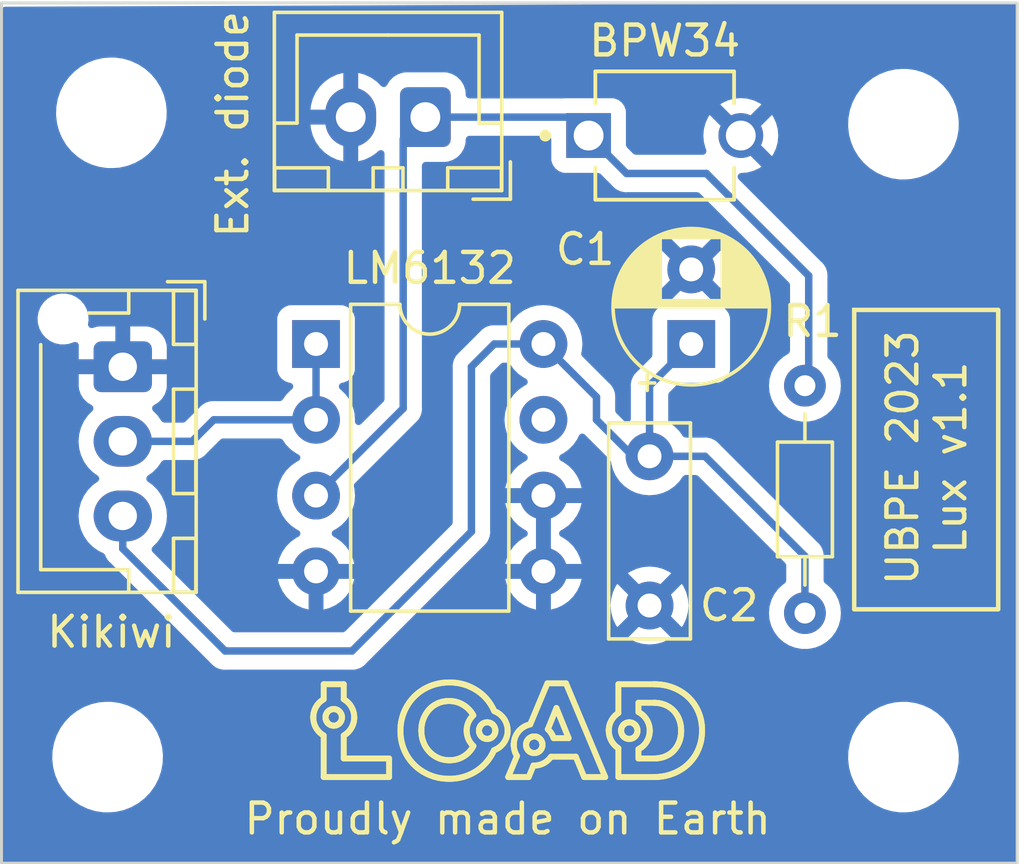
<source format=kicad_pcb>
(kicad_pcb (version 20221018) (generator pcbnew)
  (title_block (title "UBPE Visible Light 2023 (THT version)") (date "2023-11-10") (rev "1.1") (company "L0AD") (comment 1 "connected to CNES Kikiwi board, 3.3V") (comment 2 "BPW34 photodiode"))
  (layers (0 "F.Cu" signal) (31 "B.Cu" signal) (34 "B.Paste" user) (35 "F.Paste" user) (36 "B.SilkS" user "B.Silkscreen") (37 "F.SilkS" user "F.Silkscreen") (38 "B.Mask" user) (39 "F.Mask" user) (44 "Edge.Cuts" user))
  (net 0 "")
  (net 1 "GND")
  (net 2 "+3.3V")
  (net 3 "Net-(J2-Pin_1)")
  (net 4 "Net-(J1-Signal)")
  (footprint "Connector_JST:JST_XH_B2B-XH-A_1x02_P2.50mm_Vertical" (layer "F.Cu") (at 63.9945 18.034 180)
    (fp_text reference "J2" hide)
    (fp_text value "Ext. diode")
  )
  (footprint "MountingHole:MountingHole_3.2mm_M3" (layer "F.Cu") (at 53.4735 17.89)
    (fp_text reference "REF**" hide)
    (fp_text value "MountingHole_3.2mm_M3" hide)
  )
  (footprint "MountingHole:MountingHole_3.2mm_M3" (layer "F.Cu") (at 53.3465 39.48)
    (fp_text reference "REF**" hide)
    (fp_text value "MountingHole_3.2mm_M3" hide)
  )
  (footprint "MountingHole:MountingHole_3.2mm_M3" (layer "F.Cu") (at 80.0165 39.48)
    (fp_text reference "REF**" hide)
    (fp_text value "MountingHole_3.2mm_M3" hide)
  )
  (footprint "PCM_L0AD:BPW34" (layer "F.Cu") (at 72.0155 18.652)
    (fp_text reference "D1" hide)
    (fp_text value "BPW34")
  )
  (footprint "Package_DIP:DIP-8_W7.62mm" (layer "F.Cu") (at 60.3315 25.637)
    (fp_text reference "U1" hide)
    (fp_text value "LM6132")
  )
  (footprint "Connector_JST:JST_XH_B3B-XH-AM_1x03_P2.50mm_Vertical" (layer "F.Cu") (at 53.8545 26.399 -90)
    (fp_text reference "J1" hide)
    (fp_text value "Kikiwi")
  )
  (footprint "MountingHole:MountingHole_3.2mm_M3" (layer "F.Cu") (at 80.0165 18.271)
    (fp_text reference "REF**" hide)
    (fp_text value "MountingHole_3.2mm_M3" hide)
  )
  (footprint "Capacitor_THT:CP_Radial_D5.0mm_P2.50mm" (layer "F.Cu") (at 72.9045 25.637 90)
    (fp_text reference "C1")
    (fp_text value "22uF")
  )
  (footprint "Capacitor_THT:C_Rect_L7.0mm_W2.5mm_P5.00mm" (layer "F.Cu") (at 71.5075 34.4 90)
    (fp_text reference "C2")
    (fp_text value "100nF")
  )
  (footprint "Resistor_THT:R_Axial_DIN0204_L3.6mm_D1.6mm_P7.62mm_Horizontal" (layer "F.Cu") (at 76.7145 27.034 -90)
    (fp_text reference "R1")
    (fp_text value "680")
  )
  (gr_line (start 60.41441 38.614874) (end 60.445384 38.647526) (stroke (width 0.200004)) (layer "F.SilkS"))
  (gr_line (start 67.912459 39.123299) (end 67.909392 39.13677) (stroke (width 0.200004)) (layer "F.SilkS"))
  (gr_line (start 67.79695 39.298094) (end 67.785808 39.305338) (stroke (width 0.200004)) (layer "F.SilkS"))
  (gr_line (start 66.483507 38.040562) (end 66.441424 38.010285) (stroke (width 0.200004)) (layer "F.SilkS"))
  (gr_line (start 60.829955 38.410383) (end 60.817485 38.405395) (stroke (width 0.200004)) (layer "F.SilkS"))
  (gr_line (start 70.592852 38.737567) (end 70.586239 38.725906) (stroke (width 0.200004)) (layer "F.SilkS"))
  (gr_line (start 65.852826 39.837456) (end 65.882307 39.812403) (stroke (width 0.200004)) (layer "F.SilkS"))
  (gr_line (start 71.503208 38.71795) (end 71.507126 38.693518) (stroke (width 0.200004)) (layer "F.SilkS"))
  (gr_line (start 65.857528 37.34676) (end 65.827426 37.32286) (stroke (width 0.200004)) (layer "F.SilkS"))
  (gr_line (start 71.774768 37.666738) (end 71.798762 37.669697) (stroke (width 0.200004)) (layer "F.SilkS"))
  (gr_line (start 63.999905 39.126168) (end 63.988377 39.105916) (stroke (width 0.200004)) (layer "F.SilkS"))
  (gr_line (start 65.372107 40.110564) (end 65.410439 40.096249) (stroke (width 0.200004)) (layer "F.SilkS"))
  (gr_line (start 66.152163 39.50727) (end 66.172344 39.47683) (stroke (width 0.200004)) (layer "F.SilkS"))
  (gr_line (start 71.781133 37.042022) (end 71.737708 37.039715) (stroke (width 0.200004)) (layer "F.SilkS"))
  (gr_line (start 66.340517 38.593187) (end 66.340159 38.607513) (stroke (width 0.200004)) (layer "F.SilkS"))
  (gr_line (start 65.578513 39.083538) (end 65.603755 39.108071) (stroke (width 0.200004)) (layer "F.SilkS"))
  (gr_line (start 65.354154 39.404473) (end 65.335905 39.41795) (stroke (width 0.200004)) (layer "F.SilkS"))
  (gr_line (start 66.654244 38.2342) (end 66.625932 38.190396) (stroke (width 0.200004)) (layer "F.SilkS"))
  (gr_line (start 65.25453 40.14765) (end 65.294152 40.136266) (stroke (width 0.200004)) (layer "F.SilkS"))
  (gr_line (start 72.111942 37.093643) (end 72.072196 37.08397) (stroke (width 0.200004)) (layer "F.SilkS"))
  (gr_line (start 67.729174 39.758) (end 67.770908 39.751398) (stroke (width 0.200004)) (layer "F.SilkS"))
  (gr_line (start 64.591731 37.620001) (end 64.615541 37.615495) (stroke (width 0.200004)) (layer "F.SilkS"))
  (gr_line (start 65.5895 39.133581) (end 65.574564 39.158563) (stroke (width 0.200004)) (layer "F.SilkS"))
  (gr_line (start 68.176198 38.628173) (end 68.161943 38.610995) (stroke (width 0.200004)) (layer "F.SilkS"))
  (gr_line (start 72.564822 38.542792) (end 72.565621 38.567868) (stroke (width 0.200004)) (layer "F.SilkS"))
  (gr_line (start 63.956461 39.99283) (end 63.990985 40.01185) (stroke (width 0.200004)) (layer "F.SilkS"))
  (gr_line (start 66.652405 38.955158) (end 66.665587 38.932279) (stroke (width 0.200004)) (layer "F.SilkS"))
  (gr_line (start 65.95904 38.336601) (end 65.971509 38.331613) (stroke (width 0.200004)) (layer "F.SilkS"))
  (gr_line (start 67.390414 39.175566) (end 67.385496 39.162921) (stroke (width 0.200004)) (layer "F.SilkS"))
  (gr_line (start 72.816831 39.699981) (end 72.843346 39.673579) (stroke (width 0.200004)) (layer "F.SilkS"))
  (gr_line (start 65.510528 39.002582) (end 65.531848 39.030742) (stroke (width 0.200004)) (layer "F.SilkS"))
  (gr_line (start 65.574564 39.158563) (end 65.558951 39.183018) (stroke (width 0.200004)) (layer "F.SilkS"))
  (gr_line (start 71.055388 38.437507) (end 71.062532 38.448806) (stroke (width 0.200004)) (layer "F.SilkS"))
  (gr_line (start 72.869099 37.535612) (end 72.843345 37.508641) (stroke (width 0.200004)) (layer "F.SilkS"))
  (gr_line (start 70.141178 38.593187) (end 70.142665 38.639418) (stroke (width 0.200004)) (layer "F.SilkS"))
  (gr_line (start 70.154286 38.457019) (end 70.150329 38.479158) (stroke (width 0.200004)) (layer "F.SilkS"))
  (gr_line (start 66.339099 38.564722) (end 66.340159 38.57886) (stroke (width 0.200004)) (layer "F.SilkS"))
  (gr_line (start 71.693819 40.14804) (end 71.737709 40.146643) (stroke (width 0.200004)) (layer "F.SilkS"))
  (gr_line (start 64.367605 40.158052) (end 64.407888 40.167473) (stroke (width 0.200004)) (layer "F.SilkS"))
  (gr_line (start 67.021462 38.772119) (end 67.009593 38.79931) (stroke (width 0.200004)) (layer "F.SilkS"))
  (gr_line (start 66.743866 38.48294) (end 66.733411 38.429787) (stroke (width 0.200004)) (layer "F.SilkS"))
  (gr_line (start 67.774308 39.312045) (end 67.762468 39.318196) (stroke (width 0.200004)) (layer "F.SilkS"))
  (gr_line (start 67.846687 39.254412) (end 67.837593 39.264084) (stroke (width 0.200004)) (layer "F.SilkS"))
  (gr_line (start 71.950216 40.125636) (end 71.991335 40.118621) (stroke (width 0.200004)) (layer "F.SilkS"))
  (gr_line (start 67.561791 38.801236) (end 67.57482 38.797482) (stroke (width 0.200004)) (layer "F.SilkS"))
  (gr_line (start 67.489918 39.298094) (end 67.479151 39.290328) (stroke (width 0.200004)) (layer "F.SilkS"))
  (gr_line (start 63.966669 39.064336) (end 63.956491 39.043006) (stroke (width 0.200004)) (layer "F.SilkS"))
  (gr_line (start 66.087638 39.595593) (end 66.109809 39.566651) (stroke (width 0.200004)) (layer "F.SilkS"))
  (gr_line (start 60.924356 38.427285) (end 60.910229 38.426923) (stroke (width 0.200004)) (layer "F.SilkS"))
  (gr_line (start 72.065194 37.746509) (end 72.085361 37.756194) (stroke (width 0.200004)) (layer "F.SilkS"))
  (gr_line (start 70.653036 38.378315) (end 70.66341 38.370047) (stroke (width 0.200004)) (layer "F.SilkS"))
  (gr_line (start 65.262223 37.038916) (end 65.222395 37.028465) (stroke (width 0.200004)) (layer "F.SilkS"))
  (gr_line (start 72.48982 38.195928) (end 72.498406 38.217244) (stroke (width 0.200004)) (layer "F.SilkS"))
  (gr_line (start 64.050501 39.203637) (end 64.03718 39.184798) (stroke (width 0.200004)) (layer "F.SilkS"))
  (gr_line (start 73.265174 38.674787) (end 73.266551 38.634167) (stroke (width 0.200004)) (layer "F.SilkS"))
  (gr_line (start 70.827693 38.871662) (end 70.813565 38.8713) (stroke (width 0.200004)) (layer "F.SilkS"))
  (gr_line (start 71.514207 38.593186) (end 71.512416 38.54253) (stroke (width 0.200004)) (layer "F.SilkS"))
  (gr_line (start 63.860568 38.618533) (end 63.860301 38.593186) (stroke (width 0.200004)) (layer "F.SilkS"))
  (gr_line (start 67.449275 38.870293) (end 67.458812 38.861071) (stroke (width 0.200004)) (layer "F.SilkS"))
  (gr_line (start 67.588104 38.794372) (end 67.601624 38.791922) (stroke (width 0.200004)) (layer "F.SilkS"))
  (gr_line (start 61.005999 38.414762) (end 60.99297 38.418516) (stroke (width 0.200004)) (layer "F.SilkS"))
  (gr_line (start 72.986448 39.502747) (end 73.007631 39.472201) (stroke (width 0.200004)) (layer "F.SilkS"))
  (gr_line (start 63.496283 37.598546) (end 63.473151 37.629227) (stroke (width 0.200004)) (layer "F.SilkS"))
  (gr_line (start 60.689516 38.004429) (end 60.69666 37.99313) (stroke (width 0.200004)) (layer "F.SilkS"))
  (gr_line (start 63.864573 38.693458) (end 63.862704 38.668668) (stroke (width 0.200004)) (layer "F.SilkS"))
  (gr_line (start 63.912638 38.247973) (end 63.920382 38.225399) (stroke (width 0.200004)) (layer "F.SilkS"))
  (gr_line (start 65.010147 37.625773) (end 65.033311 37.631644) (stroke (width 0.200004)) (layer "F.SilkS"))
  (gr_line (start 61.26031 39.526378) (end 61.26031 38.756125) (stroke (width 0.200004)) (layer "F.SilkS"))
  (gr_line (start 61.463149 37.71738) (end 61.434302 37.682746) (stroke (width 0.200004)) (layer "F.SilkS"))
  (gr_line (start 66.270819 37.87037) (end 66.254046 37.836707) (stroke (width 0.200004)) (layer "F.SilkS"))
  (gr_line (start 67.855319 39.244307) (end 67.846687 39.254412) (stroke (width 0.200004)) (layer "F.SilkS"))
  (gr_line (start 65.558951 39.183018) (end 65.542662 39.206945) (stroke (width 0.200004)) (layer "F.SilkS"))
  (gr_line (start 61.317291 38.719765) (end 61.335427 38.706444) (stroke (width 0.200004)) (layer "F.SilkS"))
  (gr_line (start 64.338085 39.463818) (end 64.318271 39.45198) (stroke (width 0.200004)) (layer "F.SilkS"))
  (gr_line (start 65.509049 38.185874) (end 65.489376 38.215044) (stroke (width 0.200004)) (layer "F.SilkS"))
  (gr_line (start 61.127609 38.336033) (end 61.118516 38.345706) (stroke (width 0.200004)) (layer "F.SilkS"))
  (gr_line (start 66.337352 38.550788) (end 66.339099 38.564722) (stroke (width 0.200004)) (layer "F.SilkS"))
  (gr_line (start 60.312867 37.83209) (end 60.302912 37.852641) (stroke (width 0.200004)) (layer "F.SilkS"))
  (gr_line (start 72.548908 38.397439) (end 72.552877 38.421056) (stroke (width 0.200004)) (layer "F.SilkS"))
  (gr_line (start 61.077872 37.917905) (end 61.088639 37.92567) (stroke (width 0.200004)) (layer "F.SilkS"))
  (gr_line (start 72.5394 38.846209) (end 72.533863 38.868899) (stroke (width 0.200004)) (layer "F.SilkS"))
  (gr_line (start 64.799803 36.978617) (end 64.755435 36.979117) (stroke (width 0.200004)) (layer "F.SilkS"))
  (gr_line (start 65.109957 39.535171) (end 65.087536 39.542635) (stroke (width 0.200004)) (layer "F.SilkS"))
  (gr_line (start 65.944006 37.42266) (end 65.91582 37.39666) (stroke (width 0.200004)) (layer "F.SilkS"))
  (gr_line (start 70.569755 38.688919) (end 70.565436 38.675981) (stroke (width 0.200004)) (layer "F.SilkS"))
  (gr_line (start 73.20095 38.117288) (end 73.189482 38.080764) (stroke (width 0.200004)) (layer "F.SilkS"))
  (gr_line (start 73.229851 38.229084) (end 73.221135 38.191449) (stroke (width 0.200004)) (layer "F.SilkS"))
  (gr_line (start 64.711504 36.980616) (end 64.66801 36.983113) (stroke (width 0.200004)) (layer "F.SilkS"))
  (gr_line (start 63.862704 38.668668) (end 63.861369 38.643693) (stroke (width 0.200004)) (layer "F.SilkS"))
  (gr_line (start 65.807973 38.497455) (end 65.812891 38.48481) (stroke (width 0.200004)) (layer "F.SilkS"))
  (gr_line (start 72.514138 38.260835) (end 72.521231 38.282994) (stroke (width 0.200004)) (layer "F.SilkS"))
  (gr_line (start 70.427094 39.158576) (end 70.462525 39.182726) (stroke (width 0.200004)) (layer "F.SilkS"))
  (gr_line (start 72.249307 37.862617) (end 72.265572 37.876574) (stroke (width 0.200004)) (layer "F.SilkS"))
  (gr_line (start 66.323849 38.688919) (end 66.318931 38.701564) (stroke (width 0.200004)) (layer "F.SilkS"))
  (gr_line (start 61.16581 38.016091) (end 61.171875 38.028098) (stroke (width 0.200004)) (layer "F.SilkS"))
  (gr_line (start 71.10194 38.607513) (end 71.100879 38.621652) (stroke (width 0.200004)) (layer "F.SilkS"))
  (gr_line (start 66.080038 38.315073) (end 66.093981 38.316149) (stroke (width 0.200004)) (layer "F.SilkS"))
  (gr_line (start 70.553087 38.593187) (end 70.553444 38.57886) (stroke (width 0.200004)) (layer "F.SilkS"))
  (gr_line (start 67.87113 39.222868) (end 67.863473 39.233786) (stroke (width 0.200004)) (layer "F.SilkS"))
  (gr_line (start 65.133091 40.175908) (end 65.173999 40.167473) (stroke (width 0.200004)) (layer "F.SilkS"))
  (gr_line (start 70.785883 38.868453) (end 70.772362 38.866003) (stroke (width 0.200004)) (layer "F.SilkS"))
  (gr_line (start 60.77084 37.917905) (end 60.781982 37.91066) (stroke (width 0.200004)) (layer "F.SilkS"))
  (gr_line (start 66.307365 38.725906) (end 66.300751 38.737567) (stroke (width 0.200004)) (layer "F.SilkS"))
  (gr_line (start 66.024101 38.868453) (end 66.010581 38.866003) (stroke (width 0.200004)) (layer "F.SilkS"))
  (gr_line (start 66.319697 39.240237) (end 66.343987 39.229867) (stroke (width 0.200004)) (layer "F.SilkS"))
  (gr_line (start 60.461636 37.634546) (end 60.445384 37.650094) (stroke (width 0.200004)) (layer "F.SilkS"))
  (gr_line (start 71.288793 38.077431) (end 71.253118 38.046773) (stroke (width 0.200004)) (layer "F.SilkS"))
  (gr_line (start 64.489803 40.183358) (end 64.531432 40.189821) (stroke (width 0.200004)) (layer "F.SilkS"))
  (gr_line (start 70.141552 38.569976) (end 70.141178 38.593187) (stroke (width 0.200004)) (layer "F.SilkS"))
  (gr_line (start 66.28595 38.759785) (end 66.277796 38.770305) (stroke (width 0.200004)) (layer "F.SilkS"))
  (gr_line (start 64.318271 39.45198) (end 64.298812 39.439705) (stroke (width 0.200004)) (layer "F.SilkS"))
  (gr_line (start 64.155958 39.325618) (end 64.139704 39.309352) (stroke (width 0.200004)) (layer "F.SilkS"))
  (gr_line (start 71.866596 37.049403) (end 71.824096 37.045252) (stroke (width 0.200004)) (layer "F.SilkS"))
  (gr_line (start 71.075211 38.472475) (end 71.080712 38.48481) (stroke (width 0.200004)) (layer "F.SilkS"))
  (gr_line (start 66.397078 37.983214) (end 66.350631 37.959517) (stroke (width 0.200004)) (layer "F.SilkS"))
  (gr_line (start 64.947983 39.57488) (end 64.923885 39.578164) (stroke (width 0.200004)) (layer "F.SilkS"))
  (gr_line (start 61.198604 38.163137) (end 61.197544 38.177275) (stroke (width 0.200004)) (layer "F.SilkS"))
  (gr_line (start 68.147157 38.594301) (end 68.131854 38.578106) (stroke (width 0.200004)) (layer "F.SilkS"))
  (gr_line (start 60.69666 37.99313) (end 60.704317 37.982212) (stroke (width 0.200004)) (layer "F.SilkS"))
  (gr_line (start 67.05253 39.422268) (end 67.065009 39.442835) (stroke (width 0.200004)) (layer "F.SilkS"))
  (gr_line (start 67.863473 38.900591) (end 67.87113 38.911509) (stroke (width 0.200004)) (layer "F.SilkS"))
  (gr_line (start 60.910229 38.426923) (end 60.896286 38.425847) (stroke (width 0.200004)) (layer "F.SilkS"))
  (gr_line (start 64.825099 39.585329) (end 64.799803 39.585628) (stroke (width 0.200004)) (layer "F.SilkS"))
  (gr_line (start 71.234514 39.154007) (end 71.253118 39.139599) (stroke (width 0.200004)) (layer "F.SilkS"))
  (gr_line (start 61.171875 38.028098) (end 61.177376 38.040433) (stroke (width 0.200004)) (layer "F.SilkS"))
  (gr_line (start 68.097958 39.58903) (end 68.127428 39.561023) (stroke (width 0.200004)) (layer "F.SilkS"))
  (gr_line (start 66.302247 37.93936) (end 66.286886 37.904587) (stroke (width 0.200004)) (layer "F.SilkS"))
  (gr_line (start 71.215418 38.018593) (end 71.175815 37.993017) (stroke (width 0.200004)) (layer "F.SilkS"))
  (gr_line (start 64.57739 39.560776) (end 64.554143 39.554932) (stroke (width 0.200004)) (layer "F.SilkS"))
  (gr_line (start 67.698764 38.794372) (end 67.712048 38.797482) (stroke (width 0.200004)) (layer "F.SilkS"))
  (gr_line (start 66.263257 39.317101) (end 66.279435 39.283643) (stroke (width 0.200004)) (layer "F.SilkS"))
  (gr_line (start 68.116046 38.562424) (end 68.099746 38.547269) (stroke (width 0.200004)) (layer "F.SilkS"))
  (gr_line (start 67.965001 39.682465) (end 68.000342 39.662056) (stroke (width 0.200004)) (layer "F.SilkS"))
  (gr_line (start 60.910229 37.870696) (end 60.924356 37.870334) (stroke (width 0.200004)) (layer "F.SilkS"))
  (gr_line (start 70.607654 38.759785) (end 70.599996 38.748866) (stroke (width 0.200004)) (layer "F.SilkS"))
  (gr_line (start 70.580173 38.472475) (end 70.586239 38.460468) (stroke (width 0.200004)) (layer "F.SilkS"))
  (gr_line (start 61.197544 38.177275) (end 61.195797 38.191209) (stroke (width 0.200004)) (layer "F.SilkS"))
  (gr_line (start 61.018758 38.410383) (end 61.005999 38.414762) (stroke (width 0.200004)) (layer "F.SilkS"))
  (gr_line (start 66.560228 38.110069) (end 66.523163 38.073879) (stroke (width 0.200004)) (layer "F.SilkS"))
  (gr_line (start 68.084264 37.008243) (end 67.508177 38.38433) (stroke (width 0.200004)) (layer "F.SilkS"))
  (gr_line (start 67.878274 39.211569) (end 67.87113 39.222868) (stroke (width 0.200004)) (layer "F.SilkS"))
  (gr_line (start 72.556321 38.444917) (end 72.559239 38.469021) (stroke (width 0.200004)) (layer "F.SilkS"))
  (gr_line (start 72.312025 39.269823) (end 72.296931 39.285046) (stroke (width 0.200004)) (layer "F.SilkS"))
  (gr_line (start 71.822481 37.67319) (end 71.845925 37.677215) (stroke (width 0.200004)) (layer "F.SilkS"))
  (gr_line (start 66.441424 38.010285) (end 66.397078 37.983214) (stroke (width 0.200004)) (layer "F.SilkS"))
  (gr_line (start 63.946695 38.159239) (end 63.956339 38.137838) (stroke (width 0.200004)) (layer "F.SilkS"))
  (gr_line (start 73.255541 38.794503) (end 73.259669 38.754954) (stroke (width 0.200004)) (layer "F.SilkS"))
  (gr_line (start 66.19186 39.445889) (end 66.21071 39.414447) (stroke (width 0.200004)) (layer "F.SilkS"))
  (gr_line (start 60.64975 38.14881) (end 60.650108 38.134483) (stroke (width 0.200004)) (layer "F.SilkS"))
  (gr_line (start 66.138558 37.646352) (end 66.11683 37.616559) (stroke (width 0.200004)) (layer "F.SilkS"))
  (gr_line (start 72.303843 37.155777) (end 72.26637 37.141515) (stroke (width 0.200004)) (layer "F.SilkS"))
  (gr_line (start 63.492151 39.594664) (end 63.51597 39.624376) (stroke (width 0.200004)) (layer "F.SilkS"))
  (gr_line (start 63.860301 38.593186) (end 63.860301 38.584299) (stroke (width 0.200004)) (layer "F.SilkS"))
  (gr_line (start 67.029649 39.379761) (end 67.040738 39.401238) (stroke (width 0.200004)) (layer "F.SilkS"))
  (gr_line (start 66.752425 38.593187) (end 66.750258 38.537463) (stroke (width 0.200004)) (layer "F.SilkS"))
  (gr_line (start 64.448621 40.175908) (end 64.489803 40.183358) (stroke (width 0.200004)) (layer "F.SilkS"))
  (gr_line (start 64.874971 39.582941) (end 64.850155 39.584433) (stroke (width 0.200004)) (layer "F.SilkS"))
  (gr_line (start 68.099746 38.547269) (end 68.099747 38.547269) (stroke (width 0.200004)) (layer "F.SilkS"))
  (gr_line (start 72.894092 37.563158) (end 72.869099 37.535612) (stroke (width 0.200004)) (layer "F.SilkS"))
  (gr_line (start 60.721103 38.336033) (end 60.712471 38.325928) (stroke (width 0.200004)) (layer "F.SilkS"))
  (gr_line (start 70.251629 38.972164) (end 70.27599 39.007701) (stroke (width 0.200004)) (layer "F.SilkS"))
  (gr_line (start 67.395915 38.946477) (end 67.40198 38.93447) (stroke (width 0.200004)) (layer "F.SilkS"))
  (gr_line (start 63.999091 38.055512) (end 64.010823 38.035753) (stroke (width 0.200004)) (layer "F.SilkS"))
  (gr_line (start 73.047705 39.409328) (end 73.066596 39.377) (stroke (width 0.200004)) (layer "F.SilkS"))
  (gr_line (start 65.760497 39.908227) (end 65.791922 39.885368) (stroke (width 0.200004)) (layer "F.SilkS"))
  (gr_line (start 66.107721 38.31792) (end 66.121241 38.32037) (stroke (width 0.200004)) (layer "F.SilkS"))
  (gr_line (start 71.09365 38.523606) (end 71.096717 38.537077) (stroke (width 0.200004)) (layer "F.SilkS"))
  (gr_line (start 66.367793 39.21859) (end 66.391094 39.206428) (stroke (width 0.200004)) (layer "F.SilkS"))
  (gr_line (start 71.195847 39.1809) (end 71.215418 39.167779) (stroke (width 0.200004)) (layer "F.SilkS"))
  (gr_line (start 71.134432 39.526376) (end 71.134432 39.216202) (stroke (width 0.200004)) (layer "F.SilkS"))
  (gr_line (start 64.218138 37.076206) (end 64.179815 37.090612) (stroke (width 0.200004)) (layer "F.SilkS"))
  (gr_line (start 70.653036 38.808058) (end 70.643071 38.799304) (stroke (width 0.200004)) (layer "F.SilkS"))
  (gr_line (start 67.195619 38.53941) (end 67.174103 38.559028) (stroke (width 0.200004)) (layer "F.SilkS"))
  (gr_line (start 65.188419 37.689951) (end 65.209465 37.700495) (stroke (width 0.200004)) (layer "F.SilkS"))
  (gr_line (start 64.141917 37.106006) (end 64.104609 37.122254) (stroke (width 0.200004)) (layer "F.SilkS"))
  (gr_line (start 66.147555 38.327234) (end 66.160313 38.331613) (stroke (width 0.200004)) (layer "F.SilkS"))
  (gr_line (start 61.197544 38.120345) (end 61.198604 38.134483) (stroke (width 0.200004)) (layer "F.SilkS"))
  (gr_line (start 65.018838 39.561444) (end 64.995459 39.56652) (stroke (width 0.200004)) (layer "F.SilkS"))
  (gr_line (start 71.338239 39.058579) (end 71.353576 39.040687) (stroke (width 0.200004)) (layer "F.SilkS"))
  (gr_line (start 61.604387 38.244858) (end 61.607203 38.221188) (stroke (width 0.200004)) (layer "F.SilkS"))
  (gr_line (start 66.230194 38.370047) (end 66.240568 38.378315) (stroke (width 0.200004)) (layer "F.SilkS"))
  (gr_line (start 71.492899 38.765923) (end 71.49846 38.74209) (stroke (width 0.200004)) (layer "F.SilkS"))
  (gr_line (start 63.88193 38.363803) (end 63.887004 38.340247) (stroke (width 0.200004)) (layer "F.SilkS"))
  (gr_line (start 66.738873 38.731484) (end 66.743696 38.704484) (stroke (width 0.200004)) (layer "F.SilkS"))
  (gr_line (start 66.065911 38.871662) (end 66.051784 38.8713) (stroke (width 0.200004)) (layer "F.SilkS"))
  (gr_line (start 71.72595 39.524088) (end 71.701124 39.52536) (stroke (width 0.200004)) (layer "F.SilkS"))
  (gr_line (start 71.047731 38.426589) (end 71.055388 38.437507) (stroke (width 0.200004)) (layer "F.SilkS"))
  (gr_line (start 67.855319 38.89007) (end 67.863473 38.900591) (stroke (width 0.200004)) (layer "F.SilkS"))
  (gr_line (start 61.434302 38.614874) (end 61.448998 38.597798) (stroke (width 0.200004)) (layer "F.SilkS"))
  (gr_line (start 73.244531 38.305461) (end 73.23765 38.267089) (stroke (width 0.200004)) (layer "F.SilkS"))
  (gr_line (start 64.850155 39.584433) (end 64.825099 39.585329) (stroke (width 0.200004)) (layer "F.SilkS"))
  (gr_line (start 61.52525 38.485695) (end 61.535845 38.46553) (stroke (width 0.200004)) (layer "F.SilkS"))
  (gr_line (start 70.427094 38.027797) (end 70.393276 38.054082) (stroke (width 0.200004)) (layer "F.SilkS"))
  (gr_line (start 60.588402 37.541495) (end 60.568994 37.553001) (stroke (width 0.200004)) (layer "F.SilkS"))
  (gr_line (start 64.03554 37.997224) (end 64.048525 37.978456) (stroke (width 0.200004)) (layer "F.SilkS"))
  (gr_line (start 67.431549 38.89007) (end 67.440181 38.879965) (stroke (width 0.200004)) (layer "F.SilkS"))
  (gr_line (start 64.455053 37.659548) (end 64.477097 37.651472) (stroke (width 0.200004)) (layer "F.SilkS"))
  (gr_line (start 70.158925 38.435129) (end 70.154286 38.457019) (stroke (width 0.200004)) (layer "F.SilkS"))
  (gr_line (start 63.905429 38.90839) (end 63.898753 38.885225) (stroke (width 0.200004)) (layer "F.SilkS"))
  (gr_line (start 71.175815 37.993017) (end 71.134432 37.97017) (stroke (width 0.200004)) (layer "F.SilkS"))
  (gr_line (start 63.869914 38.435618) (end 63.873385 38.41149) (stroke (width 0.200004)) (layer "F.SilkS"))
  (gr_line (start 61.571694 38.38114) (end 61.578955 38.359178) (stroke (width 0.200004)) (layer "F.SilkS"))
  (gr_line (start 70.813565 38.8713) (end 70.799623 38.870224) (stroke (width 0.200004)) (layer "F.SilkS"))
  (gr_line (start 71.062532 38.448806) (end 71.069145 38.460468) (stroke (width 0.200004)) (layer "F.SilkS"))
  (gr_line (start 61.186612 38.231604) (end 61.182294 38.244542) (stroke (width 0.200004)) (layer "F.SilkS"))
  (gr_line (start 63.988377 39.105916) (end 63.977298 39.085306) (stroke (width 0.200004)) (layer "F.SilkS"))
  (gr_line (start 72.406394 38.03866) (end 72.418251 38.057009) (stroke (width 0.200004)) (layer "F.SilkS"))
  (gr_line (start 60.568994 37.553001) (end 60.549996 37.565126) (stroke (width 0.200004)) (layer "F.SilkS"))
  (gr_line (start 66.709661 38.835545) (end 66.71841 38.810163) (stroke (width 0.200004)) (layer "F.SilkS"))
  (gr_line (start 64.139704 39.309352) (end 64.123805 39.292636) (stroke (width 0.200004)) (layer "F.SilkS"))
  (gr_line (start 72.894093 39.619002) (end 72.918325 39.590827) (stroke (width 0.200004)) (layer "F.SilkS"))
  (gr_line (start 67.458222 40.148505) (end 67.616558 39.763082) (stroke (width 0.200004)) (layer "F.SilkS"))
  (gr_line (start 68.294306 38.845) (end 68.286736 38.82344) (stroke (width 0.200004)) (layer "F.SilkS"))
  (gr_line (start 64.298812 39.439705) (end 64.279709 39.426992) (stroke (width 0.200004)) (layer "F.SilkS"))
  (gr_line (start 67.40198 39.199907) (end 67.395915 39.1879) (stroke (width 0.200004)) (layer "F.SilkS"))
  (gr_line (start 73.259669 38.754954) (end 73.262881 38.715049) (stroke (width 0.200004)) (layer "F.SilkS"))
  (gr_line (start 60.358952 37.753888) (end 60.346518 37.772811) (stroke (width 0.200004)) (layer "F.SilkS"))
  (gr_line (start 70.827693 38.31471) (end 70.84182 38.315073) (stroke (width 0.200004)) (layer "F.SilkS"))
  (gr_line (start 71.676018 39.526123) (end 71.650633 39.526376) (stroke (width 0.200004)) (layer "F.SilkS"))
  (gr_line (start 60.244326 38.052762) (end 60.241509 38.076432) (stroke (width 0.200004)) (layer "F.SilkS"))
  (gr_line (start 60.730197 38.345706) (end 60.721103 38.336033) (stroke (width 0.200004)) (layer "F.SilkS"))
  (gr_line (start 65.455238 38.911675) (end 65.472172 38.942997) (stroke (width 0.200004)) (layer "F.SilkS"))
  (gr_line (start 64.022973 38.016323) (end 64.03554 37.997224) (stroke (width 0.200004)) (layer "F.SilkS"))
  (gr_line (start 60.371971 37.735407) (end 60.358952 37.753888) (stroke (width 0.200004)) (layer "F.SilkS"))
  (gr_line (start 61.118516 38.345706) (end 61.108978 38.354927) (stroke (width 0.200004)) (layer "F.SilkS"))
  (gr_line (start 72.480823 38.174976) (end 72.48982 38.195928) (stroke (width 0.200004)) (layer "F.SilkS"))
  (gr_line (start 65.426115 38.84623) (end 65.439868 38.879402) (stroke (width 0.200004)) (layer "F.SilkS"))
  (gr_line (start 67.549033 38.805615) (end 67.561791 38.801236) (stroke (width 0.200004)) (layer "F.SilkS"))
  (gr_line (start 63.4082 37.72459) (end 63.388029 37.757481) (stroke (width 0.200004)) (layer "F.SilkS"))
  (gr_line (start 67.000768 39.312808) (end 67.009648 39.33553) (stroke (width 0.200004)) (layer "F.SilkS"))
  (gr_line (start 63.331936 37.859446) (end 63.31471 37.894527) (stroke (width 0.200004)) (layer "F.SilkS"))
  (gr_line (start 61.190314 38.079229) (end 61.193381 38.0927) (stroke (width 0.200004)) (layer "F.SilkS"))
  (gr_line (start 60.869026 37.875993) (end 60.882546 37.873543) (stroke (width 0.200004)) (layer "F.SilkS"))
  (gr_line (start 67.019281 39.357852) (end 67.029649 39.379761) (stroke (width 0.200004)) (layer "F.SilkS"))
  (gr_line (start 70.799623 38.316149) (end 70.813565 38.315073) (stroke (width 0.200004)) (layer "F.SilkS"))
  (gr_line (start 67.890953 39.1879) (end 67.884888 39.199907) (stroke (width 0.200004)) (layer "F.SilkS"))
  (gr_line (start 67.449275 39.264084) (end 67.440181 39.254412) (stroke (width 0.200004)) (layer "F.SilkS"))
  (gr_line (start 71.099132 38.635586) (end 71.096717 38.649297) (stroke (width 0.200004)) (layer "F.SilkS"))
  (gr_line (start 64.498381 37.003064) (end 64.457057 37.010539) (stroke (width 0.200004)) (layer "F.SilkS"))
  (gr_line (start 67.601624 39.342455) (end 67.588104 39.340005) (stroke (width 0.200004)) (layer "F.SilkS"))
  (gr_line (start 65.379397 38.593187) (end 65.380401 38.631207) (stroke (width 0.200004)) (layer "F.SilkS"))
  (gr_line (start 67.671504 38.790151) (end 67.685244 38.791922) (stroke (width 0.200004)) (layer "F.SilkS"))
  (gr_line (start 67.851701 39.730768) (end 67.890601 39.716901) (stroke (width 0.200004)) (layer "F.SilkS"))
  (gr_line (start 66.228894 39.382502) (end 66.24641 39.350053) (stroke (width 0.200004)) (layer "F.SilkS"))
  (gr_line (start 61.419074 38.631455) (end 61.434302 38.614874) (stroke (width 0.200004)) (layer "F.SilkS"))
  (gr_line (start 66.240568 38.378315) (end 66.250533 38.387069) (stroke (width 0.200004)) (layer "F.SilkS"))
  (gr_line (start 60.445384 38.647526) (end 60.478379 38.678085) (stroke (width 0.200004)) (layer "F.SilkS"))
  (gr_line (start 66.973095 39.218254) (end 66.978804 39.242411) (stroke (width 0.200004)) (layer "F.SilkS"))
  (gr_line (start 67.91804 39.067189) (end 67.917683 39.081515) (stroke (width 0.200004)) (layer "F.SilkS"))
  (gr_line (start 67.818091 39.28206) (end 67.807716 39.290328) (stroke (width 0.200004)) (layer "F.SilkS"))
  (gr_line (start 67.536563 38.810603) (end 67.549033 38.805615) (stroke (width 0.200004)) (layer "F.SilkS"))
  (gr_line (start 63.591907 39.709961) (end 63.618705 39.737308) (stroke (width 0.200004)) (layer "F.SilkS"))
  (gr_line (start 67.629996 39.763341) (end 67.643435 39.763378) (stroke (width 0.200004)) (layer "F.SilkS"))
  (gr_line (start 63.520156 37.568422) (end 63.496283 37.598546) (stroke (width 0.200004)) (layer "F.SilkS"))
  (gr_line (start 71.693818 37.03833) (end 71.649464 37.037869) (stroke (width 0.200004)) (layer "F.SilkS"))
  (gr_line (start 72.143522 39.402228) (end 72.124525 39.413029) (stroke (width 0.200004)) (layer "F.SilkS"))
  (gr_line (start 65.791663 38.57886) (end 65.792723 38.564722) (stroke (width 0.200004)) (layer "F.SilkS"))
  (gr_line (start 70.991975 38.816326) (end 70.981208 38.824092) (stroke (width 0.200004)) (layer "F.SilkS"))
  (gr_line (start 67.896454 38.958812) (end 67.901372 38.971457) (stroke (width 0.200004)) (layer "F.SilkS"))
  (gr_line (start 63.239021 39.117771) (end 63.251777 39.155074) (stroke (width 0.200004)) (layer "F.SilkS"))
  (gr_line (start 67.385496 39.162921) (end 67.381178 39.149983) (stroke (width 0.200004)) (layer "F.SilkS"))
  (gr_line (start 65.838215 38.437507) (end 65.845872 38.426589) (stroke (width 0.200004)) (layer "F.SilkS"))
  (gr_line (start 65.871751 38.790083) (end 65.862658 38.78041) (stroke (width 0.200004)) (layer "F.SilkS"))
  (gr_line (start 61.58551 37.960723) (end 61.571694 37.91648) (stroke (width 0.200004)) (layer "F.SilkS"))
  (gr_line (start 60.531422 37.577855) (end 60.513285 37.591176) (stroke (width 0.200004)) (layer "F.SilkS"))
  (gr_line (start 63.82475 39.909755) (end 63.856722 39.931575) (stroke (width 0.200004)) (layer "F.SilkS"))
  (gr_line (start 67.478939 38.390935) (end 67.450185 38.398788) (stroke (width 0.200004)) (layer "F.SilkS"))
  (gr_line (start 60.284974 37.89485) (end 60.277019 37.91648) (stroke (width 0.200004)) (layer "F.SilkS"))
  (gr_line (start 60.760074 37.92567) (end 60.77084 37.917905) (stroke (width 0.200004)) (layer "F.SilkS"))
  (gr_line (start 61.118516 37.951914) (end 61.127609 37.961586) (stroke (width 0.200004)) (layer "F.SilkS"))
  (gr_line (start 67.928394 39.700773) (end 67.965001 39.682465) (stroke (width 0.200004)) (layer "F.SilkS"))
  (gr_line (start 67.588104 39.340005) (end 67.57482 39.336894) (stroke (width 0.200004)) (layer "F.SilkS"))
  (gr_line (start 61.077872 38.379715) (end 61.06673 38.38696) (stroke (width 0.200004)) (layer "F.SilkS"))
  (gr_line (start 64.249481 40.123904) (end 64.2884 40.136266) (stroke (width 0.200004)) (layer "F.SilkS"))
  (gr_line (start 66.992656 39.289703) (end 67.000768 39.312808) (stroke (width 0.200004)) (layer "F.SilkS"))
  (gr_line (start 65.472172 38.942997) (end 65.490619 38.973317) (stroke (width 0.200004)) (layer "F.SilkS"))
  (gr_line (start 65.799953 38.523606) (end 65.803655 38.510393) (stroke (width 0.200004)) (layer "F.SilkS"))
  (gr_line (start 72.228445 40.05673) (end 72.266371 40.043102) (stroke (width 0.200004)) (layer "F.SilkS"))
  (gr_line (start 66.219427 38.824092) (end 66.208285 38.831336) (stroke (width 0.200004)) (layer "F.SilkS"))
  (gr_line (start 72.552877 38.77627) (end 72.548908 38.799895) (stroke (width 0.200004)) (layer "F.SilkS"))
  (gr_line (start 64.62477 39.570608) (end 64.600933 39.566001) (stroke (width 0.200004)) (layer "F.SilkS"))
  (gr_line (start 66.337352 38.635586) (end 66.334936 38.649297) (stroke (width 0.200004)) (layer "F.SilkS"))
  (gr_line (start 66.260071 38.396291) (end 66.269164 38.405963) (stroke (width 0.200004)) (layer "F.SilkS"))
  (gr_line (start 67.737835 38.805615) (end 67.750305 38.810603) (stroke (width 0.200004)) (layer "F.SilkS"))
  (gr_line (start 63.298218 37.930152) (end 63.28246 37.96632) (stroke (width 0.200004)) (layer "F.SilkS"))
  (gr_line (start 66.478824 39.149352) (end 66.499281 39.133083) (stroke (width 0.200004)) (layer "F.SilkS"))
  (gr_line (start 72.162129 39.39098) (end 72.143522 39.402228) (stroke (width 0.200004)) (layer "F.SilkS"))
  (gr_line (start 65.845872 38.759785) (end 65.838215 38.748866) (stroke (width 0.200004)) (layer "F.SilkS"))
  (gr_line (start 66.719058 38.378169) (end 66.70097 38.328253) (stroke (width 0.200004)) (layer "F.SilkS"))
  (gr_line (start 64.931234 36.983113) (end 64.887868 36.980616) (stroke (width 0.200004)) (layer "F.SilkS"))
  (gr_line (start 65.603755 39.108071) (end 65.5895 39.133581) (stroke (width 0.200004)) (layer "F.SilkS"))
  (gr_line (start 63.166898 38.42854) (end 63.163522 38.469204) (stroke (width 0.200004)) (layer "F.SilkS"))
  (gr_line (start 61.335427 38.706444) (end 61.353113 38.692547) (stroke (width 0.200004)) (layer "F.SilkS"))
  (gr_line (start 66.989261 38.855445) (end 66.980856 38.884328) (stroke (width 0.200004)) (layer "F.SilkS"))
  (gr_line (start 67.394241 38.418119) (end 67.36711 38.429537) (stroke (width 0.200004)) (layer "F.SilkS"))
  (gr_line (start 61.298717 38.732494) (end 61.317291 38.719765) (stroke (width 0.200004)) (layer "F.SilkS"))
  (gr_line (start 65.881289 38.799304) (end 65.871751 38.790083) (stroke (width 0.200004)) (layer "F.SilkS"))
  (gr_line (start 65.123456 37.661306) (end 65.145363 37.670266) (stroke (width 0.200004)) (layer "F.SilkS"))
  (gr_line (start 72.296931 37.905762) (end 72.312025 37.920993) (stroke (width 0.200004)) (layer "F.SilkS"))
  (gr_line (start 63.650588 37.426273) (end 63.623088 37.453509) (stroke (width 0.200004)) (layer "F.SilkS"))
  (gr_line (start 68.127428 39.561023) (end 68.155228 39.531316) (stroke (width 0.200004)) (layer "F.SilkS"))
  (gr_line (start 65.571616 38.030726) (end 65.586736 38.055411) (stroke (width 0.200004)) (layer "F.SilkS"))
  (gr_line (start 61.387076 38.663074) (end 61.403328 38.647526) (stroke (width 0.200004)) (layer "F.SilkS"))
  (gr_line (start 60.99297 38.418516) (end 60.979686 38.421626) (stroke (width 0.200004)) (layer "F.SilkS"))
  (gr_line (start 64.242571 39.400246) (end 64.224537 39.38621) (stroke (width 0.200004)) (layer "F.SilkS"))
  (gr_line (start 70.27599 38.178672) (end 70.251629 38.214209) (stroke (width 0.200004)) (layer "F.SilkS"))
  (gr_line (start 72.440742 39.097769) (end 72.429701 39.116556) (stroke (width 0.200004)) (layer "F.SilkS"))
  (gr_line (start 64.123805 39.292636) (end 64.108253 39.275523) (stroke (width 0.200004)) (layer "F.SilkS"))
  (gr_line (start 63.866977 38.718063) (end 63.864573 38.693458) (stroke (width 0.200004)) (layer "F.SilkS"))
  (gr_line (start 60.257369 37.983309) (end 60.252269 38.006187) (stroke (width 0.200004)) (layer "F.SilkS"))
  (gr_line (start 70.27599 39.007701) (end 70.302428 39.041577) (stroke (width 0.200004)) (layer "F.SilkS"))
  (gr_line (start 63.190036 38.269199) (end 63.182807 38.308538) (stroke (width 0.200004)) (layer "F.SilkS"))
  (gr_line (start 67.657562 38.789075) (end 67.671504 38.790151) (stroke (width 0.200004)) (layer "F.SilkS"))
  (gr_line (start 61.198604 38.134483) (end 61.198962 38.14881) (stroke (width 0.200004)) (layer "F.SilkS"))
  (gr_line (start 66.519107 39.116058) (end 66.538278 39.098296) (stroke (width 0.200004)) (layer "F.SilkS"))
  (gr_line (start 67.884888 39.199907) (end 67.878274 39.211569) (stroke (width 0.200004)) (layer "F.SilkS"))
  (gr_line (start 68.155228 39.531316) (end 68.181279 39.499991) (stroke (width 0.200004)) (layer "F.SilkS"))
  (gr_line (start 70.813565 38.315073) (end 70.827693 38.31471) (stroke (width 0.200004)) (layer "F.SilkS"))
  (gr_line (start 61.16581 38.281529) (end 61.159196 38.29319) (stroke (width 0.200004)) (layer "F.SilkS"))
  (gr_line (start 73.02805 39.441062) (end 73.047705 39.409328) (stroke (width 0.200004)) (layer "F.SilkS"))
  (gr_line (start 65.504051 37.93761) (end 65.521985 37.96006) (stroke (width 0.200004)) (layer "F.SilkS"))
  (gr_line (start 65.818392 38.472475) (end 65.824457 38.460468) (stroke (width 0.200004)) (layer "F.SilkS"))
  (gr_line (start 72.072197 40.101768) (end 72.111943 40.091927) (stroke (width 0.200004)) (layer "F.SilkS"))
  (gr_line (start 67.90569 39.149983) (end 67.901372 39.162921) (stroke (width 0.200004)) (layer "F.SilkS"))
  (gr_line (start 66.179886 37.707593) (end 66.159576 37.676696) (stroke (width 0.200004)) (layer "F.SilkS"))
  (gr_line (start 63.703214 39.815446) (end 63.732647 39.84008) (stroke (width 0.200004)) (layer "F.SilkS"))
  (gr_line (start 70.462525 39.182726) (end 70.462525 40.148505) (stroke (width 0.200004)) (layer "F.SilkS"))
  (gr_line (start 60.781982 37.91066) (end 60.793482 37.903953) (stroke (width 0.200004)) (layer "F.SilkS"))
  (gr_line (start 72.50653 38.238918) (end 72.514138 38.260835) (stroke (width 0.200004)) (layer "F.SilkS"))
  (gr_line (start 65.831071 38.448806) (end 65.838215 38.437507) (stroke (width 0.200004)) (layer "F.SilkS"))
  (gr_line (start 65.413658 38.375486) (end 65.403403 38.410125) (stroke (width 0.200004)) (layer "F.SilkS"))
  (gr_line (start 67.601624 38.791922) (end 67.615364 38.790151) (stroke (width 0.200004)) (layer "F.SilkS"))
  (gr_line (start 72.354901 39.221906) (end 72.341014 39.238231) (stroke (width 0.200004)) (layer "F.SilkS"))
  (gr_line (start 61.177376 38.257187) (end 61.171875 38.269522) (stroke (width 0.200004)) (layer "F.SilkS"))
  (gr_line (start 64.173025 40.096249) (end 64.211022 40.110564) (stroke (width 0.200004)) (layer "F.SilkS"))
  (gr_line (start 60.385563 37.71738) (end 60.371971 37.735407) (stroke (width 0.200004)) (layer "F.SilkS"))
  (gr_line (start 73.262881 38.715049) (end 73.265174 38.674787) (stroke (width 0.200004)) (layer "F.SilkS"))
  (gr_line (start 65.912395 38.824092) (end 65.901628 38.816326) (stroke (width 0.200004)) (layer "F.SilkS"))
  (gr_line (start 72.326721 39.254204) (end 72.312025 39.269823) (stroke (width 0.200004)) (layer "F.SilkS"))
  (gr_line (start 60.842713 37.882857) (end 60.855742 37.879103) (stroke (width 0.200004)) (layer "F.SilkS"))
  (gr_line (start 63.388029 37.757481) (end 63.368594 37.790922) (stroke (width 0.200004)) (layer "F.SilkS"))
  (gr_line (start 72.412684 37.203261) (end 72.377049 37.186731) (stroke (width 0.200004)) (layer "F.SilkS"))
  (gr_line (start 63.88193 38.814664) (end 63.877391 38.790785) (stroke (width 0.200004)) (layer "F.SilkS"))
  (gr_line (start 64.899548 39.580851) (end 64.874971 39.582941) (stroke (width 0.200004)) (layer "F.SilkS"))
  (gr_line (start 66.208285 38.355037) (end 66.219427 38.362281) (stroke (width 0.200004)) (layer "F.SilkS"))
  (gr_line (start 64.010823 38.035753) (end 64.022973 38.016323) (stroke (width 0.200004)) (layer "F.SilkS"))
  (gr_line (start 64.713725 37.60346) (end 64.739007 37.601952) (stroke (width 0.200004)) (layer "F.SilkS"))
  (gr_line (start 66.743696 38.704484) (end 66.747483 38.677133) (stroke (width 0.200004)) (layer "F.SilkS"))
  (gr_line (start 62.779406 40.148505) (end 62.779406 39.526378) (stroke (width 0.200004)) (layer "F.SilkS"))
  (gr_line (start 70.883023 38.32037) (end 70.896306 38.32348) (stroke (width 0.200004)) (layer "F.SilkS"))
  (gr_line (start 72.303844 40.028524) (end 72.340769 40.01328) (stroke (width 0.200004)) (layer "F.SilkS"))
  (gr_line (start 65.490619 38.973317) (end 65.510528 39.002582) (stroke (width 0.200004)) (layer "F.SilkS"))
  (gr_line (start 71.453432 38.306438) (end 71.432488 38.263531) (stroke (width 0.200004)) (layer "F.SilkS"))
  (gr_line (start 60.704317 37.982212) (end 60.712471 37.971691) (stroke (width 0.200004)) (layer "F.SilkS"))
  (gr_line (start 72.733357 37.407276) (end 72.704222 37.3837) (stroke (width 0.200004)) (layer "F.SilkS"))
  (gr_line (start 64.329559 37.719408) (end 64.349542 37.708228) (stroke (width 0.200004)) (layer "F.SilkS"))
  (gr_line (start 65.923537 38.355037) (end 65.935036 38.34833) (stroke (width 0.200004)) (layer "F.SilkS"))
  (gr_line (start 65.563891 37.156791) (end 65.528135 37.139168) (stroke (width 0.200004)) (layer "F.SilkS"))
  (gr_line (start 63.990985 40.01185) (end 64.026149 40.030172) (stroke (width 0.200004)) (layer "F.SilkS"))
  (gr_line (start 65.48544 37.915703) (end 65.504051 37.93761) (stroke (width 0.200004)) (layer "F.SilkS"))
  (gr_line (start 72.340768 37.170903) (end 72.303843 37.155777) (stroke (width 0.200004)) (layer "F.SilkS"))
  (gr_line (start 72.447673 37.220494) (end 72.412684 37.203261) (stroke (width 0.200004)) (layer "F.SilkS"))
  (gr_line (start 72.412685 39.980654) (end 72.447674 39.963275) (stroke (width 0.200004)) (layer "F.SilkS"))
  (gr_line (start 71.737709 40.146643) (end 71.781135 40.144312) (stroke (width 0.200004)) (layer "F.SilkS"))
  (gr_line (start 72.643992 39.844188) (end 72.674434 39.821888) (stroke (width 0.200004)) (layer "F.SilkS"))
  (gr_line (start 64.296064 37.050357) (end 64.256887 37.062787) (stroke (width 0.200004)) (layer "F.SilkS"))
  (gr_line (start 67.643435 39.763378) (end 67.686656 39.762021) (stroke (width 0.200004)) (layer "F.SilkS"))
  (gr_line (start 60.358952 38.543732) (end 60.385563 38.58024) (stroke (width 0.200004)) (layer "F.SilkS"))
  (gr_line (start 64.075748 37.941913) (end 64.089986 37.92414) (stroke (width 0.200004)) (layer "F.SilkS"))
  (gr_line (start 67.50106 38.829039) (end 67.51256 38.822332) (stroke (width 0.200004)) (layer "F.SilkS"))
  (gr_line (start 72.482015 37.23843) (end 72.447673 37.220494) (stroke (width 0.200004)) (layer "F.SilkS"))
  (gr_line (start 61.144395 38.315408) (end 61.136241 38.325928) (stroke (width 0.200004)) (layer "F.SilkS"))
  (gr_line (start 60.241509 38.076432) (end 60.239481 38.100339) (stroke (width 0.200004)) (layer "F.SilkS"))
  (gr_line (start 65.439211 38.308601) (end 65.425611 38.341627) (stroke (width 0.200004)) (layer "F.SilkS"))
  (gr_line (start 66.457755 39.164842) (end 66.478824 39.149352) (stroke (width 0.200004)) (layer "F.SilkS"))
  (gr_line (start 72.559239 38.728079) (end 72.556321 38.752332) (stroke (width 0.200004)) (layer "F.SilkS"))
  (gr_line (start 65.971509 38.331613) (end 65.984267 38.327234) (stroke (width 0.200004)) (layer "F.SilkS"))
  (gr_line (start 70.565436 38.510393) (end 70.569755 38.497455) (stroke (width 0.200004)) (layer "F.SilkS"))
  (gr_line (start 71.737708 37.039715) (end 71.693818 37.03833) (stroke (width 0.200004)) (layer "F.SilkS"))
  (gr_line (start 72.124525 37.77685) (end 72.143522 37.787821) (stroke (width 0.200004)) (layer "F.SilkS"))
  (gr_line (start 63.228566 38.115134) (end 63.217492 38.153157) (stroke (width 0.200004)) (layer "F.SilkS"))
  (gr_line (start 64.648901 39.574598) (end 64.62477 39.570608) (stroke (width 0.200004)) (layer "F.SilkS"))
  (gr_line (start 63.976879 38.096018) (end 63.987776 38.0756) (stroke (width 0.200004)) (layer "F.SilkS"))
  (gr_line (start 67.079607 38.669888) (end 67.063528 38.694406) (stroke (width 0.200004)) (layer "F.SilkS"))
  (gr_line (start 64.887868 36.980616) (end 64.844058 36.979117) (stroke (width 0.200004)) (layer "F.SilkS"))
  (gr_line (start 66.957609 39.035723) (end 66.95692 39.067189) (stroke (width 0.200004)) (layer "F.SilkS"))
  (gr_line (start 66.318931 38.701564) (end 66.31343 38.713899) (stroke (width 0.200004)) (layer "F.SilkS"))
  (gr_line (start 68.239063 38.720826) (end 68.227654 38.701442) (stroke (width 0.200004)) (layer "F.SilkS"))
  (gr_line (start 70.685319 38.831336) (end 70.674177 38.824092) (stroke (width 0.200004)) (layer "F.SilkS"))
  (gr_line (start 67.615364 38.790151) (end 67.629307 38.789075) (stroke (width 0.200004)) (layer "F.SilkS"))
  (gr_line (start 64.416163 37.019006) (end 64.375701 37.028465) (stroke (width 0.200004)) (layer "F.SilkS"))
  (gr_line (start 65.886993 37.37136) (end 65.857528 37.34676) (stroke (width 0.200004)) (layer "F.SilkS"))
  (gr_line (start 65.383382 38.66869) (end 65.388286 38.705583) (stroke (width 0.200004)) (layer "F.SilkS"))
  (gr_line (start 60.730197 37.951914) (end 60.739734 37.942692) (stroke (width 0.200004)) (layer "F.SilkS"))
  (gr_line (start 63.216344 39.042138) (end 63.22721 39.080125) (stroke (width 0.200004)) (layer "F.SilkS"))
  (gr_line (start 63.159179 38.593187) (end 63.159179 38.602074) (stroke (width 0.200004)) (layer "F.SilkS"))
  (gr_line (start 67.807716 38.844049) (end 67.818091 38.852317) (stroke (width 0.200004)) (layer "F.SilkS"))
  (gr_line (start 60.293609 37.873566) (end 60.284974 37.89485) (stroke (width 0.200004)) (layer "F.SilkS"))
  (gr_line (start 66.24641 39.350053) (end 66.263257 39.317101) (stroke (width 0.200004)) (layer "F.SilkS"))
  (gr_line (start 72.023688 39.460312) (end 72.002411 39.468377) (stroke (width 0.200004)) (layer "F.SilkS"))
  (gr_line (start 65.854026 38.770305) (end 65.845872 38.759785) (stroke (width 0.200004)) (layer "F.SilkS"))
  (gr_line (start 71.701124 37.661077) (end 71.72595 37.662427) (stroke (width 0.200004)) (layer "F.SilkS"))
  (gr_line (start 71.175815 39.193355) (end 71.195847 39.1809) (stroke (width 0.200004)) (layer "F.SilkS"))
  (gr_line (start 73.266551 38.634167) (end 73.267009 38.593187) (stroke (width 0.200004)) (layer "F.SilkS"))
  (gr_line (start 63.767205 37.324733) (end 63.737061 37.34901) (stroke (width 0.200004)) (layer "F.SilkS"))
  (gr_line (start 67.241034 38.502968) (end 67.217939 38.520714) (stroke (width 0.200004)) (layer "F.SilkS"))
  (gr_line (start 70.580173 38.713899) (end 70.574673 38.701564) (stroke (width 0.200004)) (layer "F.SilkS"))
  (gr_line (start 71.021851 38.790083) (end 71.012314 38.799304) (stroke (width 0.200004)) (layer "F.SilkS"))
  (gr_line (start 71.869095 39.505637) (end 71.845925 39.510009) (stroke (width 0.200004)) (layer "F.SilkS"))
  (gr_line (start 64.411849 37.677475) (end 64.433304 37.668216) (stroke (width 0.200004)) (layer "F.SilkS"))
  (gr_line (start 60.805322 37.897802) (end 60.817485 37.892224) (stroke (width 0.200004)) (layer "F.SilkS"))
  (gr_line (start 72.340769 40.01328) (end 72.37705 39.997323) (stroke (width 0.200004)) (layer "F.SilkS"))
  (gr_line (start 63.56585 39.682024) (end 63.591907 39.709961) (stroke (width 0.200004)) (layer "F.SilkS"))
  (gr_line (start 70.733291 38.85476) (end 70.720822 38.849772) (stroke (width 0.200004)) (layer "F.SilkS"))
  (gr_line (start 60.445384 37.650094) (end 60.429638 37.666165) (stroke (width 0.200004)) (layer "F.SilkS"))
  (gr_line (start 63.892611 38.861882) (end 63.887004 38.838362) (stroke (width 0.200004)) (layer "F.SilkS"))
  (gr_line (start 63.956491 39.043006) (end 63.946763 39.021313) (stroke (width 0.200004)) (layer "F.SilkS"))
  (gr_line (start 67.423395 39.233786) (end 67.415738 39.222868) (stroke (width 0.200004)) (layer "F.SilkS"))
  (gr_line (start 72.986448 37.67909) (end 72.964502 37.649246) (stroke (width 0.200004)) (layer "F.SilkS"))
  (gr_line (start 63.429111 37.69225) (end 63.4082 37.72459) (stroke (width 0.200004)) (layer "F.SilkS"))
  (gr_line (start 64.540138 36.996583) (end 64.498381 37.003064) (stroke (width 0.200004)) (layer "F.SilkS"))
  (gr_line (start 70.586239 38.725906) (end 70.580173 38.713899) (stroke (width 0.200004)) (layer "F.SilkS"))
  (gr_line (start 66.11683 37.616559) (end 66.094393 37.587317) (stroke (width 0.200004)) (layer "F.SilkS"))
  (gr_line (start 70.855762 38.316149) (end 70.869502 38.31792) (stroke (width 0.200004)) (layer "F.SilkS"))
  (gr_line (start 64.723046 39.582874) (end 64.69804 39.58073) (stroke (width 0.200004)) (layer "F.SilkS"))
  (gr_line (start 67.615364 39.344226) (end 67.601624 39.342455) (stroke (width 0.200004)) (layer "F.SilkS"))
  (gr_line (start 63.937469 38.180968) (end 63.946695 38.159239) (stroke (width 0.200004)) (layer "F.SilkS"))
  (gr_line (start 60.239481 38.100339) (end 60.238254 38.12447) (stroke (width 0.200004)) (layer "F.SilkS"))
  (gr_line (start 61.5458 38.444979) (end 61.555103 38.424054) (stroke (width 0.200004)) (layer "F.SilkS"))
  (gr_line (start 63.28246 37.96632) (end 63.267547 38.003033) (stroke (width 0.200004)) (layer "F.SilkS"))
  (gr_line (start 64.600933 39.566001) (end 64.57739 39.560776) (stroke (width 0.200004)) (layer "F.SilkS"))
  (gr_line (start 64.965183 40.199775) (end 65.0078 40.195293) (stroke (width 0.200004)) (layer "F.SilkS"))
  (gr_line (start 72.941794 37.619976) (end 72.918324 37.59128) (stroke (width 0.200004)) (layer "F.SilkS"))
  (gr_line (start 70.209511 38.896485) (end 70.229439 38.935061) (stroke (width 0.200004)) (layer "F.SilkS"))
  (gr_line (start 64.407888 40.167473) (end 64.448621 40.175908) (stroke (width 0.200004)) (layer "F.SilkS"))
  (gr_line (start 71.062532 38.737567) (end 71.055388 38.748866) (stroke (width 0.200004)) (layer "F.SilkS"))
  (gr_line (start 61.171875 38.269522) (end 61.16581 38.281529) (stroke (width 0.200004)) (layer "F.SilkS"))
  (gr_line (start 64.327775 40.14765) (end 64.367605 40.158052) (stroke (width 0.200004)) (layer "F.SilkS"))
  (gr_line (start 65.372008 39.390539) (end 65.354154 39.404473) (stroke (width 0.200004)) (layer "F.SilkS"))
  (gr_line (start 70.720822 38.849772) (end 70.708658 38.844194) (stroke (width 0.200004)) (layer "F.SilkS"))
  (gr_line (start 66.293607 38.437507) (end 66.300751 38.448806) (stroke (width 0.200004)) (layer "F.SilkS"))
  (gr_line (start 73.23765 38.911028) (end 73.244531 38.872538) (stroke (width 0.200004)) (layer "F.SilkS"))
  (gr_line (start 63.92866 38.203024) (end 63.937469 38.180968) (stroke (width 0.200004)) (layer "F.SilkS"))
  (gr_line (start 67.725077 39.333141) (end 67.712048 39.336894) (stroke (width 0.200004)) (layer "F.SilkS"))
  (gr_line (start 70.772362 38.32037) (end 70.785883 38.31792) (stroke (width 0.200004)) (layer "F.SilkS"))
  (gr_line (start 67.096664 38.646112) (end 67.079607 38.669888) (stroke (width 0.200004)) (layer "F.SilkS"))
  (gr_line (start 60.749699 38.363681) (end 60.739734 38.354927) (stroke (width 0.200004)) (layer "F.SilkS"))
  (gr_line (start 64.688737 37.605568) (end 64.713725 37.60346) (stroke (width 0.200004)) (layer "F.SilkS"))
  (gr_line (start 65.258978 39.467267) (end 65.238765 39.478444) (stroke (width 0.200004)) (layer "F.SilkS"))
  (gr_line (start 64.335668 37.038916) (end 64.296064 37.050357) (stroke (width 0.200004)) (layer "F.SilkS"))
  (gr_line (start 67.712048 39.336894) (end 67.698764 39.340005) (stroke (width 0.200004)) (layer "F.SilkS"))
  (gr_line (start 66.28595 38.426589) (end 66.293607 38.437507) (stroke (width 0.200004)) (layer "F.SilkS"))
  (gr_line (start 63.189415 38.926135) (end 63.197447 38.965141) (stroke (width 0.200004)) (layer "F.SilkS"))
  (gr_line (start 66.726209 38.784345) (end 66.733038 38.758111) (stroke (width 0.200004)) (layer "F.SilkS"))
  (gr_line (start 72.265572 37.876574) (end 72.281446 37.890956) (stroke (width 0.200004)) (layer "F.SilkS"))
  (gr_line (start 67.896454 39.175566) (end 67.890953 39.1879) (stroke (width 0.200004)) (layer "F.SilkS"))
  (gr_line (start 72.674434 39.821888) (end 72.704223 39.798892) (stroke (width 0.200004)) (layer "F.SilkS"))
  (gr_line (start 71.72595 37.662427) (end 71.750498 37.664314) (stroke (width 0.200004)) (layer "F.SilkS"))
  (gr_line (start 66.230194 38.816326) (end 66.219427 38.824092) (stroke (width 0.200004)) (layer "F.SilkS"))
  (gr_line (start 70.142665 38.546956) (end 70.141552 38.569976) (stroke (width 0.200004)) (layer "F.SilkS"))
  (gr_line (start 63.927765 37.214369) (end 63.894346 37.234977) (stroke (width 0.200004)) (layer "F.SilkS"))
  (gr_line (start 71.959053 37.705283) (end 71.980867 37.712475) (stroke (width 0.200004)) (layer "F.SilkS"))
  (gr_line (start 70.554505 38.621652) (end 70.553444 38.607513) (stroke (width 0.200004)) (layer "F.SilkS"))
  (gr_line (start 63.793414 39.887233) (end 63.82475 39.909755) (stroke (width 0.200004)) (layer "F.SilkS"))
  (gr_line (start 66.250533 38.799304) (end 66.240568 38.808058) (stroke (width 0.200004)) (layer "F.SilkS"))
  (gr_line (start 67.340578 38.442084) (end 67.314676 38.455731) (stroke (width 0.200004)) (layer "F.SilkS"))
  (gr_line (start 71.134432 39.216202) (end 71.155339 39.205127) (stroke (width 0.200004)) (layer "F.SilkS"))
  (gr_line (start 63.873385 38.41149) (end 63.877391 38.387551) (stroke (width 0.200004)) (layer "F.SilkS"))
  (gr_line (start 63.207379 38.191509) (end 63.198226 38.230189) (stroke (width 0.200004)) (layer "F.SilkS"))
  (gr_line (start 66.010581 38.32037) (end 66.024101 38.31792) (stroke (width 0.200004)) (layer "F.SilkS"))
  (gr_line (start 63.961837 37.194491) (end 63.927765 37.214369) (stroke (width 0.200004)) (layer "F.SilkS"))
  (gr_rect (start 78.3655 24.494) (end 83.1915 34.527) (stroke (width 0.15)) (fill none) (layer "F.SilkS"))
  (gr_line (start 73.102083 39.310559) (end 73.118679 39.276445) (stroke (width 0.200004)) (layer "F.SilkS"))
  (gr_line (start 67.377476 38.997608) (end 67.381178 38.984395) (stroke (width 0.200004)) (layer "F.SilkS"))
  (gr_line (start 65.439868 38.879402) (end 65.455238 38.911675) (stroke (width 0.200004)) (layer "F.SilkS"))
  (gr_line (start 65.95904 38.849772) (end 65.946877 38.844194) (stroke (width 0.200004)) (layer "F.SilkS"))
  (gr_line (start 65.209465 37.700495) (end 65.230154 37.711477) (stroke (width 0.200004)) (layer "F.SilkS"))
  (gr_line (start 60.302912 37.852641) (end 60.293609 37.873566) (stroke (width 0.200004)) (layer "F.SilkS"))
  (gr_line (start 72.105138 37.766308) (end 72.124525 37.77685) (stroke (width 0.200004)) (layer "F.SilkS"))
  (gr_line (start 68.269592 38.781314) (end 68.260045 38.760777) (stroke (width 0.200004)) (layer "F.SilkS"))
  (gr_line (start 65.44834 40.08096) (end 65.485642 40.064706) (stroke (width 0.200004)) (layer "F.SilkS"))
  (gr_line (start 72.941795 39.562059) (end 72.964503 39.5327) (stroke (width 0.200004)) (layer "F.SilkS"))
  (gr_line (start 64.963068 37.615885) (end 64.986732 37.62052) (stroke (width 0.200004)) (layer "F.SilkS"))
  (gr_line (start 72.964502 37.649246) (end 72.941794 37.619976) (stroke (width 0.200004)) (layer "F.SilkS"))
  (gr_line (start 65.791305 38.593187) (end 65.791663 38.57886) (stroke (width 0.200004)) (layer "F.SilkS"))
  (gr_line (start 72.548755 37.276412) (end 72.51571 37.257069) (stroke (width 0.200004)) (layer "F.SilkS"))
  (gr_line (start 67.623304 39.763253) (end 67.629996 39.763341) (stroke (width 0.200004)) (layer "F.SilkS"))
  (gr_line (start 60.952426 37.871772) (end 60.966166 37.873543) (stroke (width 0.200004)) (layer "F.SilkS"))
  (gr_line (start 61.136241 37.971691) (end 61.144395 37.982212) (stroke (width 0.200004)) (layer "F.SilkS"))
  (gr_line (start 63.905429 38.270747) (end 63.912638 38.247973) (stroke (width 0.200004)) (layer "F.SilkS"))
  (gr_line (start 70.981208 38.362281) (end 70.991975 38.370047) (stroke (width 0.200004)) (layer "F.SilkS"))
  (gr_line (start 73.163792 39.170706) (end 73.177096 39.134644) (stroke (width 0.200004)) (layer "F.SilkS"))
  (gr_line (start 72.556321 38.752332) (end 72.552877 38.77627) (stroke (width 0.200004)) (layer "F.SilkS"))
  (gr_line (start 60.793482 37.903953) (end 60.805322 37.897802) (stroke (width 0.200004)) (layer "F.SilkS"))
  (gr_line (start 65.91582 37.39666) (end 65.886993 37.37136) (stroke (width 0.200004)) (layer "F.SilkS"))
  (gr_line (start 73.118679 39.276445) (end 73.134508 39.241734) (stroke (width 0.200004)) (layer "F.SilkS"))
  (gr_line (start 70.685319 38.355037) (end 70.696818 38.34833) (stroke (width 0.200004)) (layer "F.SilkS"))
  (gr_line (start 73.118678 37.904024) (end 73.102083 37.870177) (stroke (width 0.200004)) (layer "F.SilkS"))
  (gr_line (start 65.971509 38.85476) (end 65.95904 38.849772) (stroke (width 0.200004)) (layer "F.SilkS"))
  (gr_line (start 64.995459 39.56652) (end 64.971841 39.570998) (stroke (width 0.200004)) (layer "F.SilkS"))
  (gr_line (start 66.172782 38.336601) (end 66.184945 38.342179) (stroke (width 0.200004)) (layer "F.SilkS"))
  (gr_line (start 71.845925 37.677215) (end 71.869095 37.681772) (stroke (width 0.200004)) (layer "F.SilkS"))
  (gr_line (start 70.759079 38.862893) (end 70.746049 38.859139) (stroke (width 0.200004)) (layer "F.SilkS"))
  (gr_line (start 72.447674 39.963275) (end 72.482016 39.945187) (stroke (width 0.200004)) (layer "F.SilkS"))
  (gr_line (start 67.51256 39.312045) (end 67.50106 39.305338) (stroke (width 0.200004)) (layer "F.SilkS"))
  (gr_line (start 64.061928 37.960019) (end 64.075748 37.941913) (stroke (width 0.200004)) (layer "F.SilkS"))
  (gr_line (start 71.512416 38.54253) (end 71.507126 38.492854) (stroke (width 0.200004)) (layer "F.SilkS"))
  (gr_line (start 71.215418 39.167779) (end 71.234514 39.154007) (stroke (width 0.200004)) (layer "F.SilkS"))
  (gr_line (start 73.134508 39.241734) (end 73.149571 39.206427) (stroke (width 0.200004)) (layer "F.SilkS"))
  (gr_line (start 70.361164 39.103966) (end 70.393276 39.132291) (stroke (width 0.200004)) (layer "F.SilkS"))
  (gr_line (start 73.266551 38.543376) (end 73.265174 38.502813) (stroke (width 0.200004)) (layer "F.SilkS"))
  (gr_line (start 65.454766 37.106006) (end 65.417136 37.090612) (stroke (width 0.200004)) (layer "F.SilkS"))
  (gr_line (start 68.278494 38.802206) (end 68.269592 38.781314) (stroke (width 0.200004)) (layer "F.SilkS"))
  (gr_line (start 67.811777 39.742294) (end 67.851701 39.730768) (stroke (width 0.200004)) (layer "F.SilkS"))
  (gr_line (start 72.37705 39.997323) (end 72.412685 39.980654) (stroke (width 0.200004)) (layer "F.SilkS"))
  (gr_line (start 65.301611 37.050357) (end 65.262223 37.038916) (stroke (width 0.200004)) (layer "F.SilkS"))
  (gr_line (start 72.044636 37.737254) (end 72.065194 37.746509) (stroke (width 0.200004)) (layer "F.SilkS"))
  (gr_line (start 60.938484 37.870696) (end 60.952426 37.871772) (stroke (width 0.200004)) (layer "F.SilkS"))
  (gr_line (start 72.918324 37.59128) (end 72.894092 37.563158) (stroke (width 0.200004)) (layer "F.SilkS"))
  (gr_line (start 63.892611 38.316885) (end 63.898753 38.293718) (stroke (width 0.200004)) (layer "F.SilkS"))
  (gr_line (start 64.971841 39.570998) (end 64.947983 39.57488) (stroke (width 0.200004)) (layer "F.SilkS"))
  (gr_line (start 64.464122 39.525351) (end 64.442364 39.5164) (stroke (width 0.200004)) (layer "F.SilkS"))
  (gr_line (start 72.38146 38.003105) (end 72.39413 38.020691) (stroke (width 0.200004)) (layer "F.SilkS"))
  (gr_line (start 64.568215 37.625105) (end 64.591731 37.620001) (stroke (width 0.200004)) (layer "F.SilkS"))
  (gr_line (start 65.101298 37.652963) (end 65.123456 37.661306) (stroke (width 0.200004)) (layer "F.SilkS"))
  (gr_line (start 66.064806 39.624039) (end 66.087638 39.595593) (stroke (width 0.200004)) (layer "F.SilkS"))
  (gr_line (start 71.047731 38.759785) (end 71.039577 38.770305) (stroke (width 0.200004)) (layer "F.SilkS"))
  (gr_line (start 71.096717 38.649297) (end 71.09365 38.662768) (stroke (width 0.200004)) (layer "F.SilkS"))
  (gr_line (start 60.478379 37.619535) (end 60.461636 37.634546) (stroke (width 0.200004)) (layer "F.SilkS"))
  (gr_line (start 61.48976 38.543732) (end 61.502194 38.524809) (stroke (width 0.200004)) (layer "F.SilkS"))
  (gr_line (start 61.604387 38.052762) (end 61.596443 38.006187) (stroke (width 0.200004)) (layer "F.SilkS"))
  (gr_line (start 72.232652 39.341548) (end 72.215606 39.354571) (stroke (width 0.200004)) (layer "F.SilkS"))
  (gr_line (start 63.732647 39.84008) (end 63.762713 39.864008) (stroke (width 0.200004)) (layer "F.SilkS"))
  (gr_line (start 61.26031 38.756125) (end 61.279719 38.744619) (stroke (width 0.200004)) (layer "F.SilkS"))
  (gr_line (start 65.992347 39.7064) (end 66.017159 39.679441) (stroke (width 0.200004)) (layer "F.SilkS"))
  (gr_line (start 70.462525 40.148505) (end 71.649465 40.148505) (stroke (width 0.200004)) (layer "F.SilkS"))
  (gr_line (start 61.182294 38.053078) (end 61.186612 38.066016) (stroke (width 0.200004)) (layer "F.SilkS"))
  (gr_line (start 72.044636 39.451755) (end 72.023688 39.460312) (stroke (width 0.200004)) (layer "F.SilkS"))
  (gr_line (start 63.707576 37.374025) (end 63.678751 37.399779) (stroke (width 0.200004)) (layer "F.SilkS"))
  (gr_line (start 64.378784 39.486187) (end 64.358256 39.47522) (stroke (width 0.200004)) (layer "F.SilkS"))
  (gr_line (start 64.755435 36.979117) (end 64.711504 36.980616) (stroke (width 0.200004)) (layer "F.SilkS"))
  (gr_line (start 72.326721 37.936632) (end 72.341014 37.952666) (stroke (width 0.200004)) (layer "F.SilkS"))
  (gr_line (start 66.733038 38.758111) (end 66.738873 38.731484) (stroke (width 0.200004)) (layer "F.SilkS"))
  (gr_line (start 71.096717 38.537077) (end 71.099132 38.550788) (stroke (width 0.200004)) (layer "F.SilkS"))
  (gr_line (start 63.946763 39.021313) (end 63.937486 38.999255) (stroke (width 0.200004)) (layer "F.SilkS"))
  (gr_line (start 65.845872 38.426589) (end 65.854026 38.416068) (stroke (width 0.200004)) (layer "F.SilkS"))
  (gr_line (start 64.673325 39.577972) (end 64.648901 39.574598) (stroke (width 0.200004)) (layer "F.SilkS"))
  (gr_line (start 65.601126 38.080673) (end 65.576202 38.105146) (stroke (width 0.200004)) (layer "F.SilkS"))
  (gr_line (start 60.334684 38.505459) (end 60.358952 38.543732) (stroke (width 0.200004)) (layer "F.SilkS"))
  (gr_line (start 60.781982 38.38696) (end 60.77084 38.379715) (stroke (width 0.200004)) (layer "F.SilkS"))
  (gr_line (start 71.420973 38.943653) (end 71.432488 38.92284) (stroke (width 0.200004)) (layer "F.SilkS"))
  (gr_line (start 72.266371 40.043102) (end 72.303844 40.028524) (stroke (width 0.200004)) (layer "F.SilkS"))
  (gr_line (start 70.184065 38.350305) (end 70.176815 38.371077) (stroke (width 0.200004)) (layer "F.SilkS"))
  (gr_line (start 64.658973 40.203264) (end 64.702365 40.205758) (stroke (width 0.200004)) (layer "F.SilkS"))
  (gr_line (start 71.798762 37.669697) (end 71.822481 37.67319) (stroke (width 0.200004)) (layer "F.SilkS"))
  (gr_line (start 66.980856 38.884328) (end 66.973664 38.913717) (stroke (width 0.200004)) (layer "F.SilkS"))
  (gr_line (start 70.883023 38.866003) (end 70.869502 38.868453) (stroke (width 0.200004)) (layer "F.SilkS"))
  (gr_line (start 66.071246 37.558626) (end 66.047389 37.530485) (stroke (width 0.200004)) (layer "F.SilkS"))
  (gr_line (start 67.685244 38.791922) (end 67.698764 38.794372) (stroke (width 0.200004)) (layer "F.SilkS"))
  (gr_line (start 67.890953 38.946477) (end 67.896454 38.958812) (stroke (width 0.200004)) (layer "F.SilkS"))
  (gr_line (start 64.939154 37.611869) (end 64.963068 37.615885) (stroke (width 0.200004)) (layer "F.SilkS"))
  (gr_line (start 60.658398 38.079229) (end 60.6621 38.066016) (stroke (width 0.200004)) (layer "F.SilkS"))
  (gr_line (start 68.161943 38.610995) (end 68.147157 38.594301) (stroke (width 0.200004)) (layer "F.SilkS"))
  (gr_line (start 73.047705 37.772059) (end 73.028049 37.740497) (stroke (width 0.200004)) (layer "F.SilkS"))
  (gr_line (start 60.252269 38.291433) (end 60.263202 38.336897) (stroke (width 0.200004)) (layer "F.SilkS"))
  (gr_line (start 70.021696 40.148505) (end 68.707094 37.008243) (stroke (width 0.200004)) (layer "F.SilkS"))
  (gr_line (start 67.671504 39.344226) (end 67.657562 39.345302) (stroke (width 0.200004)) (layer "F.SilkS"))
  (gr_line (start 65.38334 38.518199) (end 65.380391 38.555434) (stroke (width 0.200004)) (layer "F.SilkS"))
  (gr_line (start 60.655331 38.20492) (end 60.652915 38.191209) (stroke (width 0.200004)) (layer "F.SilkS"))
  (gr_line (start 61.58551 38.336897) (end 61.591344 38.314311) (stroke (width 0.200004)) (layer "F.SilkS"))
  (gr_line (start 73.149571 39.206427) (end 73.163792 39.170706) (stroke (width 0.200004)) (layer "F.SilkS"))
  (gr_line (start 72.918325 39.590827) (end 72.941795 39.562059) (stroke (width 0.200004)) (layer "F.SilkS"))
  (gr_line (start 68.260045 38.760777) (end 68.249864 38.74061) (stroke (width 0.200004)) (layer "F.SilkS"))
  (gr_line (start 65.290064 37.747058) (end 65.309313 37.759798) (stroke (width 0.200004)) (layer "F.SilkS"))
  (gr_line (start 61.370334 37.619535) (end 61.335427 37.591176) (stroke (width 0.200004)) (layer "F.SilkS"))
  (gr_line (start 67.371994 39.02479) (end 67.374409 39.011079) (stroke (width 0.200004)) (layer "F.SilkS"))
  (gr_line (start 66.556776 39.07982) (end 66.574577 39.060651) (stroke (width 0.200004)) (layer "F.SilkS"))
  (gr_line (start 65.695698 39.951748) (end 65.728423 39.930353) (stroke (width 0.200004)) (layer "F.SilkS"))
  (gr_line (start 73.267009 38.593187) (end 73.267009 38.5843) (stroke (width 0.200004)) (layer "F.SilkS"))
  (gr_line (start 65.791922 39.885368) (end 65.822698 39.861777) (stroke (width 0.200004)) (layer "F.SilkS"))
  (gr_line (start 71.49846 38.74209) (end 71.503208 38.71795) (stroke (width 0.200004)) (layer "F.SilkS"))
  (gr_line (start 65.016635 36.991097) (end 64.974156 36.986607) (stroke (width 0.200004)) (layer "F.SilkS"))
  (gr_line (start 60.676837 38.028098) (end 60.682902 38.016091) (stroke (width 0.200004)) (layer "F.SilkS"))
  (gr_line (start 70.302428 38.144797) (end 70.27599 38.178672) (stroke (width 0.200004)) (layer "F.SilkS"))
  (gr_line (start 71.891992 39.500744) (end 71.869095 39.505637) (stroke (width 0.200004)) (layer "F.SilkS"))
  (gr_line (start 70.302428 39.041577) (end 70.33085 39.073697) (stroke (width 0.200004)) (layer "F.SilkS"))
  (gr_line (start 70.624439 38.405963) (end 70.633533 38.396291) (stroke (width 0.200004)) (layer "F.SilkS"))
  (gr_line (start 66.436097 39.179533) (end 66.457755 39.164842) (stroke (width 0.200004)) (layer "F.SilkS"))
  (gr_line (start 70.176815 38.371077) (end 70.170201 38.392147) (stroke (width 0.200004)) (layer "F.SilkS"))
  (gr_line (start 71.822481 39.513859) (end 71.798762 39.51719) (stroke (width 0.200004)) (layer "F.SilkS"))
  (gr_line (start 70.558668 38.537077) (end 70.561735 38.523606) (stroke (width 0.200004)) (layer "F.SilkS"))
  (gr_line (start 70.674177 38.362281) (end 70.685319 38.355037) (stroke (width 0.200004)) (layer "F.SilkS"))
  (gr_line (start 72.111943 40.091927) (end 72.151232 40.081141) (stroke (width 0.200004)) (layer "F.SilkS"))
  (gr_line (start 61.26031 37.037868) (end 60.588402 37.037868) (stroke (width 0.200004)) (layer "F.SilkS"))
  (gr_line (start 67.50106 39.305338) (end 67.489918 39.298094) (stroke (width 0.200004)) (layer "F.SilkS"))
  (gr_line (start 70.896306 38.862893) (end 70.883023 38.866003) (stroke (width 0.200004)) (layer "F.SilkS"))
  (gr_line (start 66.679311 38.280208) (end 66.654244 38.2342) (stroke (width 0.200004)) (layer "F.SilkS"))
  (gr_line (start 61.152052 37.99313) (end 61.159196 38.004429) (stroke (width 0.200004)) (layer "F.SilkS"))
  (gr_line (start 73.20095 39.061491) (end 73.211501 39.024396) (stroke (width 0.200004)) (layer "F.SilkS"))
  (gr_line (start 65.294152 40.136266) (end 65.333345 40.123904) (stroke (width 0.200004)) (layer "F.SilkS"))
  (gr_line (start 65.599026 37.175111) (end 65.563891 37.156791) (stroke (width 0.200004)) (layer "F.SilkS"))
  (gr_line (start 60.842713 38.414762) (end 60.829955 38.410383) (stroke (width 0.200004)) (layer "F.SilkS"))
  (gr_line (start 72.704223 39.798892) (end 72.733358 39.775201) (stroke (width 0.200004)) (layer "F.SilkS"))
  (gr_line (start 66.250533 38.387069) (end 66.260071 38.396291) (stroke (width 0.200004)) (layer "F.SilkS"))
  (gr_line (start 66.269164 38.78041) (end 66.260071 38.790083) (stroke (width 0.200004)) (layer "F.SilkS"))
  (gr_line (start 72.761837 37.431558) (end 72.733357 37.407276) (stroke (width 0.200004)) (layer "F.SilkS"))
  (gr_line (start 65.791663 38.607513) (end 65.791305 38.593187) (stroke (width 0.200004)) (layer "F.SilkS"))
  (gr_line (start 65.667424 37.213838) (end 65.633537 37.194126) (stroke (width 0.200004)) (layer "F.SilkS"))
  (gr_line (start 60.69666 38.304489) (end 60.689516 38.29319) (stroke (width 0.200004)) (layer "F.SilkS"))
  (gr_line (start 70.922094 38.331613) (end 70.934563 38.336601) (stroke (width 0.200004)) (layer "F.SilkS"))
  (gr_line (start 67.374409 39.123299) (end 67.371994 39.109588) (stroke (width 0.200004)) (layer "F.SilkS"))
  (gr_line (start 60.938484 38.426923) (end 60.924356 38.427285) (stroke (width 0.200004)) (layer "F.SilkS"))
  (gr_line (start 60.478379 38.678085) (end 60.513285 38.706444) (stroke (width 0.200004)) (layer "F.SilkS"))
  (gr_line (start 65.831071 38.737567) (end 65.824457 38.725906) (stroke (width 0.200004)) (layer "F.SilkS"))
  (gr_line (start 60.855742 37.879103) (end 60.869026 37.875993) (stroke (width 0.200004)) (layer "F.SilkS"))
  (gr_line (start 60.855742 38.418516) (end 60.842713 38.414762) (stroke (width 0.200004)) (layer "F.SilkS"))
  (gr_line (start 65.901628 38.816326) (end 65.891254 38.808058) (stroke (width 0.200004)) (layer "F.SilkS"))
  (gr_line (start 65.406533 39.361302) (end 65.389468 39.376148) (stroke (width 0.200004)) (layer "F.SilkS"))
  (gr_line (start 70.869502 38.868453) (end 70.855762 38.870224) (stroke (width 0.200004)) (layer "F.SilkS"))
  (gr_line (start 67.479151 38.844049) (end 67.489918 38.836284) (stroke (width 0.200004)) (layer "F.SilkS"))
  (gr_line (start 72.461601 39.059147) (end 72.451376 39.078633) (stroke (width 0.200004)) (layer "F.SilkS"))
  (gr_line (start 64.420906 39.506825) (end 64.399667 39.496722) (stroke (width 0.200004)) (layer "F.SilkS"))
  (gr_line (start 72.563491 38.517958) (end 72.564822 38.542792) (stroke (width 0.200004)) (layer "F.SilkS"))
  (gr_line (start 67.712048 38.797482) (end 67.725077 38.801236) (stroke (width 0.200004)) (layer "F.SilkS"))
  (gr_line (start 65.173999 40.167473) (end 65.214479 40.158052) (stroke (width 0.200004)) (layer "F.SilkS"))
  (gr_line (start 66.160313 38.331613) (end 66.172782 38.336601) (stroke (width 0.200004)) (layer "F.SilkS"))
  (gr_line (start 60.244326 38.244858) (end 60.252269 38.291433) (stroke (width 0.200004)) (layer "F.SilkS"))
  (gr_line (start 72.544415 38.374064) (end 72.548908 38.397439) (stroke (width 0.200004)) (layer "F.SilkS"))
  (gr_line (start 71.914617 39.495326) (end 71.891992 39.500744) (stroke (width 0.200004)) (layer "F.SilkS"))
  (gr_line (start 65.728423 39.930353) (end 65.760497 39.908227) (stroke (width 0.200004)) (layer "F.SilkS"))
  (gr_line (start 64.477097 37.651472) (end 64.499435 37.643989) (stroke (width 0.200004)) (layer "F.SilkS"))
  (gr_line (start 65.403403 38.410125) (end 65.394898 38.445492) (stroke (width 0.200004)) (layer "F.SilkS"))
  (gr_line (start 67.87113 38.911509) (end 67.878274 38.922808) (stroke (width 0.200004)) (layer "F.SilkS"))
  (gr_line (start 71.32232 38.110443) (end 71.288793 38.077431) (stroke (width 0.200004)) (layer "F.SilkS"))
  (gr_line (start 70.909336 38.327234) (end 70.922094 38.331613) (stroke (width 0.200004)) (layer "F.SilkS"))
  (gr_line (start 70.981208 38.824092) (end 70.970066 38.831336) (stroke (width 0.200004)) (layer "F.SilkS"))
  (gr_line (start 60.334684 37.792161) (end 60.323462 37.811925) (stroke (width 0.200004)) (layer "F.SilkS"))
  (gr_line (start 66.538278 39.098296) (end 66.556776 39.07982) (stroke (width 0.200004)) (layer "F.SilkS"))
  (gr_line (start 60.650108 38.134483) (end 60.651168 38.120345) (stroke (width 0.200004)) (layer "F.SilkS"))
  (gr_line (start 65.222395 37.028465) (end 65.182126 37.019006) (stroke (width 0.200004)) (layer "F.SilkS"))
  (gr_line (start 67.846687 38.879965) (end 67.855319 38.89007) (stroke (width 0.200004)) (layer "F.SilkS"))
  (gr_line (start 71.486541 38.789434) (end 71.492899 38.765923) (stroke (width 0.200004)) (layer "F.SilkS"))
  (gr_line (start 67.048459 38.719637) (end 67.034427 38.745552) (stroke (width 0.200004)) (layer "F.SilkS"))
  (gr_line (start 63.894346 37.234977) (end 63.861578 37.256316) (stroke (width 0.200004)) (layer "F.SilkS"))
  (gr_line (start 65.530112 38.1578) (end 65.509049 38.185874) (stroke (width 0.200004)) (layer "F.SilkS"))
  (gr_line (start 64.554143 39.554932) (end 64.531191 39.548468) (stroke (width 0.200004)) (layer "F.SilkS"))
  (gr_line (start 67.431549 39.244307) (end 67.423395 39.233786) (stroke (width 0.200004)) (layer "F.SilkS"))
  (gr_line (start 65.4502 37.87761) (end 65.46616 37.89433) (stroke (width 0.200004)) (layer "F.SilkS"))
  (gr_line (start 60.676837 38.269522) (end 60.671336 38.257187) (stroke (width 0.200004)) (layer "F.SilkS"))
  (gr_line (start 65.058671 36.996583) (end 65.016635 36.991097) (stroke (width 0.200004)) (layer "F.SilkS"))
  (gr_line (start 65.388286 38.705583) (end 65.395062 38.741835) (stroke (width 0.200004)) (layer "F.SilkS"))
  (gr_line (start 65.997542 37.475853) (end 65.971551 37.44936) (stroke (width 0.200004)) (layer "F.SilkS"))
  (gr_line (start 60.671336 38.040433) (end 60.676837 38.028098) (stroke (width 0.200004)) (layer "F.SilkS"))
  (gr_line (start 71.507126 38.693518) (end 71.510201 38.66881) (stroke (width 0.200004)) (layer "F.SilkS"))
  (gr_line (start 72.521231 38.913351) (end 72.514138 38.935114) (stroke (width 0.200004)) (layer "F.SilkS"))
  (gr_line (start 60.399714 37.699822) (end 60.385563 37.71738) (stroke (width 0.200004)) (layer "F.SilkS"))
  (gr_line (start 60.346518 37.772811) (end 60.334684 37.792161) (stroke (width 0.200004)) (layer "F.SilkS"))
  (gr_line (start 72.451376 39.078633) (end 72.440742 39.097769) (stroke (width 0.200004)) (layer "F.SilkS"))
  (gr_line (start 60.588402 37.037868) (end 60.588402 37.541495) (stroke (width 0.200004)) (layer "F.SilkS"))
  (gr_line (start 71.510201 38.66881) (end 71.512416 38.643841) (stroke (width 0.200004)) (layer "F.SilkS"))
  (gr_line (start 72.418251 38.057009) (end 72.429701 38.075737) (stroke (width 0.200004)) (layer "F.SilkS"))
  (gr_line (start 71.002349 38.808058) (end 70.991975 38.816326) (stroke (width 0.200004)) (layer "F.SilkS"))
  (gr_line (start 66.328167 38.675981) (end 66.323849 38.688919) (stroke (width 0.200004)) (layer "F.SilkS"))
  (gr_line (start 61.186612 38.066016) (end 61.190314 38.079229) (stroke (width 0.200004)) (layer "F.SilkS"))
  (gr_line (start 66.967714 38.94358) (end 66.963035 38.973889) (stroke (width 0.200004)) (layer "F.SilkS"))
  (gr_line (start 63.163522 38.469204) (end 63.16111 38.510199) (stroke (width 0.200004)) (layer "F.SilkS"))
  (gr_line (start 64.104642 37.906698) (end 64.119716 37.88959) (stroke (width 0.200004)) (layer "F.SilkS"))
  (gr_line (start 71.408783 38.964018) (end 71.420973 38.943653) (stroke (width 0.200004)) (layer "F.SilkS"))
  (gr_line (start 66.307365 38.460468) (end 66.31343 38.472475) (stroke (width 0.200004)) (layer "F.SilkS"))
  (gr_line (start 60.952426 38.425847) (end 60.938484 38.426923) (stroke (width 0.200004)) (layer "F.SilkS"))
  (gr_line (start 63.887004 38.340247) (end 63.892611 38.316885) (stroke (width 0.200004)) (layer "F.SilkS"))
  (gr_line (start 66.961037 39.143938) (end 66.964196 39.169002) (stroke (width 0.200004)) (layer "F.SilkS"))
  (gr_line (start 67.914875 39.02479) (end 67.916622 39.038724) (stroke (width 0.200004)) (layer "F.SilkS"))
  (gr_line (start 67.415738 38.911509) (end 67.423395 38.900591) (stroke (width 0.200004)) (layer "F.SilkS"))
  (gr_line (start 63.159652 38.643737) (end 63.161069 38.685073) (stroke (width 0.200004)) (layer "F.SilkS"))
  (gr_line (start 66.328167 38.510393) (end 66.331869 38.523606) (stroke (width 0.200004)) (layer "F.SilkS"))
  (gr_line (start 61.152052 38.304489) (end 61.144395 38.315408) (stroke (width 0.200004)) (layer "F.SilkS"))
  (gr_line (start 65.803655 38.675981) (end 65.799953 38.662768) (stroke (width 0.200004)) (layer "F.SilkS"))
  (gr_line (start 61.182294 38.244542) (end 61.177376 38.257187) (stroke (width 0.200004)) (layer "F.SilkS"))
  (gr_line (start 66.985329 39.266232) (end 66.992656 39.289703) (stroke (width 0.200004)) (layer "F.SilkS"))
  (gr_line (start 71.866598 40.136848) (end 71.908637 40.131711) (stroke (width 0.200004)) (layer "F.SilkS"))
  (gr_line (start 72.612897 39.865791) (end 72.643992 39.844188) (stroke (width 0.200004)) (layer "F.SilkS"))
  (gr_line (start 70.922094 38.85476) (end 70.909336 38.859139) (stroke (width 0.200004)) (layer "F.SilkS"))
  (gr_line (start 72.180345 39.379288) (end 72.162129 39.39098) (stroke (width 0.200004)) (layer "F.SilkS"))
  (gr_line (start 64.764584 37.601047) (end 64.790455 37.600745) (stroke (width 0.200004)) (layer "F.SilkS"))
  (gr_line (start 70.142665 38.639418) (end 70.147066 38.684838) (stroke (width 0.200004)) (layer "F.SilkS"))
  (gr_line (start 60.817485 38.405395) (end 60.805322 38.399817) (stroke (width 0.200004)) (layer "F.SilkS"))
  (gr_line (start 64.309966 37.731051) (end 64.329559 37.719408) (stroke (width 0.200004)) (layer "F.SilkS"))
  (gr_line (start 71.10194 38.57886) (end 71.102297 38.593187) (stroke (width 0.200004)) (layer "F.SilkS"))
  (gr_line (start 64.986732 37.62052) (end 65.010147 37.625773) (stroke (width 0.200004)) (layer "F.SilkS"))
  (gr_line (start 70.84182 38.8713) (end 70.827693 38.871662) (stroke (width 0.200004)) (layer "F.SilkS"))
  (gr_line (start 72.8691 39.646586) (end 72.894093 39.619002) (stroke (width 0.200004)) (layer "F.SilkS"))
  (gr_line (start 66.065911 38.31471) (end 66.080038 38.315073) (stroke (width 0.200004)) (layer "F.SilkS"))
  (gr_line (start 72.544415 38.823208) (end 72.5394 38.846209) (stroke (width 0.200004)) (layer "F.SilkS"))
  (gr_line (start 70.33085 38.112677) (end 70.302428 38.144797) (stroke (width 0.200004)) (layer "F.SilkS"))
  (gr_line (start 66.037841 38.870224) (end 66.024101 38.868453) (stroke (width 0.200004)) (layer "F.SilkS"))
  (gr_line (start 61.099013 38.363681) (end 61.088639 38.371949) (stroke (width 0.200004)) (layer "F.SilkS"))
  (gr_line (start 64.531191 39.548468) (end 64.508537 39.541384) (stroke (width 0.200004)) (layer "F.SilkS"))
  (gr_line (start 67.828055 39.273306) (end 67.818091 39.28206) (stroke (width 0.200004)) (layer "F.SilkS"))
  (gr_line (start 60.760074 38.371949) (end 60.749699 38.363681) (stroke (width 0.200004)) (layer "F.SilkS"))
  (gr_line (start 61.136241 38.325928) (end 61.127609 38.336033) (stroke (width 0.200004)) (layer "F.SilkS"))
  (gr_line (start 67.657562 39.345302) (end 67.643434 39.345664) (stroke (width 0.200004)) (layer "F.SilkS"))
  (gr_line (start 64.66801 36.983113) (end 64.624952 36.986607) (stroke (width 0.200004)) (layer "F.SilkS"))
  (gr_line (start 65.410439 40.096249) (end 65.44834 40.08096) (stroke (width 0.200004)) (layer "F.SilkS"))
  (gr_line (start 70.696818 38.838043) (end 70.685319 38.831336) (stroke (width 0.200004)) (layer "F.SilkS"))
  (gr_line (start 73.163792 38.008834) (end 73.149571 37.97343) (stroke (width 0.200004)) (layer "F.SilkS"))
  (gr_line (start 63.856722 39.931575) (end 63.88933 39.952693) (stroke (width 0.200004)) (layer "F.SilkS"))
  (gr_line (start 64.48618 39.533679) (end 64.464122 39.525351) (stroke (width 0.200004)) (layer "F.SilkS"))
  (gr_line (start 72.964503 39.5327) (end 72.986448 39.502747) (stroke (width 0.200004)) (layer "F.SilkS"))
  (gr_line (start 70.909336 38.859139) (end 70.896306 38.862893) (stroke (width 0.200004)) (layer "F.SilkS"))
  (gr_line (start 64.217797 37.796204) (end 64.235464 37.78225) (stroke (width 0.200004)) (layer "F.SilkS"))
  (gr_line (start 70.869502 38.31792) (end 70.883023 38.32037) (stroke (width 0.200004)) (layer "F.SilkS"))
  (gr_line (start 63.737061 37.34901) (end 63.707576 37.374025) (stroke (width 0.200004)) (layer "F.SilkS"))
  (gr_line (start 65.433872 37.861334) (end 65.4502 37.87761) (stroke (width 0.200004)) (layer "F.SilkS"))
  (gr_line (start 60.882546 37.873543) (end 60.896286 37.871772) (stroke (width 0.200004)) (layer "F.SilkS"))
  (gr_line (start 64.150912 37.856624) (end 64.167069 37.840829) (stroke (width 0.200004)) (layer "F.SilkS"))
  (gr_line (start 73.221135 38.191449) (end 73.211501 38.154183) (stroke (width 0.200004)) (layer "F.SilkS"))
  (gr_line (start 72.451376 38.114319) (end 72.461601 38.134169) (stroke (width 0.200004)) (layer "F.SilkS"))
  (gr_line (start 65.552513 38.130873) (end 65.530112 38.1578) (stroke (width 0.200004)) (layer "F.SilkS"))
  (gr_line (start 66.31343 38.472475) (end 66.318931 38.48481) (stroke (width 0.200004)) (layer "F.SilkS"))
  (gr_line (start 65.250483 37.722898) (end 65.270454 37.734758) (stroke (width 0.200004)) (layer "F.SilkS"))
  (gr_line (start 65.997297 38.862893) (end 65.984267 38.859139) (stroke (width 0.200004)) (layer "F.SilkS"))
  (gr_line (start 60.323462 37.811925) (end 60.312867 37.83209) (stroke (width 0.200004)) (layer "F.SilkS"))
  (gr_line (start 61.108978 37.942692) (end 61.118516 37.951914) (stroke (width 0.200004)) (layer "F.SilkS"))
  (gr_line (start 65.881289 38.387069) (end 65.891254 38.378315) (stroke (width 0.200004)) (layer "F.SilkS"))
  (gr_line (start 67.423395 38.900591) (end 67.431549 38.89007) (stroke (width 0.200004)) (layer "F.SilkS"))
  (gr_line (start 63.280122 39.228644) (end 63.295572 39.264896) (stroke (width 0.200004)) (layer "F.SilkS"))
  (gr_line (start 63.217492 38.153157) (end 63.207379 38.191509) (stroke (width 0.200004)) (layer "F.SilkS"))
  (gr_line (start 66.051784 38.315073) (end 66.065911 38.31471) (stroke (width 0.200004)) (layer "F.SilkS"))
  (gr_line (start 73.211501 38.154183) (end 73.20095 38.117288) (stroke (width 0.200004)) (layer "F.SilkS"))
  (gr_line (start 66.184945 38.342179) (end 66.196786 38.34833) (stroke (width 0.200004)) (layer "F.SilkS"))
  (gr_line (start 68.2055 39.467127) (end 69.035744 39.467127) (stroke (width 0.200004)) (layer "F.SilkS"))
  (gr_line (start 67.5244 38.816181) (end 67.536563 38.810603) (stroke (width 0.200004)) (layer "F.SilkS"))
  (gr_line (start 64.206858 39.371731) (end 64.189535 39.356806) (stroke (width 0.200004)) (layer "F.SilkS"))
  (gr_line (start 71.368313 39.02227) (end 71.382437 39.003342) (stroke (width 0.200004)) (layer "F.SilkS"))
  (gr_line (start 70.633533 38.790083) (end 70.624439 38.78041) (stroke (width 0.200004)) (layer "F.SilkS"))
  (gr_line (start 65.555778 38.006611) (end 65.571616 38.030726) (stroke (width 0.200004)) (layer "F.SilkS"))
  (gr_line (start 70.229439 38.935061) (end 70.251629 38.972164) (stroke (width 0.200004)) (layer "F.SilkS"))
  (gr_line (start 71.253118 39.139599) (end 71.271217 39.124572) (stroke (width 0.200004)) (layer "F.SilkS"))
  (gr_line (start 70.633533 38.396291) (end 70.643071 38.387069) (stroke (width 0.200004)) (layer "F.SilkS"))
  (gr_line (start 65.230154 37.711477) (end 65.250483 37.722898) (stroke (width 0.200004)) (layer "F.SilkS"))
  (gr_line (start 64.260962 39.413839) (end 64.242571 39.400246) (stroke (width 0.200004)) (layer "F.SilkS"))
  (gr_line (start 63.469082 39.56436) (end 63.492151 39.594664) (stroke (width 0.200004)) (layer "F.SilkS"))
  (gr_line (start 65.803655 38.510393) (end 65.807973 38.497455) (stroke (width 0.200004)) (layer "F.SilkS"))
  (gr_line (start 63.540538 39.653496) (end 63.56585 39.682024) (stroke (width 0.200004)) (layer "F.SilkS"))
  (gr_line (start 71.676018 37.660266) (end 71.701124 37.661077) (stroke (width 0.200004)) (layer "F.SilkS"))
  (gr_line (start 65.0078 40.195293) (end 65.049991 40.189821) (stroke (width 0.200004)) (layer "F.SilkS"))
  (gr_line (start 65.439476 39.330245) (end 65.423203 39.346) (stroke (width 0.200004)) (layer "F.SilkS"))
  (gr_line (start 66.277796 38.770305) (end 66.269164 38.78041) (stroke (width 0.200004)) (layer "F.SilkS"))
  (gr_line (start 64.369917 37.697512) (end 64.390685 37.687261) (stroke (width 0.200004)) (layer "F.SilkS"))
  (gr_line (start 60.6621 38.066016) (end 60.666418 38.053078) (stroke (width 0.200004)) (layer "F.SilkS"))
  (gr_line (start 65.939332 39.760107) (end 65.966877 39.732865) (stroke (width 0.200004)) (layer "F.SilkS"))
  (gr_line (start 70.720822 38.336601) (end 70.733291 38.331613) (stroke (width 0.200004)) (layer "F.SilkS"))
  (gr_line (start 65.531848 39.030742) (end 65.554526 39.057745) (stroke (width 0.200004)) (layer "F.SilkS"))
  (gr_line (start 61.279719 38.744619) (end 61.298717 38.732494) (stroke (width 0.200004)) (layer "F.SilkS"))
  (gr_line (start 70.785883 38.31792) (end 70.799623 38.316149) (stroke (width 0.200004)) (layer "F.SilkS"))
  (gr_line (start 63.798007 37.301193) (end 63.767205 37.324733) (stroke (width 0.200004)) (layer "F.SilkS"))
  (gr_line (start 63.176187 38.847114) (end 63.182329 38.886792) (stroke (width 0.200004)) (layer "F.SilkS"))
  (gr_line (start 70.147066 38.501535) (end 70.144507 38.524139) (stroke (width 0.200004)) (layer "F.SilkS"))
  (gr_line (start 71.93697 37.698615) (end 71.959053 37.705283) (stroke (width 0.200004)) (layer "F.SilkS"))
  (gr_line (start 63.861578 37.256316) (end 63.829465 37.278387) (stroke (width 0.200004)) (layer "F.SilkS"))
  (gr_line (start 73.134508 37.938442) (end 73.118678 37.904024) (stroke (width 0.200004)) (layer "F.SilkS"))
  (gr_line (start 73.262881 38.462614) (end 73.259669 38.422778) (stroke (width 0.200004)) (layer "F.SilkS"))
  (gr_line (start 72.429701 38.075737) (end 72.440742 38.094841) (stroke (width 0.200004)) (layer "F.SilkS"))
  (gr_line (start 72.533863 38.868899) (end 72.527806 38.891279) (stroke (width 0.200004)) (layer "F.SilkS"))
  (gr_line (start 63.596238 37.481396) (end 63.570133 37.509845) (stroke (width 0.200004)) (layer "F.SilkS"))
  (gr_line (start 70.759079 38.32348) (end 70.772362 38.32037) (stroke (width 0.200004)) (layer "F.SilkS"))
  (gr_line (start 70.674177 38.824092) (end 70.66341 38.816326) (stroke (width 0.200004)) (layer "F.SilkS"))
  (gr_line (start 71.021851 38.396291) (end 71.030945 38.405963) (stroke (width 0.200004)) (layer "F.SilkS"))
  (gr_line (start 72.704222 37.3837) (end 72.674433 37.360831) (stroke (width 0.200004)) (layer "F.SilkS"))
  (gr_line (start 66.973664 38.913717) (end 66.967714 38.94358) (stroke (width 0.200004)) (layer "F.SilkS"))
  (gr_line (start 72.023688 37.728429) (end 72.044636 37.737254) (stroke (width 0.200004)) (layer "F.SilkS"))
  (gr_line (start 70.592852 38.448806) (end 70.599996 38.437507) (stroke (width 0.200004)) (layer "F.SilkS"))
  (gr_line (start 65.700684 37.234247) (end 65.667424 37.213838) (stroke (width 0.200004)) (layer "F.SilkS"))
  (gr_line (start 71.824097 40.141048) (end 71.866598 40.136848) (stroke (width 0.200004)) (layer "F.SilkS"))
  (gr_line (start 64.358256 39.47522) (end 64.338085 39.463818) (stroke (width 0.200004)) (layer "F.SilkS"))
  (gr_line (start 66.591661 39.04081) (end 66.608008 39.020319) (stroke (width 0.200004)) (layer "F.SilkS"))
  (gr_line (start 66.625932 38.190396) (end 66.594538 38.148963) (stroke (width 0.200004)) (layer "F.SilkS"))
  (gr_line (start 63.674413 39.790107) (end 63.703214 39.815446) (stroke (width 0.200004)) (layer "F.SilkS"))
  (gr_line (start 71.650633 37.659995) (end 71.676018 37.660266) (stroke (width 0.200004)) (layer "F.SilkS"))
  (gr_line (start 71.102297 38.593187) (end 71.10194 38.607513) (stroke (width 0.200004)) (layer "F.SilkS"))
  (gr_line (start 63.365065 39.403939) (end 63.384351 39.437212) (stroke (width 0.200004)) (layer "F.SilkS"))
  (gr_line (start 71.089948 38.675981) (end 71.08563 38.688919) (stroke (width 0.200004)) (layer "F.SilkS"))
  (gr_line (start 73.250495 38.833697) (end 73.255541 38.794503) (stroke (width 0.200004)) (layer "F.SilkS"))
  (gr_line (start 64.093145 39.258069) (end 64.078484 39.240271) (stroke (width 0.200004)) (layer "F.SilkS"))
  (gr_line (start 71.075211 38.713899) (end 71.069145 38.725906) (stroke (width 0.200004)) (layer "F.SilkS"))
  (gr_line (start 63.346542 39.370072) (end 63.365065 39.403939) (stroke (width 0.200004)) (layer "F.SilkS"))
  (gr_line (start 65.912395 38.362281) (end 65.923537 38.355037) (stroke (width 0.200004)) (layer "F.SilkS"))
  (gr_line (start 61.448998 38.597798) (end 61.463149 38.58024) (stroke (width 0.200004)) (layer "F.SilkS"))
  (gr_line (start 66.95876 39.118604) (end 66.961037 39.143938) (stroke (width 0.200004)) (layer "F.SilkS"))
  (gr_line (start 73.102083 37.870177) (end 73.084722 37.8369) (stroke (width 0.200004)) (layer "F.SilkS"))
  (gr_line (start 67.468777 39.28206) (end 67.458812 39.273306) (stroke (width 0.200004)) (layer "F.SilkS"))
  (gr_line (start 64.20051 37.810618) (end 64.217797 37.796204) (stroke (width 0.200004)) (layer "F.SilkS"))
  (gr_line (start 66.968221 39.193779) (end 66.973095 39.218254) (stroke (width 0.200004)) (layer "F.SilkS"))
  (gr_line (start 63.159179 38.602074) (end 63.159652 38.643737) (stroke (width 0.200004)) (layer "F.SilkS"))
  (gr_line (start 65.087536 39.542635) (end 65.064877 39.549502) (stroke (width 0.200004)) (layer "F.SilkS"))
  (gr_line (start 72.143522 37.787821) (end 72.162129 37.79922) (stroke (width 0.200004)) (layer "F.SilkS"))
  (gr_line (start 65.395062 38.741835) (end 65.40366 38.777395) (stroke (width 0.200004)) (layer "F.SilkS"))
  (gr_line (start 67.381178 39.149983) (end 67.377476 39.13677) (stroke (width 0.200004)) (layer "F.SilkS"))
  (gr_line (start 70.615807 38.416068) (end 70.624439 38.405963) (stroke (width 0.200004)) (layer "F.SilkS"))
  (gr_line (start 67.901372 39.162921) (end 67.896454 39.175566) (stroke (width 0.200004)) (layer "F.SilkS"))
  (gr_line (start 63.869914 38.742486) (end 63.866977 38.718063) (stroke (width 0.200004)) (layer "F.SilkS"))
  (gr_line (start 63.922576 39.973111) (end 63.956461 39.99283) (stroke (width 0.200004)) (layer "F.SilkS"))
  (gr_line (start 65.911142 39.78662) (end 65.939332 39.760107) (stroke (width 0.200004)) (layer "F.SilkS"))
  (gr_line (start 73.255541 38.383307) (end 73.250495 38.344201) (stroke (width 0.200004)) (layer "F.SilkS"))
  (gr_line (start 64.211022 40.110564) (end 64.249481 40.123904) (stroke (width 0.200004)) (layer "F.SilkS"))
  (gr_line (start 65.522287 40.047716) (end 65.558277 40.029991) (stroke (width 0.200004)) (layer "F.SilkS"))
  (gr_line (start 63.862704 38.509129) (end 63.864573 38.484439) (stroke (width 0.200004)) (layer "F.SilkS"))
  (gr_line (start 70.147066 38.684838) (end 70.154286 38.729355) (stroke (width 0.200004)) (layer "F.SilkS"))
  (gr_line (start 72.265572 39.314177) (end 72.249307 39.328083) (stroke (width 0.200004)) (layer "F.SilkS"))
  (gr_line (start 66.340159 38.607513) (end 66.339099 38.621652) (stroke (width 0.200004)) (layer "F.SilkS"))
  (gr_line (start 64.108253 39.275523) (end 64.093145 39.258069) (stroke (width 0.200004)) (layer "F.SilkS"))
  (gr_line (start 65.218161 39.489158) (end 65.197166 39.499409) (stroke (width 0.200004)) (layer "F.SilkS"))
  (gr_line (start 64.067945 37.139225) (end 64.031928 37.15692) (stroke (width 0.200004)) (layer "F.SilkS"))
  (gr_line (start 67.421942 38.407859) (end 67.394241 38.418119) (stroke (width 0.200004)) (layer "F.SilkS"))
  (gr_line (start 72.761838 39.750818) (end 72.789663 39.725744) (stroke (width 0.200004)) (layer "F.SilkS"))
  (gr_line (start 66.080038 38.8713) (end 66.065911 38.871662) (stroke (width 0.200004)) (layer "F.SilkS"))
  (gr_line (start 64.508537 39.541384) (end 64.48618 39.533679) (stroke (width 0.200004)) (layer "F.SilkS"))
  (gr_line (start 60.237842 38.14881) (end 60.239481 38.197281) (stroke (width 0.200004)) (layer "F.SilkS"))
  (gr_line (start 70.599996 38.437507) (end 70.607654 38.426589) (stroke (width 0.200004)) (layer "F.SilkS"))
  (gr_line (start 71.353576 38.145684) (end 71.32232 38.110443) (stroke (width 0.200004)) (layer "F.SilkS"))
  (gr_line (start 61.195797 38.191209) (end 61.193381 38.20492) (stroke (width 0.200004)) (layer "F.SilkS"))
  (gr_line (start 60.247917 38.029342) (end 60.244326 38.052762) (stroke (width 0.200004)) (layer "F.SilkS"))
  (gr_line (start 69.3159 40.148505) (end 70.021696 40.148505) (stroke (width 0.200004)) (layer "F.SilkS"))
  (gr_line (start 72.002411 39.468377) (end 71.980867 39.47591) (stroke (width 0.200004)) (layer "F.SilkS"))
  (gr_line (start 67.408594 38.922808) (end 67.415738 38.911509) (stroke (width 0.200004)) (layer "F.SilkS"))
  (gr_line (start 71.155339 39.205127) (end 71.175815 39.193355) (stroke (width 0.200004)) (layer "F.SilkS"))
  (gr_line (start 65.765318 37.277157) (end 65.733316 37.255353) (stroke (width 0.200004)) (layer "F.SilkS"))
  (gr_line (start 64.878669 40.205758) (end 64.922139 40.203264) (stroke (width 0.200004)) (layer "F.SilkS"))
  (gr_line (start 66.331869 38.523606) (end 66.334936 38.537077) (stroke (width 0.200004)) (layer "F.SilkS"))
  (gr_line (start 64.104609 37.122254) (end 64.067945 37.139225) (stroke (width 0.200004)) (layer "F.SilkS"))
  (gr_line (start 66.236567 37.803598) (end 66.218381 37.771043) (stroke (width 0.200004)) (layer "F.SilkS"))
  (gr_line (start 66.750215 38.649452) (end 66.751869 38.621463) (stroke (width 0.200004)) (layer "F.SilkS"))
  (gr_line (start 63.829465 37.278387) (end 63.798007 37.301193) (stroke (width 0.200004)) (layer "F.SilkS"))
  (gr_line (start 65.984267 38.859139) (end 65.971509 38.85476) (stroke (width 0.200004)) (layer "F.SilkS"))
  (gr_line (start 72.843346 39.673579) (end 72.8691 39.646586) (stroke (width 0.200004)) (layer "F.SilkS"))
  (gr_line (start 65.471145 38.245257) (end 65.454406 38.27646) (stroke (width 0.200004)) (layer "F.SilkS"))
  (gr_line (start 67.616558 39.763082) (end 67.623304 39.763253) (stroke (width 0.200004)) (layer "F.SilkS"))
  (gr_line (start 70.946726 38.342179) (end 70.958567 38.34833) (stroke (width 0.200004)) (layer "F.SilkS"))
  (gr_line (start 71.980867 39.47591) (end 71.959053 39.482911) (stroke (width 0.200004)) (layer "F.SilkS"))
  (gr_line (start 72.190066 40.069409) (end 72.228445 40.05673) (stroke (width 0.200004)) (layer "F.SilkS"))
  (gr_line (start 66.093981 38.870224) (end 66.080038 38.8713) (stroke (width 0.200004)) (layer "F.SilkS"))
  (gr_line (start 64.375701 37.028465) (end 64.335668 37.038916) (stroke (width 0.200004)) (layer "F.SilkS"))
  (gr_line (start 66.260071 38.790083) (end 66.250533 38.799304) (stroke (width 0.200004)) (layer "F.SilkS"))
  (gr_line (start 68.794733 38.845) (end 68.294306 38.845) (stroke (width 0.200004)) (layer "F.SilkS"))
  (gr_line (start 61.607203 38.221188) (end 61.609232 38.197281) (stroke (width 0.200004)) (layer "F.SilkS"))
  (gr_line (start 65.807973 38.688919) (end 65.803655 38.675981) (stroke (width 0.200004)) (layer "F.SilkS"))
  (gr_line (start 71.432488 38.263531) (end 71.408783 38.222353) (stroke (width 0.200004)) (layer "F.SilkS"))
  (gr_line (start 64.522067 37.637099) (end 64.544994 37.630804) (stroke (width 0.200004)) (layer "F.SilkS"))
  (gr_line (start 71.701124 39.52536) (end 71.676018 39.526123) (stroke (width 0.200004)) (layer "F.SilkS"))
  (gr_line (start 71.030945 38.78041) (end 71.021851 38.790083) (stroke (width 0.200004)) (layer "F.SilkS"))
  (gr_line (start 70.561735 38.523606) (end 70.565436 38.510393) (stroke (width 0.200004)) (layer "F.SilkS"))
  (gr_line (start 61.353113 38.692547) (end 61.370334 38.678085) (stroke (width 0.200004)) (layer "F.SilkS"))
  (gr_line (start 70.553444 38.57886) (end 70.554505 38.564722) (stroke (width 0.200004)) (layer "F.SilkS"))
  (gr_line (start 71.253118 38.046773) (end 71.215418 38.018593) (stroke (width 0.200004)) (layer "F.SilkS"))
  (gr_line (start 71.012314 38.799304) (end 71.002349 38.808058) (stroke (width 0.200004)) (layer "F.SilkS"))
  (gr_line (start 65.40366 38.777395) (end 65.414028 38.81221) (stroke (width 0.200004)) (layer "F.SilkS"))
  (gr_line (start 66.219427 38.362281) (end 66.230194 38.370047) (stroke (width 0.200004)) (layer "F.SilkS"))
  (gr_line (start 63.912638 38.931378) (end 63.905429 38.90839) (stroke (width 0.200004)) (layer "F.SilkS"))
  (gr_line (start 71.869095 37.681772) (end 71.891992 37.686858) (stroke (width 0.200004)) (layer "F.SilkS"))
  (gr_line (start 61.193381 38.0927) (end 61.195797 38.106411) (stroke (width 0.200004)) (layer "F.SilkS"))
  (gr_line (start 60.429638 37.666165) (end 60.41441 37.682746) (stroke (width 0.200004)) (layer "F.SilkS"))
  (gr_line (start 65.628294 39.992337) (end 65.662322 39.972409) (stroke (width 0.200004)) (layer "F.SilkS"))
  (gr_line (start 65.470834 39.297376) (end 65.455354 39.314037) (stroke (width 0.200004)) (layer "F.SilkS"))
  (gr_line (start 65.056225 37.638132) (end 65.078887 37.645239) (stroke (width 0.200004)) (layer "F.SilkS"))
  (gr_line (start 65.389468 39.376148) (end 65.372008 39.390539) (stroke (width 0.200004)) (layer "F.SilkS"))
  (gr_line (start 63.864573 38.484439) (end 63.866977 38.459935) (stroke (width 0.200004)) (layer "F.SilkS"))
  (gr_line (start 73.265174 38.502813) (end 73.262881 38.462614) (stroke (width 0.200004)) (layer "F.SilkS"))
  (gr_line (start 61.031227 37.892224) (end 61.04339 37.897802) (stroke (width 0.200004)) (layer "F.SilkS"))
  (gr_line (start 62.779406 39.526378) (end 61.26031 39.526378) (stroke (width 0.200004)) (layer "F.SilkS"))
  (gr_line (start 71.891992 37.686858) (end 71.914617 37.692473) (stroke (width 0.200004)) (layer "F.SilkS"))
  (gr_line (start 67.5244 39.318196) (end 67.51256 39.312045) (stroke (width 0.200004)) (layer "F.SilkS"))
  (gr_line (start 68.203064 38.663924) (end 68.189909 38.645821) (stroke (width 0.200004)) (layer "F.SilkS"))
  (gr_line (start 64.844058 36.979117) (end 64.799803 36.978617) (stroke (width 0.200004)) (layer "F.SilkS"))
  (gr_line (start 67.916622 39.095654) (end 67.914875 39.109588) (stroke (width 0.200004)) (layer "F.SilkS"))
  (gr_line (start 63.92866 38.976831) (end 63.920382 38.954192) (stroke (width 0.200004)) (layer "F.SilkS"))
  (gr_line (start 64.135128 37.872878) (end 64.150912 37.856624) (stroke (width 0.200004)) (layer "F.SilkS"))
  (gr_line (start 61.298717 37.565126) (end 61.26031 37.541495) (stroke (width 0.200004)) (layer "F.SilkS"))
  (gr_line (start 72.085361 37.756194) (end 72.105138 37.766308) (stroke (width 0.200004)) (layer "F.SilkS"))
  (gr_line (start 60.666418 38.053078) (end 60.671336 38.040433) (stroke (width 0.200004)) (layer "F.SilkS"))
  (gr_line (start 67.762468 39.318196) (end 67.750305 39.323774) (stroke (width 0.200004)) (layer "F.SilkS"))
  (gr_line (start 63.2406 38.077439) (end 63.228566 38.115134) (stroke (width 0.200004)) (layer "F.SilkS"))
  (gr_line (start 60.652915 38.106411) (end 60.655331 38.0927) (stroke (width 0.200004)) (layer "F.SilkS"))
  (gr_line (start 70.569755 38.497455) (end 70.574673 38.48481) (stroke (width 0.200004)) (layer "F.SilkS"))
  (gr_line (start 61.177376 38.040433) (end 61.182294 38.053078) (stroke (width 0.200004)) (layer "F.SilkS"))
  (gr_line (start 71.069145 38.460468) (end 71.075211 38.472475) (stroke (width 0.200004)) (layer "F.SilkS"))
  (gr_line (start 64.253513 37.768757) (end 64.271945 37.755726) (stroke (width 0.200004)) (layer "F.SilkS"))
  (gr_line (start 67.034427 38.745552) (end 67.021462 38.772119) (stroke (width 0.200004)) (layer "F.SilkS"))
  (gr_line (start 70.574673 38.48481) (end 70.580173 38.472475) (stroke (width 0.200004)) (layer "F.SilkS"))
  (gr_line (start 64.531432 40.189821) (end 64.573504 40.195293) (stroke (width 0.200004)) (layer "F.SilkS"))
  (gr_line (start 60.293609 38.424054) (end 60.312867 38.46553) (stroke (width 0.200004)) (layer "F.SilkS"))
  (gr_line (start 63.987776 38.0756) (end 63.999091 38.055512) (stroke (width 0.200004)) (layer "F.SilkS"))
  (gr_line (start 72.418251 39.134992) (end 72.406394 39.153078) (stroke (width 0.200004)) (layer "F.SilkS"))
  (gr_line (start 66.343987 39.229867) (end 66.367793 39.21859) (stroke (width 0.200004)) (layer "F.SilkS"))
  (gr_line (start 64.256887 37.062787) (end 64.218138 37.076206) (stroke (width 0.200004)) (layer "F.SilkS"))
  (gr_line (start 61.193381 38.20492) (end 61.190314 38.218391) (stroke (width 0.200004)) (layer "F.SilkS"))
  (gr_line (start 66.964196 39.169002) (end 66.968221 39.193779) (stroke (width 0.200004)) (layer "F.SilkS"))
  (gr_line (start 66.733411 38.429787) (end 66.719058 38.378169) (stroke (width 0.200004)) (layer "F.SilkS"))
  (gr_line (start 73.028049 37.740497) (end 73.00763 37.709507) (stroke (width 0.200004)) (layer "F.SilkS"))
  (gr_line (start 61.370334 38.678085) (end 61.387076 38.663074) (stroke (width 0.200004)) (layer "F.SilkS"))
  (gr_line (start 67.914875 39.109588) (end 67.912459 39.123299) (stroke (width 0.200004)) (layer "F.SilkS"))
  (gr_line (start 65.049991 40.189821) (end 65.091755 40.183358) (stroke (width 0.200004)) (layer "F.SilkS"))
  (gr_line (start 67.114672 38.623108) (end 67.096664 38.646112) (stroke (width 0.200004)) (layer "F.SilkS"))
  (gr_line (start 60.671336 38.257187) (end 60.666418 38.244542) (stroke (width 0.200004)) (layer "F.SilkS"))
  (gr_line (start 70.599996 38.748866) (end 70.592852 38.737567) (stroke (width 0.200004)) (layer "F.SilkS"))
  (gr_line (start 66.196786 38.34833) (end 66.208285 38.355037) (stroke (width 0.200004)) (layer "F.SilkS"))
  (gr_line (start 63.861369 38.534003) (end 63.862704 38.509129) (stroke (width 0.200004)) (layer "F.SilkS"))
  (gr_line (start 67.685244 39.342455) (end 67.671504 39.344226) (stroke (width 0.200004)) (layer "F.SilkS"))
  (gr_line (start 60.277019 37.91648) (end 60.269757 37.938442) (stroke (width 0.200004)) (layer "F.SilkS"))
  (gr_line (start 65.489376 38.215044) (end 65.471145 38.245257) (stroke (width 0.200004)) (layer "F.SilkS"))
  (gr_line (start 72.429701 39.116556) (end 72.418251 39.134992) (stroke (width 0.200004)) (layer "F.SilkS"))
  (gr_line (start 64.499435 37.643989) (end 64.522067 37.637099) (stroke (width 0.200004)) (layer "F.SilkS"))
  (gr_line (start 71.134432 37.97017) (end 71.134432 37.659995) (stroke (width 0.200004)) (layer "F.SilkS"))
  (gr_line (start 63.473151 37.629227) (end 63.450761 37.660462) (stroke (width 0.200004)) (layer "F.SilkS"))
  (gr_line (start 66.300751 38.448806) (end 66.307365 38.460468) (stroke (width 0.200004)) (layer "F.SilkS"))
  (gr_line (start 64.167069 37.840829) (end 64.183601 37.825494) (stroke (width 0.200004)) (layer "F.SilkS"))
  (gr_line (start 66.208285 38.831336) (end 66.196786 38.838043) (stroke (width 0.200004)) (layer "F.SilkS"))
  (gr_line (start 65.593612 40.011531) (end 65.628294 39.992337) (stroke (width 0.200004)) (layer "F.SilkS"))
  (gr_line (start 66.269164 38.405963) (end 66.277796 38.416068) (stroke (width 0.200004)) (layer "F.SilkS"))
  (gr_line (start 72.81683 37.482246) (end 72.789662 37.456548) (stroke (width 0.200004)) (layer "F.SilkS"))
  (gr_line (start 70.934563 38.336601) (end 70.946726 38.342179) (stroke (width 0.200004)) (layer "F.SilkS"))
  (gr_line (start 67.909392 39.13677) (end 67.90569 39.149983) (stroke (width 0.200004)) (layer "F.SilkS"))
  (gr_line (start 70.200425 38.309699) (end 70.191939 38.329842) (stroke (width 0.200004)) (layer "F.SilkS"))
  (gr_line (start 73.250495 38.344201) (end 73.244531 38.305461) (stroke (width 0.200004)) (layer "F.SilkS"))
  (gr_line (start 72.190065 37.115743) (end 72.151231 37.104234) (stroke (width 0.200004)) (layer "F.SilkS"))
  (gr_line (start 65.812891 38.701564) (end 65.807973 38.688919) (stroke (width 0.200004)) (layer "F.SilkS"))
  (gr_line (start 71.432488 38.92284) (end 71.443313 38.901595) (stroke (width 0.200004)) (layer "F.SilkS"))
  (gr_line (start 60.749699 37.933938) (end 60.760074 37.92567) (stroke (width 0.200004)) (layer "F.SilkS"))
  (gr_line (start 67.370247 39.038724) (end 67.371994 39.02479) (stroke (width 0.200004)) (layer "F.SilkS"))
  (gr_line (start 64.026149 40.030172) (end 64.061954 40.047797) (stroke (width 0.200004)) (layer "F.SilkS"))
  (gr_line (start 65.454406 38.27646) (end 65.439211 38.308601) (stroke (width 0.200004)) (layer "F.SilkS"))
  (gr_line (start 65.827426 37.32286) (end 65.796689 37.299659) (stroke (width 0.200004)) (layer "F.SilkS"))
  (gr_line (start 64.974156 36.986607) (end 64.931234 36.983113) (stroke (width 0.200004)) (layer "F.SilkS"))
  (gr_line (start 72.281446 37.890956) (end 72.296931 37.905762) (stroke (width 0.200004)) (layer "F.SilkS"))
  (gr_line (start 73.23765 38.267089) (end 73.229851 38.229084) (stroke (width 0.200004)) (layer "F.SilkS"))
  (gr_line (start 67.440181 39.254412) (end 67.431549 39.244307) (stroke (width 0.200004)) (layer "F.SilkS"))
  (gr_line (start 65.333345 40.123904) (end 65.372107 40.110564) (stroke (width 0.200004)) (layer "F.SilkS"))
  (gr_line (start 61.596443 38.291433) (end 61.600795 38.268278) (stroke (width 0.200004)) (layer "F.SilkS"))
  (gr_line (start 66.638401 38.977472) (end 66.652405 38.955158) (stroke (width 0.200004)) (layer "F.SilkS"))
  (gr_line (start 71.353576 39.040687) (end 71.368313 39.02227) (stroke (width 0.200004)) (layer "F.SilkS"))
  (gr_line (start 60.6621 38.231604) (end 60.658398 38.218391) (stroke (width 0.200004)) (layer "F.SilkS"))
  (gr_line (start 72.527806 38.305397) (end 72.533863 38.328043) (stroke (width 0.200004)) (layer "F.SilkS"))
  (gr_line (start 72.377049 37.186731) (end 72.340768 37.170903) (stroke (width 0.200004)) (layer "F.SilkS"))
  (gr_line (start 70.33085 39.073697) (end 70.361164 39.103966) (stroke (width 0.200004)) (layer "F.SilkS"))
  (gr_line (start 70.970066 38.831336) (end 70.958567 38.838043) (stroke (width 0.200004)) (layer "F.SilkS"))
  (gr_line (start 66.594538 38.148963) (end 66.560228 38.110069) (stroke (width 0.200004)) (layer "F.SilkS"))
  (gr_line (start 66.199487 37.739041) (end 66.179886 37.707593) (stroke (width 0.200004)) (layer "F.SilkS"))
  (gr_line (start 72.643991 37.338669) (end 72.612897 37.317211) (stroke (width 0.200004)) (layer "F.SilkS"))
  (gr_line (start 73.084722 37.8369) (end 73.066596 37.804194) (stroke (width 0.200004)) (layer "F.SilkS"))
  (gr_line (start 72.514138 38.935114) (end 72.50653 38.95657) (stroke (width 0.200004)) (layer "F.SilkS"))
  (gr_line (start 61.434302 37.682746) (end 61.403328 37.650094) (stroke (width 0.200004)) (layer "F.SilkS"))
  (gr_line (start 67.51256 38.822332) (end 67.5244 38.816181) (stroke (width 0.200004)) (layer "F.SilkS"))
  (gr_line (start 64.914991 37.60847) (end 64.939154 37.611869) (stroke (width 0.200004)) (layer "F.SilkS"))
  (gr_line (start 65.394898 38.445492) (end 65.388193 38.481534) (stroke (width 0.200004)) (layer "F.SilkS"))
  (gr_line (start 65.79447 38.635586) (end 65.792723 38.621652) (stroke (width 0.200004)) (layer "F.SilkS"))
  (gr_line (start 66.523163 38.073879) (end 66.483507 38.040562) (stroke (width 0.200004)) (layer "F.SilkS"))
  (gr_line (start 71.100879 38.621652) (end 71.099132 38.635586) (stroke (width 0.200004)) (layer "F.SilkS"))
  (gr_line (start 66.339099 38.621652) (end 66.337352 38.635586) (stroke (width 0.200004)) (layer "F.SilkS"))
  (gr_line (start 66.747483 38.677133) (end 66.750215 38.649452) (stroke (width 0.200004)) (layer "F.SilkS"))
  (gr_line (start 70.896306 38.32348) (end 70.909336 38.327234) (stroke (width 0.200004)) (layer "F.SilkS"))
  (gr_line (start 60.549996 37.565126) (end 60.531422 37.577855) (stroke (width 0.200004)) (layer "F.SilkS"))
  (gr_line (start 63.166738 38.766757) (end 63.17099 38.807102) (stroke (width 0.200004)) (layer "F.SilkS"))
  (gr_line (start 65.340558 37.062787) (end 65.301611 37.050357) (stroke (width 0.200004)) (layer "F.SilkS"))
  (gr_line (start 65.882307 39.812403) (end 65.911142 39.78662) (stroke (width 0.200004)) (layer "F.SilkS"))
  (gr_line (start 67.762468 38.816181) (end 67.774308 38.822332) (stroke (width 0.200004)) (layer "F.SilkS"))
  (gr_line (start 60.869026 38.421626) (end 60.855742 38.418516) (stroke (width 0.200004)) (layer "F.SilkS"))
  (gr_line (start 67.807716 39.290328) (end 67.79695 39.298094) (stroke (width 0.200004)) (layer "F.SilkS"))
  (gr_line (start 61.476741 38.562213) (end 61.48976 38.543732) (stroke (width 0.200004)) (layer "F.SilkS"))
  (gr_line (start 70.958567 38.838043) (end 70.946726 38.844194) (stroke (width 0.200004)) (layer "F.SilkS"))
  (gr_line (start 72.548908 38.799895) (end 72.544415 38.823208) (stroke (width 0.200004)) (layer "F.SilkS"))
  (gr_line (start 72.105138 39.423383) (end 72.085361 39.433289) (stroke (width 0.200004)) (layer "F.SilkS"))
  (gr_line (start 72.482016 39.945187) (end 72.515711 39.926394) (stroke (width 0.200004)) (layer "F.SilkS"))
  (gr_line (start 65.3282 37.772979) (end 65.346724 37.7866) (stroke (width 0.200004)) (layer "F.SilkS"))
  (gr_line (start 64.078484 39.240271) (end 64.064269 39.222128) (stroke (width 0.200004)) (layer "F.SilkS"))
  (gr_line (start 71.781135 40.144312) (end 71.824097 40.141048) (stroke (width 0.200004)) (layer "F.SilkS"))
  (gr_line (start 66.294943 39.249679) (end 66.319697 39.240237) (stroke (width 0.200004)) (layer "F.SilkS"))
  (gr_line (start 66.318931 38.48481) (end 66.323849 38.497455) (stroke (width 0.200004)) (layer "F.SilkS"))
  (gr_line (start 65.49176 37.122239) (end 65.454766 37.106006) (stroke (width 0.200004)) (layer "F.SilkS"))
  (gr_line (start 63.937486 38.999255) (end 63.92866 38.976831) (stroke (width 0.200004)) (layer "F.SilkS"))
  (gr_line (start 67.479151 39.290328) (end 67.468777 39.28206) (stroke (width 0.200004)) (layer "F.SilkS"))
  (gr_line (start 67.381178 38.984395) (end 67.385496 38.971457) (stroke (width 0.200004)) (layer "F.SilkS"))
  (gr_line (start 63.898753 38.885225) (end 63.892611 38.861882) (stroke (width 0.200004)) (layer "F.SilkS"))
  (gr_line (start 68.066901 39.615258) (end 68.097958 39.58903) (stroke (width 0.200004)) (layer "F.SilkS"))
  (gr_line (start 66.051784 38.8713) (end 66.037841 38.870224) (stroke (width 0.200004)) (layer "F.SilkS"))
  (gr_line (start 65.542662 39.206945) (end 65.525703 39.230345) (stroke (width 0.200004)) (layer "F.SilkS"))
  (gr_line (start 66.334936 38.649297) (end 66.331869 38.662768) (stroke (width 0.200004)) (layer "F.SilkS"))
  (gr_line (start 71.408783 38.222353) (end 71.382437 38.183029) (stroke (width 0.200004)) (layer "F.SilkS"))
  (gr_line (start 71.914617 37.692473) (end 71.93697 37.698615) (stroke (width 0.200004)) (layer "F.SilkS"))
  (gr_line (start 64.098401 40.064726) (end 64.135491 40.08096) (stroke (width 0.200004)) (layer "F.SilkS"))
  (gr_line (start 64.399667 39.496722) (end 64.378784 39.486187) (stroke (width 0.200004)) (layer "F.SilkS"))
  (gr_line (start 66.279435 39.283643) (end 66.294943 39.249679) (stroke (width 0.200004)) (layer "F.SilkS"))
  (gr_line (start 63.17099 38.807102) (end 63.176187 38.847114) (stroke (width 0.200004)) (layer "F.SilkS"))
  (gr_line (start 72.215606 39.354571) (end 72.198171 39.367151) (stroke (width 0.200004)) (layer "F.SilkS"))
  (gr_line (start 71.750498 39.522303) (end 71.72595 39.524088) (stroke (width 0.200004)) (layer "F.SilkS"))
  (gr_line (start 72.26637 37.141515) (end 72.228444 37.128171) (stroke (width 0.200004)) (layer "F.SilkS"))
  (gr_line (start 70.624439 38.78041) (end 70.615807 38.770305) (stroke (width 0.200004)) (layer "F.SilkS"))
  (gr_line (start 72.312025 37.920993) (end 72.326721 37.936632) (stroke (width 0.200004)) (layer "F.SilkS"))
  (gr_line (start 71.080712 38.48481) (end 71.08563 38.497455) (stroke (width 0.200004)) (layer "F.SilkS"))
  (gr_line (start 64.799803 39.585628) (end 64.773929 39.585322) (stroke (width 0.200004)) (layer "F.SilkS"))
  (gr_line (start 65.633537 37.194126) (end 65.599026 37.175111) (stroke (width 0.200004)) (layer "F.SilkS"))
  (gr_line (start 72.563491 38.678628) (end 72.561629 38.703512) (stroke (width 0.200004)) (layer "F.SilkS"))
  (gr_line (start 63.678751 37.399779) (end 63.650588 37.426273) (stroke (width 0.200004)) (layer "F.SilkS"))
  (gr_line (start 66.240568 38.808058) (end 66.230194 38.816326) (stroke (width 0.200004)) (layer "F.SilkS"))
  (gr_line (start 71.134432 37.659995) (end 71.650633 37.659995) (stroke (width 0.200004)) (layer "F.SilkS"))
  (gr_line (start 65.238765 39.478444) (end 65.218161 39.489158) (stroke (width 0.200004)) (layer "F.SilkS"))
  (gr_line (start 65.317263 39.430969) (end 65.298227 39.443529) (stroke (width 0.200004)) (layer "F.SilkS"))
  (gr_line (start 60.99297 37.879103) (end 61.005999 37.882857) (stroke (width 0.200004)) (layer "F.SilkS"))
  (gr_line (start 65.946877 38.342179) (end 65.95904 38.336601) (stroke (width 0.200004)) (layer "F.SilkS"))
  (gr_line (start 71.649464 37.037869) (end 70.462525 37.037868) (stroke (width 0.200004)) (layer "F.SilkS"))
  (gr_line (start 61.610459 38.17315) (end 61.610871 38.14881) (stroke (width 0.200004)) (layer "F.SilkS"))
  (gr_line (start 67.390414 38.958812) (end 67.395915 38.946477) (stroke (width 0.200004)) (layer "F.SilkS"))
  (gr_line (start 64.790455 40.207755) (end 64.834774 40.207256) (stroke (width 0.200004)) (layer "F.SilkS"))
  (gr_line (start 67.774308 38.822332) (end 67.785808 38.829039) (stroke (width 0.200004)) (layer "F.SilkS"))
  (gr_line (start 65.346724 37.7866) (end 65.364885 37.800662) (stroke (width 0.200004)) (layer "F.SilkS"))
  (gr_line (start 63.197447 38.965141) (end 63.206423 39.003809) (stroke (width 0.200004)) (layer "F.SilkS"))
  (gr_line (start 67.009648 39.33553) (end 67.019281 39.357852) (stroke (width 0.200004)) (layer "F.SilkS"))
  (gr_line (start 60.817485 37.892224) (end 60.829955 37.887236) (stroke (width 0.200004)) (layer "F.SilkS"))
  (gr_line (start 63.898753 38.293718) (end 63.905429 38.270747) (stroke (width 0.200004)) (layer "F.SilkS"))
  (gr_line (start 63.22721 39.080125) (end 63.239021 39.117771) (stroke (width 0.200004)) (layer "F.SilkS"))
  (gr_line (start 67.828055 38.861071) (end 67.837593 38.870293) (stroke (width 0.200004)) (layer "F.SilkS"))
  (gr_line (start 65.799953 38.662768) (end 65.796886 38.649297) (stroke (width 0.200004)) (layer "F.SilkS"))
  (gr_line (start 60.966166 37.873543) (end 60.979686 37.875993) (stroke (width 0.200004)) (layer "F.SilkS"))
  (gr_line (start 61.535845 38.46553) (end 61.5458 38.444979) (stroke (width 0.200004)) (layer "F.SilkS"))
  (gr_line (start 64.922139 40.203264) (end 64.965183 40.199775) (stroke (width 0.200004)) (layer "F.SilkS"))
  (gr_line (start 70.229439 38.251313) (end 70.209511 38.289889) (stroke (width 0.200004)) (layer "F.SilkS"))
  (gr_line (start 72.612897 37.317211) (end 72.581151 37.296459) (stroke (width 0.200004)) (layer "F.SilkS"))
  (gr_line (start 64.865919 37.603526) (end 64.890579 37.605689) (stroke (width 0.200004)) (layer "F.SilkS"))
  (gr_line (start 65.380401 38.631207) (end 65.383382 38.66869) (stroke (width 0.200004)) (layer "F.SilkS"))
  (gr_line (start 66.131318 39.53721) (end 66.152163 39.50727) (stroke (width 0.200004)) (layer "F.SilkS"))
  (gr_line (start 72.533863 38.328043) (end 72.5394 38.350932) (stroke (width 0.200004)) (layer "F.SilkS"))
  (gr_line (start 66.300751 38.737567) (end 66.293607 38.748866) (stroke (width 0.200004)) (layer "F.SilkS"))
  (gr_line (start 63.860568 38.55906) (end 63.861369 38.534003) (stroke (width 0.200004)) (layer "F.SilkS"))
  (gr_line (start 67.57482 39.336894) (end 67.561791 39.333141) (stroke (width 0.200004)) (layer "F.SilkS"))
  (gr_line (start 73.066596 39.377) (end 73.084722 39.344077) (stroke (width 0.200004)) (layer "F.SilkS"))
  (gr_line (start 71.288793 39.108941) (end 71.305833 39.092721) (stroke (width 0.200004)) (layer "F.SilkS"))
  (gr_line (start 66.121241 38.32037) (end 66.134525 38.32348) (stroke (width 0.200004)) (layer "F.SilkS"))
  (gr_line (start 72.733358 39.775201) (end 72.761838 39.750818) (stroke (width 0.200004)) (layer "F.SilkS"))
  (gr_line (start 73.177096 38.044612) (end 73.163792 38.008834) (stroke (width 0.200004)) (layer "F.SilkS"))
  (gr_line (start 60.658398 38.218391) (end 60.655331 38.20492) (stroke (width 0.200004)) (layer "F.SilkS"))
  (gr_line (start 68.189909 38.645821) (end 68.176198 38.628173) (stroke (width 0.200004)) (layer "F.SilkS"))
  (gr_line (start 72.39413 38.020691) (end 72.406394 38.03866) (stroke (width 0.200004)) (layer "F.SilkS"))
  (gr_line (start 65.818392 38.713899) (end 65.812891 38.701564) (stroke (width 0.200004)) (layer "F.SilkS"))
  (gr_line (start 70.462525 38.003647) (end 70.427094 38.027797) (stroke (width 0.200004)) (layer "F.SilkS"))
  (gr_line (start 65.946877 38.844194) (end 65.935036 38.838043) (stroke (width 0.200004)) (layer "F.SilkS"))
  (gr_line (start 67.369186 39.052863) (end 67.370247 39.038724) (stroke (width 0.200004)) (layer "F.SilkS"))
  (gr_line (start 63.31471 37.894527) (end 63.298218 37.930152) (stroke (width 0.200004)) (layer "F.SilkS"))
  (gr_line (start 60.979686 38.421626) (end 60.966166 38.424076) (stroke (width 0.200004)) (layer "F.SilkS"))
  (gr_line (start 66.959657 39.004613) (end 66.957609 39.035723) (stroke (width 0.200004)) (layer "F.SilkS"))
  (gr_line (start 67.40198 38.93447) (end 67.408594 38.922808) (stroke (width 0.200004)) (layer "F.SilkS"))
  (gr_line (start 66.957383 39.093016) (end 66.95876 39.118604) (stroke (width 0.200004)) (layer "F.SilkS"))
  (gr_line (start 66.99885 38.827096) (end 66.989261 38.855445) (stroke (width 0.200004)) (layer "F.SilkS"))
  (gr_line (start 66.017159 39.679441) (end 66.041312 39.651988) (stroke (width 0.200004)) (layer "F.SilkS"))
  (gr_line (start 60.651168 38.177275) (end 60.650108 38.163137) (stroke (width 0.200004)) (layer "F.SilkS"))
  (gr_line (start 63.425204 39.501973) (end 63.446766 39.533463) (stroke (width 0.200004)) (layer "F.SilkS"))
  (gr_line (start 64.290762 37.743157) (end 64.309966 37.731051) (stroke (width 0.200004)) (layer "F.SilkS"))
  (gr_line (start 71.991333 37.067383) (end 71.950214 37.060469) (stroke (width 0.200004)) (layer "F.SilkS"))
  (gr_line (start 63.16111 38.510199) (end 63.159662 38.551526) (stroke (width 0.200004)) (layer "F.SilkS"))
  (gr_line (start 73.066596 37.804194) (end 73.047705 37.772059) (stroke (width 0.200004)) (layer "F.SilkS"))
  (gr_line (start 64.279709 39.426992) (end 64.260962 39.413839) (stroke (width 0.200004)) (layer "F.SilkS"))
  (gr_line (start 61.609232 38.197281) (end 61.610459 38.17315) (stroke (width 0.200004)) (layer "F.SilkS"))
  (gr_line (start 68.034335 39.639627) (end 68.066901 39.615258) (stroke (width 0.200004)) (layer "F.SilkS"))
  (gr_line (start 67.458812 39.273306) (end 67.449275 39.264084) (stroke (width 0.200004)) (layer "F.SilkS"))
  (gr_line (start 68.286736 38.82344) (end 68.278494 38.802206) (stroke (width 0.200004)) (layer "F.SilkS"))
  (gr_line (start 65.662322 39.972409) (end 65.695698 39.951748) (stroke (width 0.200004)) (layer "F.SilkS"))
  (gr_line (start 68.131854 38.578106) (end 68.116046 38.562424) (stroke (width 0.200004)) (layer "F.SilkS"))
  (gr_line (start 65.270454 37.734758) (end 65.290064 37.747058) (stroke (width 0.200004)) (layer "F.SilkS"))
  (gr_line (start 64.135491 40.08096) (end 64.173025 40.096249) (stroke (width 0.200004)) (layer "F.SilkS"))
  (gr_line (start 70.66341 38.370047) (end 70.674177 38.362281) (stroke (width 0.200004)) (layer "F.SilkS"))
  (gr_line (start 60.4956 37.605073) (end 60.478379 37.619535) (stroke (width 0.200004)) (layer "F.SilkS"))
  (gr_line (start 65.182126 37.019006) (end 65.141416 37.010539) (stroke (width 0.200004)) (layer "F.SilkS"))
  (gr_line (start 70.643071 38.799304) (end 70.633533 38.790083) (stroke (width 0.200004)) (layer "F.SilkS"))
  (gr_line (start 67.890601 39.716901) (end 67.928394 39.700773) (stroke (width 0.200004)) (layer "F.SilkS"))
  (gr_line (start 72.515711 39.926394) (end 72.548756 39.906895) (stroke (width 0.200004)) (layer "F.SilkS"))
  (gr_line (start 70.393276 39.132291) (end 70.427094 39.158576) (stroke (width 0.200004)) (layer "F.SilkS"))
  (gr_line (start 72.341014 39.238231) (end 72.326721 39.254204) (stroke (width 0.200004)) (layer "F.SilkS"))
  (gr_line (start 71.959053 39.482911) (end 71.93697 39.489382) (stroke (width 0.200004)) (layer "F.SilkS"))
  (gr_line (start 65.46616 37.89433) (end 65.48544 37.915703) (stroke (width 0.200004)) (layer "F.SilkS"))
  (gr_line (start 64.011881 39.146065) (end 63.999905 39.126168) (stroke (width 0.200004)) (layer "F.SilkS"))
  (gr_line (start 61.06673 38.38696) (end 61.05523 38.393666) (stroke (width 0.200004)) (layer "F.SilkS"))
  (gr_line (start 64.69804 39.58073) (end 64.673325 39.577972) (stroke (width 0.200004)) (layer "F.SilkS"))
  (gr_line (start 66.574577 39.060651) (end 66.591661 39.04081) (stroke (width 0.200004)) (layer "F.SilkS"))
  (gr_line (start 71.47149 38.350948) (end 71.453432 38.306438) (stroke (width 0.200004)) (layer "F.SilkS"))
  (gr_line (start 67.629307 38.789075) (end 67.643434 38.788713) (stroke (width 0.200004)) (layer "F.SilkS"))
  (gr_line (start 71.382437 39.003342) (end 71.395932 38.98392) (stroke (width 0.200004)) (layer "F.SilkS"))
  (gr_line (start 71.908637 40.131711) (end 71.950216 40.125636) (stroke (width 0.200004)) (layer "F.SilkS"))
  (gr_line (start 65.425611 38.341627) (end 65.413658 38.375486) (stroke (width 0.200004)) (layer "F.SilkS"))
  (gr_line (start 63.887004 38.838362) (end 63.88193 38.814664) (stroke (width 0.200004)) (layer "F.SilkS"))
  (gr_line (start 70.799623 38.870224) (end 70.785883 38.868453) (stroke (width 0.200004)) (layer "F.SilkS"))
  (gr_line (start 63.267547 38.003033) (end 63.253594 38.040072) (stroke (width 0.200004)) (layer "F.SilkS"))
  (gr_line (start 67.314676 38.455731) (end 67.289432 38.470446) (stroke (width 0.200004)) (layer "F.SilkS"))
  (gr_line (start 60.682902 38.281529) (end 60.676837 38.269522) (stroke (width 0.200004)) (layer "F.SilkS"))
  (gr_line (start 64.235464 37.78225) (end 64.253513 37.768757) (stroke (width 0.200004)) (layer "F.SilkS"))
  (gr_line (start 72.552877 38.421056) (end 72.556321 38.444917) (stroke (width 0.200004)) (layer "F.SilkS"))
  (gr_line (start 67.770908 39.751398) (end 67.811777 39.742294) (stroke (width 0.200004)) (layer "F.SilkS"))
  (gr_line (start 65.033311 37.631644) (end 65.056225 37.638132) (stroke (width 0.200004)) (layer "F.SilkS"))
  (gr_line (start 60.805322 38.399817) (end 60.793482 38.393666) (stroke (width 0.200004)) (layer "F.SilkS"))
  (gr_line (start 73.007631 39.472201) (end 73.02805 39.441062) (stroke (width 0.200004)) (layer "F.SilkS"))
  (gr_line (start 64.183601 37.825494) (end 64.20051 37.810618) (stroke (width 0.200004)) (layer "F.SilkS"))
  (gr_line (start 70.855762 38.870224) (end 70.84182 38.8713) (stroke (width 0.200004)) (layer "F.SilkS"))
  (gr_line (start 66.978804 39.242411) (end 66.985329 39.266232) (stroke (width 0.200004)) (layer "F.SilkS"))
  (gr_line (start 70.643071 38.387069) (end 70.653036 38.378315) (stroke (width 0.200004)) (layer "F.SilkS"))
  (gr_line (start 71.774768 39.520004) (end 71.750498 39.522303) (stroke (width 0.200004)) (layer "F.SilkS"))
  (gr_line (start 60.312867 38.46553) (end 60.334684 38.505459) (stroke (width 0.200004)) (layer "F.SilkS"))
  (gr_line (start 66.160313 38.85476) (end 66.147555 38.859139) (stroke (width 0.200004)) (layer "F.SilkS"))
  (gr_line (start 72.561629 38.493368) (end 72.563491 38.517958) (stroke (width 0.200004)) (layer "F.SilkS"))
  (gr_line (start 65.388193 38.481534) (end 65.38334 38.518199) (stroke (width 0.200004)) (layer "F.SilkS"))
  (gr_line (start 66.047389 37.530485) (end 66.022821 37.502894) (stroke (width 0.200004)) (layer "F.SilkS"))
  (gr_line (start 63.328784 39.335609) (end 63.346542 39.370072) (stroke (width 0.200004)) (layer "F.SilkS"))
  (gr_line (start 70.565436 38.675981) (end 70.561735 38.662768) (stroke (width 0.200004)) (layer "F.SilkS"))
  (gr_line (start 68.707094 37.008243) (end 68.084264 37.008243) (stroke (width 0.200004)) (layer "F.SilkS"))
  (gr_line (start 63.171238 38.388209) (end 63.166898 38.42854) (stroke (width 0.200004)) (layer "F.SilkS"))
  (gr_line (start 72.232652 37.849086) (end 72.249307 37.862617) (stroke (width 0.200004)) (layer "F.SilkS"))
  (gr_line (start 70.607654 38.426589) (end 70.615807 38.416068) (stroke (width 0.200004)) (layer "F.SilkS"))
  (gr_line (start 72.162129 37.79922) (end 72.180345 37.811046) (stroke (width 0.200004)) (layer "F.SilkS"))
  (gr_line (start 70.733291 38.331613) (end 70.746049 38.327234) (stroke (width 0.200004)) (layer "F.SilkS"))
  (gr_line (start 63.762713 39.864008) (end 63.793414 39.887233) (stroke (width 0.200004)) (layer "F.SilkS"))
  (gr_line (start 71.908635 37.054476) (end 71.866596 37.049403) (stroke (width 0.200004)) (layer "F.SilkS"))
  (gr_line (start 65.792723 38.621652) (end 65.791663 38.607513) (stroke (width 0.200004)) (layer "F.SilkS"))
  (gr_line (start 72.151232 40.081141) (end 72.190066 40.069409) (stroke (width 0.200004)) (layer "F.SilkS"))
  (gr_line (start 72.521231 38.282994) (end 72.527806 38.305397) (stroke (width 0.200004)) (layer "F.SilkS"))
  (gr_line (start 72.085361 39.433289) (end 72.065194 39.442747) (stroke (width 0.200004)) (layer "F.SilkS"))
  (gr_line (start 72.548756 39.906895) (end 72.581152 39.886694) (stroke (width 0.200004)) (layer "F.SilkS"))
  (gr_line (start 72.51571 37.257069) (end 72.482015 37.23843) (stroke (width 0.200004)) (layer "F.SilkS"))
  (gr_line (start 64.442364 39.5164) (end 64.420906 39.506825) (stroke (width 0.200004)) (layer "F.SilkS"))
  (gr_line (start 70.154286 38.729355) (end 70.164234 38.772872) (stroke (width 0.200004)) (layer "F.SilkS"))
  (gr_line (start 60.882546 38.424076) (end 60.869026 38.421626) (stroke (width 0.200004)) (layer "F.SilkS"))
  (gr_line (start 63.623088 37.453509) (end 63.596238 37.481396) (stroke (width 0.200004)) (layer "F.SilkS"))
  (gr_line (start 72.065194 39.442747) (end 72.044636 39.451755) (stroke (width 0.200004)) (layer "F.SilkS"))
  (gr_line (start 67.371994 39.109588) (end 67.370247 39.095654) (stroke (width 0.200004)) (layer "F.SilkS"))
  (gr_line (start 65.423203 39.346) (end 65.406533 39.361302) (stroke (width 0.200004)) (layer "F.SilkS"))
  (gr_line (start 67.750305 38.810603) (end 67.762468 38.816181) (stroke (width 0.200004)) (layer "F.SilkS"))
  (gr_line (start 65.824457 38.725906) (end 65.818392 38.713899) (stroke (width 0.200004)) (layer "F.SilkS"))
  (gr_line (start 66.159576 37.676696) (end 66.138558 37.646352) (stroke (width 0.200004)) (layer "F.SilkS"))
  (gr_line (start 60.966166 38.424076) (end 60.952426 38.425847) (stroke (width 0.200004)) (layer "F.SilkS"))
  (gr_line (start 72.124525 39.413029) (end 72.105138 39.423383) (stroke (width 0.200004)) (layer "F.SilkS"))
  (gr_line (start 70.574673 38.701564) (end 70.569755 38.688919) (stroke (width 0.200004)) (layer "F.SilkS"))
  (gr_line (start 66.121241 38.866003) (end 66.107721 38.868453) (stroke (width 0.200004)) (layer "F.SilkS"))
  (gr_line (start 72.406394 39.153078) (end 72.39413 39.170813) (stroke (width 0.200004)) (layer "F.SilkS"))
  (gr_line (start 71.47149 38.835423) (end 71.479399 38.812606) (stroke (width 0.200004)) (layer "F.SilkS"))
  (gr_line (start 60.252269 38.006187) (end 60.247917 38.029342) (stroke (width 0.200004)) (layer "F.SilkS"))
  (gr_line (start 71.980867 37.712475) (end 72.002411 37.720191) (stroke (width 0.200004)) (layer "F.SilkS"))
  (gr_line (start 67.916622 39.038724) (end 67.917683 39.052863) (stroke (width 0.200004)) (layer "F.SilkS"))
  (gr_line (start 70.772362 38.866003) (end 70.759079 38.862893) (stroke (width 0.200004)) (layer "F.SilkS"))
  (gr_line (start 73.244531 38.872538) (end 73.250495 38.833697) (stroke (width 0.200004)) (layer "F.SilkS"))
  (gr_line (start 60.682902 38.016091) (end 60.689516 38.004429) (stroke (width 0.200004)) (layer "F.SilkS"))
  (gr_line (start 70.586239 38.460468) (end 70.592852 38.448806) (stroke (width 0.200004)) (layer "F.SilkS"))
  (gr_line (start 70.176815 38.815296) (end 70.191939 38.856532) (stroke (width 0.200004)) (layer "F.SilkS"))
  (gr_line (start 71.002349 38.378315) (end 71.012314 38.387069) (stroke (width 0.200004)) (layer "F.SilkS"))
  (gr_line (start 66.196786 38.838043) (end 66.184945 38.844194) (stroke (width 0.200004)) (layer "F.SilkS"))
  (gr_line (start 63.182807 38.308538) (end 63.176541 38.348208) (stroke (width 0.200004)) (layer "F.SilkS"))
  (gr_line (start 64.624952 36.986607) (end 64.582328 36.991097) (stroke (width 0.200004)) (layer "F.SilkS"))
  (gr_line (start 70.191939 38.329842) (end 70.184065 38.350305) (stroke (width 0.200004)) (layer "F.SilkS"))
  (gr_line (start 67.863473 39.233786) (end 67.855319 39.244307) (stroke (width 0.200004)) (layer "F.SilkS"))
  (gr_line (start 67.909392 38.997608) (end 67.912459 39.011079) (stroke (width 0.200004)) (layer "F.SilkS"))
  (gr_line (start 63.198226 38.230189) (end 63.190036 38.269199) (stroke (width 0.200004)) (layer "F.SilkS"))
  (gr_line (start 67.009593 38.79931) (end 66.99885 38.827096) (stroke (width 0.200004)) (layer "F.SilkS"))
  (gr_line (start 65.997297 38.32348) (end 66.010581 38.32037) (stroke (width 0.200004)) (layer "F.SilkS"))
  (gr_line (start 67.917683 39.052863) (end 67.91804 39.067189) (stroke (width 0.200004)) (layer "F.SilkS"))
  (gr_line (start 72.498406 38.97772) (end 72.48982 38.998599) (stroke (width 0.200004)) (layer "F.SilkS"))
  (gr_line (start 65.586736 38.055411) (end 65.601126 38.080673) (stroke (width 0.200004)) (layer "F.SilkS"))
  (gr_line (start 71.479399 38.812606) (end 71.486541 38.789434) (stroke (width 0.200004)) (layer "F.SilkS"))
  (gr_line (start 70.991975 38.370047) (end 71.002349 38.378315) (stroke (width 0.200004)) (layer "F.SilkS"))
  (gr_line (start 63.450761 37.660462) (end 63.429111 37.69225) (stroke (width 0.200004)) (layer "F.SilkS"))
  (gr_line (start 63.384351 39.437212) (end 63.404398 39.469889) (stroke (width 0.200004)) (layer "F.SilkS"))
  (gr_line (start 63.877391 38.387551) (end 63.88193 38.363803) (stroke (width 0.200004)) (layer "F.SilkS"))
  (gr_line (start 61.04339 37.897802) (end 61.05523 37.903953) (stroke (width 0.200004)) (layer "F.SilkS"))
  (gr_line (start 61.05523 38.393666) (end 61.04339 38.399817) (stroke (width 0.200004)) (layer "F.SilkS"))
  (gr_line (start 65.539231 37.983057) (end 65.555778 38.006611) (stroke (width 0.200004)) (layer "F.SilkS"))
  (gr_line (start 66.293607 38.748866) (end 66.28595 38.759785) (stroke (width 0.200004)) (layer "F.SilkS"))
  (gr_line (start 71.080712 38.701564) (end 71.075211 38.713899) (stroke (width 0.200004)) (layer "F.SilkS"))
  (gr_line (start 66.041312 39.651988) (end 66.064806 39.624039) (stroke (width 0.200004)) (layer "F.SilkS"))
  (gr_line (start 64.457057 37.010539) (end 64.416163 37.019006) (stroke (width 0.200004)) (layer "F.SilkS"))
  (gr_line (start 61.05523 37.903953) (end 61.06673 37.91066) (stroke (width 0.200004)) (layer "F.SilkS"))
  (gr_line (start 64.834774 40.207256) (end 64.878669 40.205758) (stroke (width 0.200004)) (layer "F.SilkS"))
  (gr_line (start 66.172344 39.47683) (end 66.19186 39.445889) (stroke (width 0.200004)) (layer "F.SilkS"))
  (gr_line (start 66.665587 38.932279) (end 66.677924 38.908858) (stroke (width 0.200004)) (layer "F.SilkS"))
  (gr_line (start 66.391094 39.206428) (end 66.413869 39.193402) (stroke (width 0.200004)) (layer "F.SilkS"))
  (gr_line (start 72.581151 37.296459) (end 72.548755 37.276412) (stroke (width 0.200004)) (layer "F.SilkS"))
  (gr_line (start 66.254046 37.836707) (end 66.236567 37.803598) (stroke (width 0.200004)) (layer "F.SilkS"))
  (gr_line (start 71.824096 37.045252) (end 71.781133 37.042022) (stroke (width 0.200004)) (layer "F.SilkS"))
  (gr_line (start 63.544773 37.538854) (end 63.520156 37.568422) (stroke (width 0.200004)) (layer "F.SilkS"))
  (gr_line (start 61.48976 37.753888) (end 61.463149 37.71738) (stroke (width 0.200004)) (layer "F.SilkS"))
  (gr_line (start 65.485642 40.064706) (end 65.522287 40.047716) (stroke (width 0.200004)) (layer "F.SilkS"))
  (gr_line (start 72.564822 38.653428) (end 72.563491 38.678628) (stroke (width 0.200004)) (layer "F.SilkS"))
  (gr_line (start 60.263202 37.960723) (end 60.257369 37.983309) (stroke (width 0.200004)) (layer "F.SilkS"))
  (gr_line (start 66.107721 38.868453) (end 66.093981 38.870224) (stroke (width 0.200004)) (layer "F.SilkS"))
  (gr_line (start 71.845925 39.510009) (end 71.822481 39.513859) (stroke (width 0.200004)) (layer "F.SilkS"))
  (gr_line (start 73.189482 39.09824) (end 73.20095 39.061491) (stroke (width 0.200004)) (layer "F.SilkS"))
  (gr_line (start 60.739734 38.354927) (end 60.730197 38.345706) (stroke (width 0.200004)) (layer "F.SilkS"))
  (gr_line (start 67.217939 38.520714) (end 67.195619 38.53941) (stroke (width 0.200004)) (layer "F.SilkS"))
  (gr_line (start 71.055388 38.748866) (end 71.047731 38.759785) (stroke (width 0.200004)) (layer "F.SilkS"))
  (gr_line (start 65.862658 38.405963) (end 65.871751 38.396291) (stroke (width 0.200004)) (layer "F.SilkS"))
  (gr_line (start 60.549996 38.732494) (end 60.588402 38.756125) (stroke (width 0.200004)) (layer "F.SilkS"))
  (gr_line (start 67.063528 38.694406) (end 67.048459 38.719637) (stroke (width 0.200004)) (layer "F.SilkS"))
  (gr_line (start 61.609232 38.100339) (end 61.604387 38.052762) (stroke (width 0.200004)) (layer "F.SilkS"))
  (gr_line (start 66.750258 38.537463) (end 66.743866 38.48294) (stroke (width 0.200004)) (layer "F.SilkS"))
  (gr_line (start 73.259669 38.422778) (end 73.255541 38.383307) (stroke (width 0.200004)) (layer "F.SilkS"))
  (gr_line (start 60.513285 37.591176) (end 60.4956 37.605073) (stroke (width 0.200004)) (layer "F.SilkS"))
  (gr_line (start 73.00763 37.709507) (end 72.986448 37.67909) (stroke (width 0.200004)) (layer "F.SilkS"))
  (gr_line (start 67.785808 39.305338) (end 67.774308 39.312045) (stroke (width 0.200004)) (layer "F.SilkS"))
  (gr_line (start 67.917683 39.081515) (end 67.916622 39.095654) (stroke (width 0.200004)) (layer "F.SilkS"))
  (gr_line (start 66.963035 38.973889) (end 66.959657 39.004613) (stroke (width 0.200004)) (layer "F.SilkS"))
  (gr_line (start 60.41441 37.682746) (end 60.399714 37.699822) (stroke (width 0.200004)) (layer "F.SilkS"))
  (gr_line (start 61.195797 38.106411) (end 61.197544 38.120345) (stroke (width 0.200004)) (layer "F.SilkS"))
  (gr_line (start 63.404398 39.469889) (end 63.425204 39.501973) (stroke (width 0.200004)) (layer "F.SilkS"))
  (gr_line (start 65.935036 38.34833) (end 65.946877 38.342179) (stroke (width 0.200004)) (layer "F.SilkS"))
  (gr_line (start 67.374409 39.011079) (end 67.377476 38.997608) (stroke (width 0.200004)) (layer "F.SilkS"))
  (gr_line (start 66.21071 39.414447) (end 66.228894 39.382502) (stroke (width 0.200004)) (layer "F.SilkS"))
  (gr_line (start 60.588402 38.756125) (end 60.588402 40.148505) (stroke (width 0.200004)) (layer "F.SilkS"))
  (gr_line (start 65.309313 37.759798) (end 65.3282 37.772979) (stroke (width 0.200004)) (layer "F.SilkS"))
  (gr_line (start 60.896286 38.425847) (end 60.882546 38.424076) (stroke (width 0.200004)) (layer "F.SilkS"))
  (gr_line (start 64.024307 39.165608) (end 64.011881 39.146065) (stroke (width 0.200004)) (layer "F.SilkS"))
  (gr_line (start 67.536563 39.323774) (end 67.5244 39.318196) (stroke (width 0.200004)) (layer "F.SilkS"))
  (gr_line (start 66.323849 38.497455) (end 66.328167 38.510393) (stroke (width 0.200004)) (layer "F.SilkS"))
  (gr_line (start 65.792723 38.564722) (end 65.79447 38.550788) (stroke (width 0.200004)) (layer "F.SilkS"))
  (gr_line (start 71.649465 40.148505) (end 71.693819 40.14804) (stroke (width 0.200004)) (layer "F.SilkS"))
  (gr_line (start 71.486541 38.396938) (end 71.47149 38.350948) (stroke (width 0.200004)) (layer "F.SilkS"))
  (gr_line (start 73.149571 37.97343) (end 73.134508 37.938442) (stroke (width 0.200004)) (layer "F.SilkS"))
  (gr_line (start 65.400111 37.830113) (end 65.417175 37.845502) (stroke (width 0.200004)) (layer "F.SilkS"))
  (gr_line (start 63.176541 38.348208) (end 63.171238 38.388209) (stroke (width 0.200004)) (layer "F.SilkS"))
  (gr_line (start 61.099013 37.933938) (end 61.108978 37.942692) (stroke (width 0.200004)) (layer "F.SilkS"))
  (gr_line (start 70.946726 38.844194) (end 70.934563 38.849772) (stroke (width 0.200004)) (layer "F.SilkS"))
  (gr_line (start 61.108978 38.354927) (end 61.099013 38.363681) (stroke (width 0.200004)) (layer "F.SilkS"))
  (gr_line (start 65.489786 39.27556) (end 65.470834 39.297376) (stroke (width 0.200004)) (layer "F.SilkS"))
  (gr_line (start 69.035744 39.467127) (end 69.3159 40.148505) (stroke (width 0.200004)) (layer "F.SilkS"))
  (gr_line (start 71.443313 38.901595) (end 71.453432 38.879934) (stroke (width 0.200004)) (layer "F.SilkS"))
  (gr_line (start 71.507126 38.492854) (end 71.49846 38.444281) (stroke (width 0.200004)) (layer "F.SilkS"))
  (gr_line (start 67.468777 38.852317) (end 67.479151 38.844049) (stroke (width 0.200004)) (layer "F.SilkS"))
  (gr_line (start 71.512416 38.643841) (end 71.513756 38.618628) (stroke (width 0.200004)) (layer "F.SilkS"))
  (gr_line (start 67.750305 39.323774) (end 67.737835 39.328762) (stroke (width 0.200004)) (layer "F.SilkS"))
  (gr_line (start 70.746049 38.327234) (end 70.759079 38.32348) (stroke (width 0.200004)) (layer "F.SilkS"))
  (gr_line (start 64.048525 37.978456) (end 64.061928 37.960019) (stroke (width 0.200004)) (layer "F.SilkS"))
  (gr_line (start 63.873385 38.766726) (end 63.869914 38.742486) (stroke (width 0.200004)) (layer "F.SilkS"))
  (gr_line (start 65.971551 37.44936) (end 65.944006 37.42266) (stroke (width 0.200004)) (layer "F.SilkS"))
  (gr_line (start 70.708658 38.342179) (end 70.720822 38.336601) (stroke (width 0.200004)) (layer "F.SilkS"))
  (gr_line (start 61.159196 38.29319) (end 61.152052 38.304489) (stroke (width 0.200004)) (layer "F.SilkS"))
  (gr_line (start 70.164234 38.772872) (end 70.176815 38.815296) (stroke (width 0.200004)) (layer "F.SilkS"))
  (gr_line (start 67.264875 38.486202) (end 67.241034 38.502968) (stroke (width 0.200004)) (layer "F.SilkS"))
  (gr_line (start 71.750498 37.664314) (end 71.774768 37.666738) (stroke (width 0.200004)) (layer "F.SilkS"))
  (gr_line (start 71.395932 38.98392) (end 71.408783 38.964018) (stroke (width 0.200004)) (layer "F.SilkS"))
  (gr_line (start 66.134525 38.862893) (end 66.121241 38.866003) (stroke (width 0.200004)) (layer "F.SilkS"))
  (gr_line (start 61.514028 38.505459) (end 61.52525 38.485695) (stroke (width 0.200004)) (layer "F.SilkS"))
  (gr_line (start 61.06673 37.91066) (end 61.077872 37.917905) (stroke (width 0.200004)) (layer "F.SilkS"))
  (gr_line (start 64.615541 37.615495) (end 64.639645 37.611587) (stroke (width 0.200004)) (layer "F.SilkS"))
  (gr_line (start 65.041977 39.555772) (end 65.018838 39.561444) (stroke (width 0.200004)) (layer "F.SilkS"))
  (gr_line (start 65.923537 38.831336) (end 65.912395 38.824092) (stroke (width 0.200004)) (layer "F.SilkS"))
  (gr_line (start 60.652915 38.191209) (end 60.651168 38.177275) (stroke (width 0.200004)) (layer "F.SilkS"))
  (gr_line (start 61.571694 37.91648) (end 61.555103 37.873566) (stroke (width 0.200004)) (layer "F.SilkS"))
  (gr_line (start 67.1336 38.600906) (end 67.114672 38.623108) (stroke (width 0.200004)) (layer "F.SilkS"))
  (gr_line (start 65.141416 37.010539) (end 65.100265 37.003064) (stroke (width 0.200004)) (layer "F.SilkS"))
  (gr_line (start 67.040738 39.401238) (end 67.05253 39.422268) (stroke (width 0.200004)) (layer "F.SilkS"))
  (gr_line (start 72.789663 39.725744) (end 72.816831 39.699981) (stroke (width 0.200004)) (layer "F.SilkS"))
  (gr_line (start 61.088639 37.92567) (end 61.099013 37.933938) (stroke (width 0.200004)) (layer "F.SilkS"))
  (gr_line (start 65.796689 37.299659) (end 65.765318 37.277157) (stroke (width 0.200004)) (layer "F.SilkS"))
  (gr_line (start 67.408594 39.211569) (end 67.40198 39.199907) (stroke (width 0.200004)) (layer "F.SilkS"))
  (gr_line (start 72.565621 38.62791) (end 72.564822 38.653428) (stroke (width 0.200004)) (layer "F.SilkS"))
  (gr_line (start 72.565621 38.567868) (end 72.565888 38.593187) (stroke (width 0.200004)) (layer "F.SilkS"))
  (gr_line (start 64.349542 37.708228) (end 64.369917 37.697512) (stroke (width 0.200004)) (layer "F.SilkS"))
  (gr_line (start 72.368383 39.205227) (end 72.354901 39.221906) (stroke (width 0.200004)) (layer "F.SilkS"))
  (gr_line (start 70.66341 38.816326) (end 70.653036 38.808058) (stroke (width 0.200004)) (layer "F.SilkS"))
  (gr_line (start 65.838215 38.748866) (end 65.831071 38.737567) (stroke (width 0.200004)) (layer "F.SilkS"))
  (gr_line (start 63.877391 38.790785) (end 63.873385 38.766726) (stroke (width 0.200004)) (layer "F.SilkS"))
  (gr_line (start 73.084722 39.344077) (end 73.102083 39.310559) (stroke (width 0.200004)) (layer "F.SilkS"))
  (gr_line (start 64.433304 37.668216) (end 64.455053 37.659548) (stroke (width 0.200004)) (layer "F.SilkS"))
  (gr_line (start 70.144507 38.524139) (end 70.142665 38.546956) (stroke (width 0.200004)) (layer "F.SilkS"))
  (gr_line (start 70.361164 38.082407) (end 70.33085 38.112677) (stroke (width 0.200004)) (layer "F.SilkS"))
  (gr_line (start 72.581152 39.886694) (end 72.612897 39.865791) (stroke (width 0.200004)) (layer "F.SilkS"))
  (gr_line (start 72.674433 37.360831) (end 72.643991 37.338669) (stroke (width 0.200004)) (layer "F.SilkS"))
  (gr_line (start 70.170201 38.392147) (end 70.164234 38.413501) (stroke (width 0.200004)) (layer "F.SilkS"))
  (gr_line (start 64.573504 40.195293) (end 64.616019 40.199775) (stroke (width 0.200004)) (layer "F.SilkS"))
  (gr_line (start 71.271217 39.124572) (end 71.288793 39.108941) (stroke (width 0.200004)) (layer "F.SilkS"))
  (gr_line (start 67.901372 38.971457) (end 67.90569 38.984395) (stroke (width 0.200004)) (layer "F.SilkS"))
  (gr_line (start 60.277019 38.38114) (end 60.293609 38.424054) (stroke (width 0.200004)) (layer "F.SilkS"))
  (gr_line (start 72.471417 39.039313) (end 72.461601 39.059147) (stroke (width 0.200004)) (layer "F.SilkS"))
  (gr_line (start 67.065009 39.442835) (end 66.769661 40.148505) (stroke (width 0.200004)) (layer "F.SilkS"))
  (gr_line (start 63.618705 39.737308) (end 63.646244 39.764061) (stroke (width 0.200004)) (layer "F.SilkS"))
  (gr_line (start 63.182329 38.886792) (end 63.189415 38.926135) (stroke (width 0.200004)) (layer "F.SilkS"))
  (gr_line (start 61.190314 38.218391) (end 61.186612 38.231604) (stroke (width 0.200004)) (layer "F.SilkS"))
  (gr_line (start 67.174103 38.559028) (end 67.15342 38.579536) (stroke (width 0.200004)) (layer "F.SilkS"))
  (gr_line (start 64.390685 37.687261) (end 64.411849 37.677475) (stroke (width 0.200004)) (layer "F.SilkS"))
  (gr_line (start 70.150329 38.479158) (end 70.147066 38.501535) (stroke (width 0.200004)) (layer "F.SilkS"))
  (gr_line (start 68.227654 38.701442) (end 68.21565 38.68247) (stroke (width 0.200004)) (layer "F.SilkS"))
  (gr_line (start 63.446766 39.533463) (end 63.469082 39.56436) (stroke (width 0.200004)) (layer "F.SilkS"))
  (gr_line (start 66.699983 38.860469) (end 66.709661 38.835545) (stroke (width 0.200004)) (layer "F.SilkS"))
  (gr_line (start 71.069145 38.725906) (end 71.062532 38.737567) (stroke (width 0.200004)) (layer "F.SilkS"))
  (gr_line (start 70.696818 38.34833) (end 70.708658 38.342179) (stroke (width 0.200004)) (layer "F.SilkS"))
  (gr_line (start 67.912459 39.011079) (end 67.914875 39.02479) (stroke (width 0.200004)) (layer "F.SilkS"))
  (gr_line (start 72.527806 38.891279) (end 72.521231 38.913351) (stroke (width 0.200004)) (layer "F.SilkS"))
  (gr_line (start 70.615807 38.770305) (end 70.607654 38.759785) (stroke (width 0.200004)) (layer "F.SilkS"))
  (gr_line (start 60.712471 38.325928) (end 60.704317 38.315408) (stroke (width 0.200004)) (layer "F.SilkS"))
  (gr_line (start 67.36711 38.429537) (end 67.340578 38.442084) (stroke (width 0.200004)) (layer "F.SilkS"))
  (gr_line (start 70.556252 38.635586) (end 70.554505 38.621652) (stroke (width 0.200004)) (layer "F.SilkS"))
  (gr_line (start 65.891254 38.808058) (end 65.881289 38.799304) (stroke (width 0.200004)) (layer "F.SilkS"))
  (gr_line (start 64.189535 39.356806) (end 64.172569 39.341436) (stroke (width 0.200004)) (layer "F.SilkS"))
  (gr_line (start 67.698764 39.340005) (end 67.685244 39.342455) (stroke (width 0.200004)) (layer "F.SilkS"))
  (gr_line (start 65.812891 38.48481) (end 65.818392 38.472475) (stroke (width 0.200004)) (layer "F.SilkS"))
  (gr_line (start 67.549033 39.328762) (end 67.536563 39.323774) (stroke (width 0.200004)) (layer "F.SilkS"))
  (gr_line (start 66.623594 38.999199) (end 66.638401 38.977472) (stroke (width 0.200004)) (layer "F.SilkS"))
  (gr_line (start 67.725077 38.801236) (end 67.737835 38.805615) (stroke (width 0.200004)) (layer "F.SilkS"))
  (gr_line (start 70.708658 38.844194) (end 70.696818 38.838043) (stroke (width 0.200004)) (layer "F.SilkS"))
  (gr_line (start 66.334936 38.537077) (end 66.337352 38.550788) (stroke (width 0.200004)) (layer "F.SilkS"))
  (gr_line (start 63.920382 38.225399) (end 63.92866 38.203024) (stroke (width 0.200004)) (layer "F.SilkS"))
  (gr_line (start 66.147555 38.859139) (end 66.134525 38.862893) (stroke (width 0.200004)) (layer "F.SilkS"))
  (gr_line (start 71.039577 38.416068) (end 71.047731 38.426589) (stroke (width 0.200004)) (layer "F.SilkS"))
  (gr_line (start 71.513756 38.618628) (end 71.514207 38.593186) (stroke (width 0.200004)) (layer "F.SilkS"))
  (gr_line (start 67.289432 38.470446) (end 67.264875 38.486202) (stroke (width 0.200004)) (layer "F.SilkS"))
  (gr_line (start 64.773929 39.585322) (end 64.748343 39.584404) (stroke (width 0.200004)) (layer "F.SilkS"))
  (gr_line (start 61.502194 38.524809) (end 61.514028 38.505459) (stroke (width 0.200004)) (layer "F.SilkS"))
  (gr_line (start 67.737835 39.328762) (end 67.725077 39.333141) (stroke (width 0.200004)) (layer "F.SilkS"))
  (gr_line (start 66.751869 38.621463) (end 66.752425 38.593187) (stroke (width 0.200004)) (layer "F.SilkS"))
  (gr_line (start 60.712471 37.971691) (end 60.721103 37.961586) (stroke (width 0.200004)) (layer "F.SilkS"))
  (gr_line (start 70.554505 38.564722) (end 70.556252 38.550788) (stroke (width 0.200004)) (layer "F.SilkS"))
  (gr_line (start 61.031227 38.405395) (end 61.018758 38.410383) (stroke (width 0.200004)) (layer "F.SilkS"))
  (gr_line (start 68.099747 38.547269) (end 68.386914 37.836265) (stroke (width 0.200004)) (layer "F.SilkS"))
  (gr_line (start 65.733316 37.255353) (end 65.700684 37.234247) (stroke (width 0.200004)) (layer "F.SilkS"))
  (gr_line (start 63.570133 37.509845) (end 63.544773 37.538854) (stroke (width 0.200004)) (layer "F.SilkS"))
  (gr_line (start 73.221135 38.986955) (end 73.229851 38.949166) (stroke (width 0.200004)) (layer "F.SilkS"))
  (gr_line (start 72.180345 37.811046) (end 72.198171 37.8233) (stroke (width 0.200004)) (layer "F.SilkS"))
  (gr_line (start 64.119716 37.88959) (end 64.135128 37.872878) (stroke (width 0.200004)) (layer "F.SilkS"))
  (gr_line (start 66.093981 38.316149) (end 66.107721 38.31792) (stroke (width 0.200004)) (layer "F.SilkS"))
  (gr_line (start 65.854026 38.416068) (end 65.862658 38.405963) (stroke (width 0.200004)) (layer "F.SilkS"))
  (gr_line (start 66.331869 38.662768) (end 66.328167 38.675981) (stroke (width 0.200004)) (layer "F.SilkS"))
  (gr_line (start 64.746193 40.207256) (end 64.790455 40.207755) (stroke (width 0.200004)) (layer "F.SilkS"))
  (gr_line (start 65.38268 37.815167) (end 65.400111 37.830113) (stroke (width 0.200004)) (layer "F.SilkS"))
  (gr_line (start 61.555103 37.873566) (end 61.535845 37.83209) (stroke (width 0.200004)) (layer "F.SilkS"))
  (gr_line (start 64.03718 39.184798) (end 64.024307 39.165608) (stroke (width 0.200004)) (layer "F.SilkS"))
  (gr_line (start 64.544994 37.630804) (end 64.568215 37.625105) (stroke (width 0.200004)) (layer "F.SilkS"))
  (gr_line (start 60.829955 37.887236) (end 60.842713 37.882857) (stroke (width 0.200004)) (layer "F.SilkS"))
  (gr_line (start 65.414028 38.81221) (end 65.426115 38.84623) (stroke (width 0.200004)) (layer "F.SilkS"))
  (gr_line (start 65.862658 38.78041) (end 65.854026 38.770305) (stroke (width 0.200004)) (layer "F.SilkS"))
  (gr_line (start 68.21565 38.68247) (end 68.203064 38.663924) (stroke (width 0.200004)) (layer "F.SilkS"))
  (gr_line (start 67.90569 38.984395) (end 67.909392 38.997608) (stroke (width 0.200004)) (layer "F.SilkS"))
  (gr_line (start 65.891254 38.378315) (end 65.901628 38.370047) (stroke (width 0.200004)) (layer "F.SilkS"))
  (gr_line (start 73.229851 38.949166) (end 73.23765 38.911028) (stroke (width 0.200004)) (layer "F.SilkS"))
  (gr_line (start 65.796886 38.537077) (end 65.799953 38.523606) (stroke (width 0.200004)) (layer "F.SilkS"))
  (gr_line (start 65.528135 37.139168) (end 65.49176 37.122239) (stroke (width 0.200004)) (layer "F.SilkS"))
  (gr_line (start 63.977298 39.085306) (end 63.966669 39.064336) (stroke (width 0.200004)) (layer "F.SilkS"))
  (gr_line (start 64.616019 40.199775) (end 64.658973 40.203264) (stroke (width 0.200004)) (layer "F.SilkS"))
  (gr_line (start 63.253594 38.040072) (end 63.2406 38.077439) (stroke (width 0.200004)) (layer "F.SilkS"))
  (gr_line (start 70.934563 38.849772) (end 70.922094 38.85476) (stroke (width 0.200004)) (layer "F.SilkS"))
  (gr_line (start 71.453432 38.879934) (end 71.462829 38.857871) (stroke (width 0.200004)) (layer "F.SilkS"))
  (gr_line (start 61.144395 37.982212) (end 61.152052 37.99313) (stroke (width 0.200004)) (layer "F.SilkS"))
  (gr_line (start 60.896286 37.871772) (end 60.910229 37.870696) (stroke (width 0.200004)) (layer "F.SilkS"))
  (gr_line (start 72.50653 38.95657) (end 72.498406 38.97772) (stroke (width 0.200004)) (layer "F.SilkS"))
  (gr_line (start 65.558277 40.029991) (end 65.593612 40.011531) (stroke (width 0.200004)) (layer "F.SilkS"))
  (gr_line (start 67.629307 39.345302) (end 67.615364 39.344226) (stroke (width 0.200004)) (layer "F.SilkS"))
  (gr_line (start 66.286886 37.904587) (end 66.270819 37.87037) (stroke (width 0.200004)) (layer "F.SilkS"))
  (gr_line (start 72.341014 37.952666) (end 72.354901 37.96909) (stroke (width 0.200004)) (layer "F.SilkS"))
  (gr_line (start 72.031994 37.075217) (end 71.991333 37.067383) (stroke (width 0.200004)) (layer "F.SilkS"))
  (gr_line (start 67.643434 39.345664) (end 67.629307 39.345302) (stroke (width 0.200004)) (layer "F.SilkS"))
  (gr_line (start 67.458812 38.861071) (end 67.468777 38.852317) (stroke (width 0.200004)) (layer "F.SilkS"))
  (gr_line (start 61.514028 37.792161) (end 61.48976 37.753888) (stroke (width 0.200004)) (layer "F.SilkS"))
  (gr_line (start 67.878274 38.922808) (end 67.884888 38.93447) (stroke (width 0.200004)) (layer "F.SilkS"))
  (gr_line (start 65.796886 38.649297) (end 65.79447 38.635586) (stroke (width 0.200004)) (layer "F.SilkS"))
  (gr_line (start 70.561735 38.662768) (end 70.558668 38.649297) (stroke (width 0.200004)) (layer "F.SilkS"))
  (gr_line (start 72.565888 38.602074) (end 72.565621 38.62791) (stroke (width 0.200004)) (layer "F.SilkS"))
  (gr_line (start 64.224537 39.38621) (end 64.206858 39.371731) (stroke (width 0.200004)) (layer "F.SilkS"))
  (gr_line (start 60.924356 37.870334) (end 60.938484 37.870696) (stroke (width 0.200004)) (layer "F.SilkS"))
  (gr_line (start 60.263202 38.336897) (end 60.277019 38.38114) (stroke (width 0.200004)) (layer "F.SilkS"))
  (gr_line (start 65.417136 37.090612) (end 65.379067 37.076206) (stroke (width 0.200004)) (layer "F.SilkS"))
  (gr_line (start 72.471417 38.154388) (end 72.480823 38.174976) (stroke (width 0.200004)) (layer "F.SilkS"))
  (gr_line (start 72.198171 39.367151) (end 72.180345 39.379288) (stroke (width 0.200004)) (layer "F.SilkS"))
  (gr_line (start 61.26031 37.541495) (end 61.26031 37.037868) (stroke (width 0.200004)) (layer "F.SilkS"))
  (gr_line (start 65.154078 39.518452) (end 65.132137 39.52711) (stroke (width 0.200004)) (layer "F.SilkS"))
  (gr_line (start 67.370247 39.095654) (end 67.369186 39.081515) (stroke (width 0.200004)) (layer "F.SilkS"))
  (gr_line (start 66.184945 38.844194) (end 66.172782 38.849772) (stroke (width 0.200004)) (layer "F.SilkS"))
  (gr_line (start 66.689397 38.884914) (end 66.699983 38.860469) (stroke (width 0.200004)) (layer "F.SilkS"))
  (gr_line (start 72.072196 37.08397) (end 72.031994 37.075217) (stroke (width 0.200004)) (layer "F.SilkS"))
  (gr_line (start 61.127609 37.961586) (end 61.136241 37.971691) (stroke (width 0.200004)) (layer "F.SilkS"))
  (gr_line (start 65.100265 37.003064) (end 65.058671 36.996583) (stroke (width 0.200004)) (layer "F.SilkS"))
  (gr_line (start 65.871751 38.396291) (end 65.881289 38.387069) (stroke (width 0.200004)) (layer "F.SilkS"))
  (gr_line (start 73.189482 38.080764) (end 73.177096 38.044612) (stroke (width 0.200004)) (layer "F.SilkS"))
  (gr_line (start 66.022821 37.502894) (end 65.997542 37.475853) (stroke (width 0.200004)) (layer "F.SilkS"))
  (gr_line (start 63.51597 39.624376) (end 63.540538 39.653496) (stroke (width 0.200004)) (layer "F.SilkS"))
  (gr_line (start 60.739734 37.942692) (end 60.749699 37.933938) (stroke (width 0.200004)) (layer "F.SilkS"))
  (gr_line (start 71.08563 38.688919) (end 71.080712 38.701564) (stroke (width 0.200004)) (layer "F.SilkS"))
  (gr_line (start 66.769661 40.148505) (end 67.458222 40.148505) (stroke (width 0.200004)) (layer "F.SilkS"))
  (gr_line (start 65.554526 39.057745) (end 65.578513 39.083538) (stroke (width 0.200004)) (layer "F.SilkS"))
  (gr_line (start 72.38146 39.188196) (end 72.368383 39.205227) (stroke (width 0.200004)) (layer "F.SilkS"))
  (gr_line (start 60.238254 38.12447) (end 60.237842 38.14881) (stroke (width 0.200004)) (layer "F.SilkS"))
  (gr_line (start 65.79447 38.550788) (end 65.796886 38.537077) (stroke (width 0.200004)) (layer "F.SilkS"))
  (gr_line (start 65.984267 38.327234) (end 65.997297 38.32348) (stroke (width 0.200004)) (layer "F.SilkS"))
  (gr_line (start 63.860301 38.584299) (end 63.860568 38.55906) (stroke (width 0.200004)) (layer "F.SilkS"))
  (gr_line (start 63.206423 39.003809) (end 63.216344 39.042138) (stroke (width 0.200004)) (layer "F.SilkS"))
  (gr_line (start 61.596443 38.006187) (end 61.58551 37.960723) (stroke (width 0.200004)) (layer "F.SilkS"))
  (gr_line (start 67.415738 39.222868) (end 67.408594 39.211569) (stroke (width 0.200004)) (layer "F.SilkS"))
  (gr_line (start 65.335905 39.41795) (end 65.317263 39.430969) (stroke (width 0.200004)) (layer "F.SilkS"))
  (gr_line (start 65.379067 37.076206) (end 65.340558 37.062787) (stroke (width 0.200004)) (layer "F.SilkS"))
  (gr_line (start 66.109809 39.566651) (end 66.131318 39.53721) (stroke (width 0.200004)) (layer "F.SilkS"))
  (gr_line (start 67.489918 38.836284) (end 67.50106 38.829039) (stroke (width 0.200004)) (layer "F.SilkS"))
  (gr_line (start 63.956339 38.137838) (end 63.9664 38.116764) (stroke (width 0.200004)) (layer "F.SilkS"))
  (gr_line (start 71.030945 38.405963) (end 71.039577 38.416068) (stroke (width 0.200004)) (layer "F.SilkS"))
  (gr_line (start 64.172569 39.341436) (end 64.155958 39.325618) (stroke (width 0.200004)) (layer "F.SilkS"))
  (gr_line (start 67.440181 38.879965) (end 67.449275 38.870293) (stroke (width 0.200004)) (layer "F.SilkS"))
  (gr_line (start 71.798762 39.51719) (end 71.774768 39.520004) (stroke (width 0.200004)) (layer "F.SilkS"))
  (gr_line (start 65.935036 38.838043) (end 65.923537 38.831336) (stroke (width 0.200004)) (layer "F.SilkS"))
  (gr_line (start 63.311793 39.300551) (end 63.328784 39.335609) (stroke (width 0.200004)) (layer "F.SilkS"))
  (gr_line (start 71.012314 38.387069) (end 71.021851 38.396291) (stroke (width 0.200004)) (layer "F.SilkS"))
  (gr_line (start 70.958567 38.34833) (end 70.970066 38.355037) (stroke (width 0.200004)) (layer "F.SilkS"))
  (gr_line (start 70.393276 38.054082) (end 70.361164 38.082407) (stroke (width 0.200004)) (layer "F.SilkS"))
  (gr_line (start 67.686656 39.762021) (end 67.729174 39.758) (stroke (width 0.200004)) (layer "F.SilkS"))
  (gr_line (start 72.561629 38.703512) (end 72.559239 38.728079) (stroke (width 0.200004)) (layer "F.SilkS"))
  (gr_line (start 65.17578 39.509196) (end 65.154078 39.518452) (stroke (width 0.200004)) (layer "F.SilkS"))
  (gr_line (start 61.403328 38.647526) (end 61.419074 38.631455) (stroke (width 0.200004)) (layer "F.SilkS"))
  (gr_line (start 67.368828 39.067189) (end 67.369186 39.052863) (stroke (width 0.200004)) (layer "F.SilkS"))
  (gr_line (start 67.395915 39.1879) (end 67.390414 39.175566) (stroke (width 0.200004)) (layer "F.SilkS"))
  (gr_line (start 63.88933 39.952693) (end 63.922576 39.973111) (stroke (width 0.200004)) (layer "F.SilkS"))
  (gr_line (start 66.70097 38.328253) (end 66.679311 38.280208) (stroke (width 0.200004)) (layer "F.SilkS"))
  (gr_line (start 67.450185 38.398788) (end 67.421942 38.407859) (stroke (width 0.200004)) (layer "F.SilkS"))
  (gr_line (start 64.815856 37.601054) (end 64.841011 37.601981) (stroke (width 0.200004)) (layer "F.SilkS"))
  (gr_line (start 60.721103 37.961586) (end 60.730197 37.951914) (stroke (width 0.200004)) (layer "F.SilkS"))
  (gr_line (start 60.385563 38.58024) (end 60.41441 38.614874) (stroke (width 0.200004)) (layer "F.SilkS"))
  (gr_line (start 60.793482 38.393666) (end 60.781982 38.38696) (stroke (width 0.200004)) (layer "F.SilkS"))
  (gr_line (start 67.837593 38.870293) (end 67.846687 38.879965) (stroke (width 0.200004)) (layer "F.SilkS"))
  (gr_line (start 64.031928 37.15692) (end 63.996558 37.175342) (stroke (width 0.200004)) (layer "F.SilkS"))
  (gr_line (start 61.555103 38.424054) (end 61.563738 38.40277) (stroke (width 0.200004)) (layer "F.SilkS"))
  (gr_line (start 65.167016 37.679844) (end 65.188419 37.689951) (stroke (width 0.200004)) (layer "F.SilkS"))
  (gr_line (start 65.822698 39.861777) (end 65.852826 39.837456) (stroke (width 0.200004)) (layer "F.SilkS"))
  (gr_line (start 73.211501 39.024396) (end 73.221135 38.986955) (stroke (width 0.200004)) (layer "F.SilkS"))
  (gr_line (start 64.061954 40.047797) (end 64.098401 40.064726) (stroke (width 0.200004)) (layer "F.SilkS"))
  (gr_line (start 61.088639 38.371949) (end 61.077872 38.379715) (stroke (width 0.200004)) (layer "F.SilkS"))
  (gr_line (start 68.249864 38.74061) (end 68.239063 38.720826) (stroke (width 0.200004)) (layer "F.SilkS"))
  (gr_line (start 64.790455 37.600745) (end 64.815856 37.601054) (stroke (width 0.200004)) (layer "F.SilkS"))
  (gr_line (start 71.49846 38.444281) (end 71.486541 38.396938) (stroke (width 0.200004)) (layer "F.SilkS"))
  (gr_line (start 72.461601 38.134169) (end 72.471417 38.154388) (stroke (width 0.200004)) (layer "F.SilkS"))
  (gr_line (start 63.920382 38.954192) (end 63.912638 38.931378) (stroke (width 0.200004)) (layer "F.SilkS"))
  (gr_line (start 61.159196 38.004429) (end 61.16581 38.016091) (stroke (width 0.200004)) (layer "F.SilkS"))
  (gr_line (start 63.861369 38.643693) (end 63.860568 38.618533) (stroke (width 0.200004)) (layer "F.SilkS"))
  (gr_line (start 61.563738 38.40277) (end 61.571694 38.38114) (stroke (width 0.200004)) (layer "F.SilkS"))
  (gr_line (start 65.278799 39.455628) (end 65.258978 39.467267) (stroke (width 0.200004)) (layer "F.SilkS"))
  (gr_line (start 60.979686 37.875993) (end 60.99297 37.879103) (stroke (width 0.200004)) (layer "F.SilkS"))
  (gr_line (start 71.09365 38.662768) (end 71.089948 38.675981) (stroke (width 0.200004)) (layer "F.SilkS"))
  (gr_line (start 66.340159 38.57886) (end 66.340517 38.593187) (stroke (width 0.200004)) (layer "F.SilkS"))
  (gr_line (start 67.508177 38.38433) (end 67.478939 38.390935) (stroke (width 0.200004)) (layer "F.SilkS"))
  (gr_line (start 60.651168 38.120345) (end 60.652915 38.106411) (stroke (width 0.200004)) (layer "F.SilkS"))
  (gr_line (start 67.837593 39.264084) (end 67.828055 39.273306) (stroke (width 0.200004)) (layer "F.SilkS"))
  (gr_line (start 72.440742 38.094841) (end 72.451376 38.114319) (stroke (width 0.200004)) (layer "F.SilkS"))
  (gr_line (start 61.600795 38.268278) (end 61.604387 38.244858) (stroke (width 0.200004)) (layer "F.SilkS"))
  (gr_line (start 61.591344 38.314311) (end 61.596443 38.291433) (stroke (width 0.200004)) (layer "F.SilkS"))
  (gr_line (start 68.386914 37.836265) (end 68.794733 38.845) (stroke (width 0.200004)) (layer "F.SilkS"))
  (gr_line (start 65.824457 38.460468) (end 65.831071 38.448806) (stroke (width 0.200004)) (layer "F.SilkS"))
  (gr_line (start 61.535845 37.83209) (end 61.514028 37.792161) (stroke (width 0.200004)) (layer "F.SilkS"))
  (gr_line (start 73.177096 39.134644) (end 73.189482 39.09824) (stroke (width 0.200004)) (layer "F.SilkS"))
  (gr_line (start 66.608008 39.020319) (end 66.623594 38.999199) (stroke (width 0.200004)) (layer "F.SilkS"))
  (gr_line (start 64.639645 37.611587) (end 64.664044 37.608278) (stroke (width 0.200004)) (layer "F.SilkS"))
  (gr_line (start 71.305833 39.092721) (end 71.32232 39.075928) (stroke (width 0.200004)) (layer "F.SilkS"))
  (gr_line (start 65.145363 37.670266) (end 65.167016 37.679844) (stroke (width 0.200004)) (layer "F.SilkS"))
  (gr_line (start 67.79695 38.836284) (end 67.807716 38.844049) (stroke (width 0.200004)) (layer "F.SilkS"))
  (gr_line (start 64.841011 37.601981) (end 64.865919 37.603526) (stroke (width 0.200004)) (layer "F.SilkS"))
  (gr_line (start 63.866977 38.459935) (end 63.869914 38.435618) (stroke (width 0.200004)) (layer "F.SilkS"))
  (gr_line (start 65.508077 39.253216) (end 65.489786 39.27556) (stroke (width 0.200004)) (layer "F.SilkS"))
  (gr_line (start 63.646244 39.764061) (end 63.674413 39.790107) (stroke (width 0.200004)) (layer "F.SilkS"))
  (gr_line (start 67.561791 39.333141) (end 67.549033 39.328762) (stroke (width 0.200004)) (layer "F.SilkS"))
  (gr_line (start 60.588402 40.148505) (end 62.779406 40.148505) (stroke (width 0.200004)) (layer "F.SilkS"))
  (gr_line (start 66.277796 38.416068) (end 66.28595 38.426589) (stroke (width 0.200004)) (layer "F.SilkS"))
  (gr_line (start 67.643434 38.788713) (end 67.657562 38.789075) (stroke (width 0.200004)) (layer "F.SilkS"))
  (gr_line (start 61.335427 37.591176) (end 61.298717 37.565126) (stroke (width 0.200004)) (layer "F.SilkS"))
  (gr_line (start 65.364885 37.800662) (end 65.38268 37.815167) (stroke (width 0.200004)) (layer "F.SilkS"))
  (gr_line (start 63.265477 39.192032) (end 63.280122 39.228644) (stroke (width 0.200004)) (layer "F.SilkS"))
  (gr_line (start 71.100879 38.564722) (end 71.10194 38.57886) (stroke (width 0.200004)) (layer "F.SilkS"))
  (gr_line (start 66.71841 38.810163) (end 66.726209 38.784345) (stroke (width 0.200004)) (layer "F.SilkS"))
  (gr_line (start 68.181279 39.499991) (end 68.2055 39.467127) (stroke (width 0.200004)) (layer "F.SilkS"))
  (gr_line (start 64.739007 37.601952) (end 64.764584 37.601047) (stroke (width 0.200004)) (layer "F.SilkS"))
  (gr_line (start 64.089986 37.92414) (end 64.104642 37.906698) (stroke (width 0.200004)) (layer "F.SilkS"))
  (gr_line (start 64.748343 39.584404) (end 64.723046 39.582874) (stroke (width 0.200004)) (layer "F.SilkS"))
  (gr_line (start 70.84182 38.315073) (end 70.855762 38.316149) (stroke (width 0.200004)) (layer "F.SilkS"))
  (gr_line (start 70.209511 38.289889) (end 70.200425 38.309699) (stroke (width 0.200004)) (layer "F.SilkS"))
  (gr_line (start 60.704317 38.315408) (end 60.69666 38.304489) (stroke (width 0.200004)) (layer "F.SilkS"))
  (gr_line (start 65.078887 37.645239) (end 65.101298 37.652963) (stroke (width 0.200004)) (layer "F.SilkS"))
  (gr_line (start 72.002411 37.720191) (end 72.023688 37.728429) (stroke (width 0.200004)) (layer "F.SilkS"))
  (gr_line (start 60.77084 38.379715) (end 60.760074 38.371949) (stroke (width 0.200004)) (layer "F.SilkS"))
  (gr_line (start 66.31343 38.713899) (end 66.307365 38.725906) (stroke (width 0.200004)) (layer "F.SilkS"))
  (gr_line (start 65.576202 38.105146) (end 65.552513 38.130873) (stroke (width 0.200004)) (layer "F.SilkS"))
  (gr_line (start 71.382437 38.183029) (end 71.353576 38.145684) (stroke (width 0.200004)) (layer "F.SilkS"))
  (gr_line (start 72.843345 37.508641) (end 72.81683 37.482246) (stroke (width 0.200004)) (layer "F.SilkS"))
  (gr_line (start 71.93697 39.489382) (end 71.914617 39.495326) (stroke (width 0.200004)) (layer "F.SilkS"))
  (gr_line (start 67.785808 38.829039) (end 67.79695 38.836284) (stroke (width 0.200004)) (layer "F.SilkS"))
  (gr_line (start 61.578955 38.359178) (end 61.58551 38.336897) (stroke (width 0.200004)) (layer "F.SilkS"))
  (gr_line (start 61.04339 38.399817) (end 61.031227 38.405395) (stroke (width 0.200004)) (layer "F.SilkS"))
  (gr_line (start 66.218381 37.771043) (end 66.199487 37.739041) (stroke (width 0.200004)) (layer "F.SilkS"))
  (gr_line (start 60.650108 38.163137) (end 60.64975 38.14881) (stroke (width 0.200004)) (layer "F.SilkS"))
  (gr_line (start 64.664044 37.608278) (end 64.688737 37.605568) (stroke (width 0.200004)) (layer "F.SilkS"))
  (gr_line (start 66.413869 39.193402) (end 66.436097 39.179533) (stroke (width 0.200004)) (layer "F.SilkS"))
  (gr_line (start 72.565888 38.593187) (end 72.565888 38.602074) (stroke (width 0.200004)) (layer "F.SilkS"))
  (gr_line (start 65.521985 37.96006) (end 65.539231 37.983057) (stroke (width 0.200004)) (layer "F.SilkS"))
  (gr_line (start 65.214479 40.158052) (end 65.25453 40.14765) (stroke (width 0.200004)) (layer "F.SilkS"))
  (gr_line (start 72.296931 39.285046) (end 72.281446 39.299831) (stroke (width 0.200004)) (layer "F.SilkS"))
  (gr_line (start 65.966877 39.732865) (end 65.992347 39.7064) (stroke (width 0.200004)) (layer "F.SilkS"))
  (gr_line (start 71.950214 37.060469) (end 71.908635 37.054476) (stroke (width 0.200004)) (layer "F.SilkS"))
  (gr_line (start 71.089948 38.510393) (end 71.09365 38.523606) (stroke (width 0.200004)) (layer "F.SilkS"))
  (gr_line (start 63.9664 38.116764) (end 63.976879 38.096018) (stroke (width 0.200004)) (layer "F.SilkS"))
  (gr_line (start 72.031995 40.110666) (end 72.072197 40.101768) (stroke (width 0.200004)) (layer "F.SilkS"))
  (gr_line (start 71.462829 38.857871) (end 71.47149 38.835423) (stroke (width 0.200004)) (layer "F.SilkS"))
  (gr_line (start 70.556252 38.550788) (end 70.558668 38.537077) (stroke (width 0.200004)) (layer "F.SilkS"))
  (gr_line (start 64.271945 37.755726) (end 64.290762 37.743157) (stroke (width 0.200004)) (layer "F.SilkS"))
  (gr_line (start 71.991335 40.118621) (end 72.031995 40.110666) (stroke (width 0.200004)) (layer "F.SilkS"))
  (gr_line (start 60.513285 38.706444) (end 60.549996 38.732494) (stroke (width 0.200004)) (layer "F.SilkS"))
  (gr_line (start 66.024101 38.31792) (end 66.037841 38.316149) (stroke (width 0.200004)) (layer "F.SilkS"))
  (gr_line (start 65.064877 39.549502) (end 65.041977 39.555772) (stroke (width 0.200004)) (layer "F.SilkS"))
  (gr_line (start 71.08563 38.497455) (end 71.089948 38.510393) (stroke (width 0.200004)) (layer "F.SilkS"))
  (gr_line (start 61.403328 37.650094) (end 61.370334 37.619535) (stroke (width 0.200004)) (layer "F.SilkS"))
  (gr_line (start 72.498406 38.217244) (end 72.50653 38.238918) (stroke (width 0.200004)) (layer "F.SilkS"))
  (gr_line (start 73.267009 38.5843) (end 73.266551 38.543376) (stroke (width 0.200004)) (layer "F.SilkS"))
  (gr_line (start 72.789662 37.456548) (end 72.761837 37.431558) (stroke (width 0.200004)) (layer "F.SilkS"))
  (gr_line (start 61.005999 37.882857) (end 61.018758 37.887236) (stroke (width 0.200004)) (layer "F.SilkS"))
  (gr_line (start 70.462525 37.037868) (end 70.462525 38.003647) (stroke (width 0.200004)) (layer "F.SilkS"))
  (gr_line (start 72.480823 39.01913) (end 72.471417 39.039313) (stroke (width 0.200004)) (layer "F.SilkS"))
  (gr_line (start 66.677924 38.908858) (end 66.689397 38.884914) (stroke (width 0.200004)) (layer "F.SilkS"))
  (gr_line (start 66.134525 38.32348) (end 66.147555 38.327234) (stroke (width 0.200004)) (layer "F.SilkS"))
  (gr_line (start 70.251629 38.214209) (end 70.229439 38.251313) (stroke (width 0.200004)) (layer "F.SilkS"))
  (gr_line (start 70.164234 38.413501) (end 70.158925 38.435129) (stroke (width 0.200004)) (layer "F.SilkS"))
  (gr_line (start 65.091755 40.183358) (end 65.133091 40.175908) (stroke (width 0.200004)) (layer "F.SilkS"))
  (gr_line (start 63.159662 38.551526) (end 63.159179 38.593187) (stroke (width 0.200004)) (layer "F.SilkS"))
  (gr_line (start 71.32232 39.075928) (end 71.338239 39.058579) (stroke (width 0.200004)) (layer "F.SilkS"))
  (gr_line (start 72.559239 38.469021) (end 72.561629 38.493368) (stroke (width 0.200004)) (layer "F.SilkS"))
  (gr_line (start 63.996558 37.175342) (end 63.961837 37.194491) (stroke (width 0.200004)) (layer "F.SilkS"))
  (gr_line (start 64.890579 37.605689) (end 64.914991 37.60847) (stroke (width 0.200004)) (layer "F.SilkS"))
  (gr_line (start 72.281446 39.299831) (end 72.265572 39.314177) (stroke (width 0.200004)) (layer "F.SilkS"))
  (gr_line (start 64.179815 37.090612) (end 64.141917 37.106006) (stroke (width 0.200004)) (layer "F.SilkS"))
  (gr_line (start 65.525703 39.230345) (end 65.508077 39.253216) (stroke (width 0.200004)) (layer "F.SilkS"))
  (gr_line (start 70.746049 38.859139) (end 70.733291 38.85476) (stroke (width 0.200004)) (layer "F.SilkS"))
  (gr_line (start 63.368594 37.790922) (end 63.349897 37.82491) (stroke (width 0.200004)) (layer "F.SilkS"))
  (gr_line (start 71.650633 39.526376) (end 71.134432 39.526376) (stroke (width 0.200004)) (layer "F.SilkS"))
  (gr_line (start 63.295572 39.264896) (end 63.311793 39.300551) (stroke (width 0.200004)) (layer "F.SilkS"))
  (gr_line (start 60.689516 38.29319) (end 60.682902 38.281529) (stroke (width 0.200004)) (layer "F.SilkS"))
  (gr_line (start 67.369186 39.081515) (end 67.368828 39.067189) (stroke (width 0.200004)) (layer "F.SilkS"))
  (gr_line (start 72.48982 38.998599) (end 72.480823 39.01913) (stroke (width 0.200004)) (layer "F.SilkS"))
  (gr_line (start 65.417175 37.845502) (end 65.433872 37.861334) (stroke (width 0.200004)) (layer "F.SilkS"))
  (gr_line (start 65.197166 39.499409) (end 65.17578 39.509196) (stroke (width 0.200004)) (layer "F.SilkS"))
  (gr_line (start 60.269757 37.938442) (end 60.263202 37.960723) (stroke (width 0.200004)) (layer "F.SilkS"))
  (gr_line (start 66.95692 39.067189) (end 66.957383 39.093016) (stroke (width 0.200004)) (layer "F.SilkS"))
  (gr_line (start 66.037841 38.316149) (end 66.051784 38.315073) (stroke (width 0.200004)) (layer "F.SilkS"))
  (gr_line (start 71.039577 38.770305) (end 71.030945 38.78041) (stroke (width 0.200004)) (layer "F.SilkS"))
  (gr_line (start 65.455354 39.314037) (end 65.439476 39.330245) (stroke (width 0.200004)) (layer "F.SilkS"))
  (gr_line (start 66.172782 38.849772) (end 66.160313 38.85476) (stroke (width 0.200004)) (layer "F.SilkS"))
  (gr_line (start 70.970066 38.355037) (end 70.981208 38.362281) (stroke (width 0.200004)) (layer "F.SilkS"))
  (gr_line (start 63.163431 38.72608) (end 63.166738 38.766757) (stroke (width 0.200004)) (layer "F.SilkS"))
  (gr_line (start 63.349897 37.82491) (end 63.331936 37.859446) (stroke (width 0.200004)) (layer "F.SilkS"))
  (gr_line (start 61.018758 37.887236) (end 61.031227 37.892224) (stroke (width 0.200004)) (layer "F.SilkS"))
  (gr_line (start 67.15342 38.579536) (end 67.1336 38.600906) (stroke (width 0.200004)) (layer "F.SilkS"))
  (gr_line (start 67.57482 38.797482) (end 67.588104 38.794372) (stroke (width 0.200004)) (layer "F.SilkS"))
  (gr_line (start 66.094393 37.587317) (end 66.071246 37.558626) (stroke (width 0.200004)) (layer "F.SilkS"))
  (gr_line (start 72.228444 37.128171) (end 72.190065 37.115743) (stroke (width 0.200004)) (layer "F.SilkS"))
  (gr_line (start 70.553444 38.607513) (end 70.553087 38.593187) (stroke (width 0.200004)) (layer "F.SilkS"))
  (gr_line (start 64.702365 40.205758) (end 64.746193 40.207256) (stroke (width 0.200004)) (layer "F.SilkS"))
  (gr_line (start 60.239481 38.197281) (end 60.244326 38.244858) (stroke (width 0.200004)) (layer "F.SilkS"))
  (gr_line (start 66.010581 38.866003) (end 65.997297 38.862893) (stroke (width 0.200004)) (layer "F.SilkS"))
  (gr_line (start 72.151231 37.104234) (end 72.111942 37.093643) (stroke (width 0.200004)) (layer "F.SilkS"))
  (gr_line (start 71.099132 38.550788) (end 71.100879 38.564722) (stroke (width 0.200004)) (layer "F.SilkS"))
  (gr_line (start 67.818091 38.852317) (end 67.828055 38.861071) (stroke (width 0.200004)) (layer "F.SilkS"))
  (gr_line (start 72.215606 37.83598) (end 72.232652 37.849086) (stroke (width 0.200004)) (layer "F.SilkS"))
  (gr_line (start 72.198171 37.8233) (end 72.215606 37.83598) (stroke (width 0.200004)) (layer "F.SilkS"))
  (gr_line (start 61.198962 38.14881) (end 61.198604 38.163137) (stroke (width 0.200004)) (layer "F.SilkS"))
  (gr_line (start 64.064269 39.222128) (end 64.050501 39.203637) (stroke (width 0.200004)) (layer "F.SilkS"))
  (gr_line (start 68.000342 39.662056) (end 68.034335 39.639627) (stroke (width 0.200004)) (layer "F.SilkS"))
  (gr_line (start 63.161069 38.685073) (end 63.163431 38.72608) (stroke (width 0.200004)) (layer "F.SilkS"))
  (gr_line (start 72.368383 37.985904) (end 72.38146 38.003105) (stroke (width 0.200004)) (layer "F.SilkS"))
  (gr_line (start 72.354901 37.96909) (end 72.368383 37.985904) (stroke (width 0.200004)) (layer "F.SilkS"))
  (gr_line (start 65.132137 39.52711) (end 65.109957 39.535171) (stroke (width 0.200004)) (layer "F.SilkS"))
  (gr_line (start 66.350631 37.959517) (end 66.302247 37.93936) (stroke (width 0.200004)) (layer "F.SilkS"))
  (gr_line (start 66.499281 39.133083) (end 66.519107 39.116058) (stroke (width 0.200004)) (layer "F.SilkS"))
  (gr_line (start 70.558668 38.649297) (end 70.556252 38.635586) (stroke (width 0.200004)) (layer "F.SilkS"))
  (gr_line (start 64.582328 36.991097) (end 64.540138 36.996583) (stroke (width 0.200004)) (layer "F.SilkS"))
  (gr_line (start 70.191939 38.856532) (end 70.209511 38.896485) (stroke (width 0.200004)) (layer "F.SilkS"))
  (gr_line (start 65.298227 39.443529) (end 65.278799 39.455628) (stroke (width 0.200004)) (layer "F.SilkS"))
  (gr_line (start 63.251777 39.155074) (end 63.265477 39.192032) (stroke (width 0.200004)) (layer "F.SilkS"))
  (gr_line (start 67.385496 38.971457) (end 67.390414 38.958812) (stroke (width 0.200004)) (layer "F.SilkS"))
  (gr_line (start 64.923885 39.578164) (end 64.899548 39.580851) (stroke (width 0.200004)) (layer "F.SilkS"))
  (gr_line (start 60.666418 38.244542) (end 60.6621 38.231604) (stroke (width 0.200004)) (layer "F.SilkS"))
  (gr_line (start 61.610871 38.14881) (end 61.609232 38.100339) (stroke (width 0.200004)) (layer "F.SilkS"))
  (gr_line (start 67.884888 38.93447) (end 67.890953 38.946477) (stroke (width 0.200004)) (layer "F.SilkS"))
  (gr_line (start 72.39413 39.170813) (end 72.38146 39.188196) (stroke (width 0.200004)) (layer "F.SilkS"))
  (gr_line (start 65.901628 38.370047) (end 65.912395 38.362281) (stroke (width 0.200004)) (layer "F.SilkS"))
  (gr_line (start 72.5394 38.350932) (end 72.544415 38.374064) (stroke (width 0.200004)) (layer "F.SilkS"))
  (gr_line (start 72.249307 39.328083) (end 72.232652 39.341548) (stroke (width 0.200004)) (layer "F.SilkS"))
  (gr_line (start 61.463149 38.58024) (end 61.476741 38.562213) (stroke (width 0.200004)) (layer "F.SilkS"))
  (gr_line (start 67.377476 39.13677) (end 67.374409 39.123299) (stroke (width 0.200004)) (layer "F.SilkS"))
  (gr_line (start 65.380391 38.555434) (end 65.379397 38.593187) (stroke (width 0.200004)) (layer "F.SilkS"))
  (gr_line (start 60.655331 38.0927) (end 60.658398 38.079229) (stroke (width 0.200004)) (layer "F.SilkS"))
  (gr_line (start 64.2884 40.136266) (end 64.327775 40.14765) (stroke (width 0.200004)) (layer "F.SilkS"))
  (gr_rect (start 49.7905 14.207) (end 83.8265 43.036) (stroke (width 0.1)) (fill none) (layer "Edge.Cuts"))
  (gr_text "Proudly made on Earth" (at 66.752425 42.134127) (layer "F.SilkS") (effects (font (size 1 1) (thickness 0.15) bold) (justify bottom)))
  (gr_text "UBPE 2023\nLux v1.1" (at 82.18525 29.447 90) (layer "F.SilkS") (effects (font (size 1 1) (thickness 0.15) bold) (justify bottom)))
  (segment (start 70.9525 29.4) (end 71.5075 29.4) (width 0.25) (layer "B.Cu") (net 2))
  (segment (start 71.5075 27.034) (end 72.9045 25.637) (width 0.25) (layer "B.Cu") (net 2))
  (segment (start 57.2835 35.924) (end 61.538 35.924) (width 0.25) (layer "B.Cu") (net 2))
  (segment (start 69.7295 27.415) (end 69.7295 28.177) (width 0.25) (layer "B.Cu") (net 2))
  (segment (start 71.5075 29.4) (end 71.5075 27.034) (width 0.25) (layer "B.Cu") (net 2))
  (segment (start 67.9515 25.637) (end 69.7295 27.415) (width 0.25) (layer "B.Cu") (net 2))
  (segment (start 53.8545 31.399) (end 53.8545 32.495) (width 0.25) (layer "B.Cu") (net 2))
  (segment (start 65.5385 31.9235) (end 65.5385 26.399) (width 0.25) (layer "B.Cu") (net 2))
  (segment (start 53.8545 32.495) (end 57.2835 35.924) (width 0.25) (layer "B.Cu") (net 2))
  (segment (start 76.7145 32.749) (end 76.7145 34.908) (width 0.25) (layer "B.Cu") (net 2))
  (segment (start 69.7295 28.177) (end 70.9525 29.4) (width 0.25) (layer "B.Cu") (net 2))
  (segment (start 66.3005 25.637) (end 67.9515 25.637) (width 0.25) (layer "B.Cu") (net 2))
  (segment (start 65.5385 26.399) (end 66.3005 25.637) (width 0.25) (layer "B.Cu") (net 2))
  (segment (start 61.538 35.924) (end 65.5385 31.9235) (width 0.25) (layer "B.Cu") (net 2))
  (segment (start 71.5075 29.4) (end 73.3655 29.4) (width 0.25) (layer "B.Cu") (net 2))
  (segment (start 73.3655 29.4) (end 76.7145 32.749) (width 0.25) (layer "B.Cu") (net 2))
  (segment (start 63.2525 27.796) (end 60.3315 30.717) (width 0.25) (layer "B.Cu") (net 3))
  (segment (start 76.8415 23.351) (end 73.4125 19.922) (width 0.25) (layer "B.Cu") (net 3))
  (segment (start 63.9945 18.034) (end 63.2525 18.776) (width 0.25) (layer "B.Cu") (net 3))
  (segment (start 63.2525 18.776) (end 63.2525 27.796) (width 0.25) (layer "B.Cu") (net 3))
  (segment (start 70.7355 19.922) (end 69.4655 18.652) (width 0.25) (layer "B.Cu") (net 3))
  (segment (start 68.8475 18.034) (end 63.9945 18.034) (width 0.25) (layer "B.Cu") (net 3))
  (segment (start 76.7145 27.034) (end 76.8415 26.907) (width 0.25) (layer "B.Cu") (net 3))
  (segment (start 76.8415 26.907) (end 76.8415 23.351) (width 0.25) (layer "B.Cu") (net 3))
  (segment (start 73.4125 19.922) (end 70.7355 19.922) (width 0.25) (layer "B.Cu") (net 3))
  (segment (start 69.4655 18.652) (end 68.8475 18.034) (width 0.25) (layer "B.Cu") (net 3))
  (segment (start 60.3315 28.177) (end 60.3315 25.637) (width 0.25) (layer "B.Cu") (net 4))
  (segment (start 56.1805 28.899) (end 56.9025 28.177) (width 0.25) (layer "B.Cu") (net 4))
  (segment (start 53.8545 28.899) (end 56.1805 28.899) (width 0.25) (layer "B.Cu") (net 4))
  (segment (start 56.9025 28.177) (end 60.3315 28.177) (width 0.25) (layer "B.Cu") (net 4))
  (zone (net 1) (net_name "GND") (layer "B.Cu") (connect_pads (clearance 0.5)) (min_thickness 0.25) (fill yes (thermal_gap 0.5) (thermal_bridge_width 0.5))
    (polygon (pts (xy 49.7905 14.334) (xy 84.0805 14.207) (xy 83.9535 43.036) (xy 49.7905 43.036)))
  )
)
</source>
